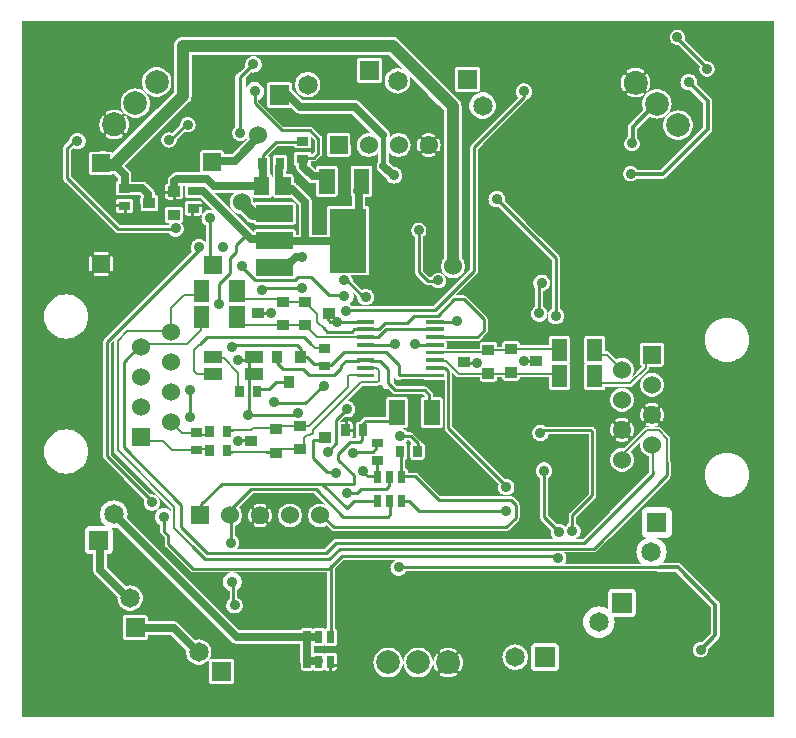
<source format=gbr>
G04 start of page 3 for group 1 idx 1 *
G04 Title: (unknown), solder *
G04 Creator: pcb 20100929 *
G04 CreationDate: Mon 18 Oct 2010 20:02:07 GMT UTC *
G04 For: alex *
G04 Format: Gerber/RS-274X *
G04 PCB-Dimensions: 253937 234252 *
G04 PCB-Coordinate-Origin: lower left *
%MOIN*%
%FSLAX25Y25*%
%LNBACK*%
%ADD11C,0.0200*%
%ADD12C,0.0098*%
%ADD15C,0.0250*%
%ADD16C,0.0148*%
%ADD17C,0.0400*%
%ADD18C,0.0150*%
%ADD19C,0.0079*%
%ADD20C,0.0650*%
%ADD21C,0.0787*%
%ADD22C,0.0600*%
%ADD23C,0.0354*%
%ADD24R,0.0283X0.0283*%
%ADD25R,0.0512X0.0512*%
%ADD26R,0.0240X0.0240*%
%ADD31R,0.0130X0.0130*%
%ADD32R,0.0530X0.0530*%
%ADD34C,0.0430*%
%ADD35C,0.0433*%
%ADD36C,0.0380*%
%ADD37C,0.0350*%
%ADD38C,0.1280*%
%ADD39C,0.0280*%
%ADD40C,0.0197*%
%ADD41R,0.0340X0.0340*%
%ADD42R,0.0394X0.0394*%
%ADD43R,0.1220X0.1220*%
%ADD44R,0.0560X0.0560*%
G54D11*G36*
X236182Y233465D02*X251969D01*
Y1182D01*
X236182D01*
Y74703D01*
X237337Y74794D01*
X238464Y75064D01*
X239534Y75508D01*
X240522Y76113D01*
X241403Y76866D01*
X242156Y77747D01*
X242761Y78735D01*
X243205Y79805D01*
X243475Y80932D01*
X243566Y82087D01*
X243475Y83242D01*
X243205Y84369D01*
X242761Y85439D01*
X242156Y86427D01*
X241403Y87308D01*
X240522Y88061D01*
X239534Y88666D01*
X238464Y89110D01*
X237337Y89380D01*
X236182Y89471D01*
Y119703D01*
X237337Y119794D01*
X238464Y120064D01*
X239534Y120508D01*
X240522Y121113D01*
X241403Y121866D01*
X242156Y122747D01*
X242761Y123735D01*
X243205Y124805D01*
X243475Y125932D01*
X243566Y127087D01*
X243475Y128242D01*
X243205Y129369D01*
X242761Y130439D01*
X242156Y131427D01*
X241403Y132308D01*
X240522Y133061D01*
X239534Y133666D01*
X238464Y134110D01*
X237337Y134380D01*
X236182Y134471D01*
Y233465D01*
G37*
G36*
X224607Y209648D02*X228196Y206059D01*
Y197880D01*
X224607Y194291D01*
Y197285D01*
X224743Y197852D01*
X224804Y198622D01*
X224743Y199392D01*
X224607Y199959D01*
Y209648D01*
G37*
G36*
Y233465D02*X236182D01*
Y134471D01*
X235027Y134380D01*
X233900Y134110D01*
X232830Y133666D01*
X231842Y133061D01*
X230961Y132308D01*
X230208Y131427D01*
X229603Y130439D01*
X229159Y129369D01*
X228889Y128242D01*
X228798Y127087D01*
X228889Y125932D01*
X229159Y124805D01*
X229603Y123735D01*
X230208Y122747D01*
X230961Y121866D01*
X231842Y121113D01*
X232830Y120508D01*
X233900Y120064D01*
X235027Y119794D01*
X236182Y119703D01*
Y89471D01*
X235027Y89380D01*
X233900Y89110D01*
X232830Y88666D01*
X231842Y88061D01*
X230961Y87308D01*
X230208Y86427D01*
X229603Y85439D01*
X229159Y84369D01*
X228889Y83242D01*
X228798Y82087D01*
X228889Y80932D01*
X229159Y79805D01*
X229603Y78735D01*
X230208Y77747D01*
X230961Y76866D01*
X231842Y76113D01*
X232830Y75508D01*
X233900Y75064D01*
X235027Y74794D01*
X236182Y74703D01*
Y1182D01*
X224607D01*
Y44294D01*
X230754Y38147D01*
Y29177D01*
X227892Y26315D01*
X227763Y26346D01*
X227363Y26378D01*
X226963Y26346D01*
X226572Y26253D01*
X226201Y26099D01*
X225859Y25889D01*
X225554Y25628D01*
X225293Y25323D01*
X225083Y24981D01*
X224929Y24610D01*
X224836Y24219D01*
X224804Y23819D01*
X224836Y23419D01*
X224929Y23028D01*
X225083Y22657D01*
X225293Y22315D01*
X225554Y22010D01*
X225859Y21749D01*
X226201Y21539D01*
X226572Y21385D01*
X226963Y21292D01*
X227363Y21260D01*
X227763Y21292D01*
X228154Y21385D01*
X228525Y21539D01*
X228867Y21749D01*
X229172Y22010D01*
X229433Y22315D01*
X229643Y22657D01*
X229797Y23028D01*
X229890Y23419D01*
X229922Y23819D01*
X229907Y24004D01*
X233365Y27462D01*
X233522Y27644D01*
X233647Y27848D01*
X233739Y28070D01*
X233795Y28304D01*
X233814Y28543D01*
X233813Y28556D01*
Y38781D01*
X233795Y39020D01*
X233784Y39065D01*
X233739Y39253D01*
X233647Y39475D01*
X233522Y39679D01*
X233366Y39862D01*
X233359Y39868D01*
X224607Y48620D01*
Y189965D01*
X230806Y196164D01*
X230963Y196346D01*
X231088Y196550D01*
X231180Y196772D01*
X231236Y197006D01*
X231255Y197245D01*
X231254Y197258D01*
Y206694D01*
X231236Y206933D01*
X231179Y207166D01*
X231087Y207388D01*
X230962Y207593D01*
X230806Y207775D01*
X226123Y212458D01*
X226148Y212561D01*
X226182Y212992D01*
X226148Y213423D01*
X226047Y213844D01*
X225882Y214243D01*
X225656Y214612D01*
X225375Y214941D01*
X225046Y215222D01*
X224677Y215448D01*
X224607Y215477D01*
Y220829D01*
X227161Y218275D01*
X227094Y218114D01*
X227001Y217723D01*
X226969Y217323D01*
X227001Y216923D01*
X227094Y216532D01*
X227248Y216161D01*
X227458Y215819D01*
X227719Y215514D01*
X228024Y215253D01*
X228366Y215043D01*
X228737Y214889D01*
X229128Y214796D01*
X229528Y214764D01*
X229928Y214796D01*
X230319Y214889D01*
X230690Y215043D01*
X231032Y215253D01*
X231337Y215514D01*
X231598Y215819D01*
X231808Y216161D01*
X231962Y216532D01*
X232055Y216923D01*
X232087Y217323D01*
X232055Y217723D01*
X231962Y218114D01*
X231808Y218485D01*
X231598Y218827D01*
X231337Y219132D01*
X231032Y219393D01*
X230690Y219603D01*
X230319Y219757D01*
X229928Y219850D01*
X229528Y219882D01*
X229198Y219856D01*
X224607Y224447D01*
Y233465D01*
G37*
G36*
Y48620D02*X220963Y52264D01*
X220782Y52419D01*
X220577Y52544D01*
X220355Y52636D01*
X220122Y52693D01*
X219883Y52711D01*
X214550D01*
X214584Y52740D01*
X215097Y53341D01*
X215509Y54015D01*
X215812Y54744D01*
X215996Y55513D01*
X216058Y56300D01*
X215996Y57087D01*
X215812Y57856D01*
X215509Y58585D01*
X215097Y59259D01*
X214584Y59860D01*
X214454Y59971D01*
Y61129D01*
X216289Y61135D01*
X216561Y61200D01*
X216820Y61307D01*
X217059Y61454D01*
X217271Y61636D01*
X217453Y61848D01*
X217600Y62087D01*
X217707Y62346D01*
X217772Y62618D01*
X217794Y62897D01*
X217772Y69676D01*
X217707Y69948D01*
X217600Y70207D01*
X217453Y70446D01*
X217271Y70658D01*
X217059Y70840D01*
X216820Y70987D01*
X216561Y71094D01*
X216289Y71159D01*
X216010Y71181D01*
X214454Y71176D01*
Y78394D01*
X217046Y80986D01*
X217177Y81138D01*
X217282Y81309D01*
X217359Y81495D01*
X217406Y81690D01*
X217422Y81890D01*
X217421Y81902D01*
Y86221D01*
X217406Y86421D01*
X217359Y86617D01*
X217323Y86703D01*
Y94084D01*
X217324Y94096D01*
X217309Y94281D01*
X217266Y94461D01*
X217194Y94632D01*
X217097Y94790D01*
X216977Y94931D01*
X214454Y97454D01*
Y99996D01*
X214480Y100006D01*
X214547Y100045D01*
X214606Y100094D01*
X214658Y100152D01*
X214699Y100217D01*
X214854Y100542D01*
X214978Y100880D01*
X215072Y101228D01*
X215133Y101583D01*
X215163Y101942D01*
X215160Y102302D01*
X215124Y102661D01*
X215056Y103014D01*
X214957Y103361D01*
X214826Y103696D01*
X214666Y104019D01*
X214624Y104082D01*
X214572Y104140D01*
X214512Y104188D01*
X214454Y104221D01*
Y109825D01*
X214732Y110278D01*
X214971Y110856D01*
X215117Y111464D01*
X215166Y112087D01*
X215117Y112710D01*
X214971Y113318D01*
X214732Y113896D01*
X214454Y114349D01*
Y118143D01*
X214486Y118151D01*
X214629Y118210D01*
X214760Y118291D01*
X214878Y118391D01*
X214978Y118509D01*
X215059Y118640D01*
X215118Y118783D01*
X215154Y118933D01*
X215166Y119087D01*
X215154Y125241D01*
X215118Y125391D01*
X215059Y125534D01*
X214978Y125665D01*
X214878Y125783D01*
X214760Y125883D01*
X214629Y125964D01*
X214486Y126023D01*
X214454Y126031D01*
Y180755D01*
X214764D01*
X215003Y180773D01*
X215237Y180829D01*
X215459Y180921D01*
X215663Y181046D01*
X215846Y181202D01*
X215858Y181216D01*
X224607Y189965D01*
Y48620D01*
G37*
G36*
X214454Y126031D02*X214336Y126059D01*
X214182Y126071D01*
X211182Y126065D01*
Y180755D01*
X214454D01*
Y126031D01*
G37*
G36*
Y114349D02*X214405Y114429D01*
X213999Y114904D01*
X213524Y115310D01*
X212991Y115637D01*
X212413Y115876D01*
X211805Y116022D01*
X211182Y116071D01*
Y118109D01*
X214336Y118115D01*
X214454Y118143D01*
Y114349D01*
G37*
G36*
Y97454D02*X214221Y97687D01*
X214081Y97806D01*
X213923Y97903D01*
X213752Y97975D01*
X213572Y98018D01*
X213387Y98033D01*
X213375Y98032D01*
X211182D01*
Y98107D01*
X211396Y98109D01*
X211755Y98145D01*
X212108Y98213D01*
X212455Y98312D01*
X212790Y98443D01*
X213113Y98603D01*
X213176Y98645D01*
X213234Y98697D01*
X213282Y98757D01*
X213320Y98824D01*
X213347Y98897D01*
X213363Y98972D01*
X213366Y99049D01*
X213357Y99126D01*
X213337Y99201D01*
X213305Y99271D01*
X213262Y99335D01*
X213210Y99393D01*
X213150Y99441D01*
X213083Y99479D01*
X213010Y99506D01*
X212935Y99522D01*
X212858Y99525D01*
X212781Y99516D01*
X212706Y99496D01*
X212636Y99464D01*
X212393Y99343D01*
X212140Y99245D01*
X211880Y99170D01*
X211613Y99119D01*
X211343Y99092D01*
X211182Y99090D01*
Y105085D01*
X211291Y105086D01*
X211561Y105063D01*
X211828Y105017D01*
X212090Y104946D01*
X212345Y104853D01*
X212590Y104736D01*
X212661Y104706D01*
X212735Y104687D01*
X212812Y104679D01*
X212889Y104684D01*
X212965Y104701D01*
X213036Y104729D01*
X213103Y104768D01*
X213162Y104817D01*
X213214Y104875D01*
X213255Y104940D01*
X213286Y105011D01*
X213305Y105085D01*
X213313Y105162D01*
X213308Y105239D01*
X213291Y105315D01*
X213263Y105386D01*
X213224Y105453D01*
X213175Y105512D01*
X213117Y105564D01*
X213052Y105605D01*
X212727Y105760D01*
X212389Y105884D01*
X212041Y105978D01*
X211686Y106039D01*
X211327Y106069D01*
X211182Y106068D01*
Y108103D01*
X211805Y108152D01*
X212413Y108298D01*
X212991Y108537D01*
X213524Y108864D01*
X213999Y109270D01*
X214405Y109745D01*
X214454Y109825D01*
Y104221D01*
X214445Y104226D01*
X214372Y104253D01*
X214297Y104269D01*
X214220Y104272D01*
X214143Y104263D01*
X214068Y104243D01*
X213998Y104211D01*
X213934Y104168D01*
X213876Y104116D01*
X213828Y104056D01*
X213790Y103989D01*
X213763Y103916D01*
X213747Y103841D01*
X213744Y103764D01*
X213753Y103687D01*
X213773Y103612D01*
X213805Y103542D01*
X213926Y103299D01*
X214024Y103046D01*
X214099Y102786D01*
X214150Y102519D01*
X214177Y102249D01*
X214180Y101978D01*
X214157Y101708D01*
X214111Y101441D01*
X214040Y101179D01*
X213947Y100924D01*
X213830Y100679D01*
X213800Y100608D01*
X213781Y100534D01*
X213773Y100457D01*
X213778Y100380D01*
X213795Y100304D01*
X213823Y100233D01*
X213862Y100166D01*
X213911Y100107D01*
X213969Y100055D01*
X214034Y100014D01*
X214105Y99983D01*
X214179Y99964D01*
X214256Y99956D01*
X214333Y99961D01*
X214409Y99978D01*
X214454Y99996D01*
Y97454D01*
G37*
G36*
Y71176D02*X211182Y71165D01*
Y75122D01*
X214454Y78394D01*
Y71176D01*
G37*
G36*
Y59971D02*X213983Y60373D01*
X213309Y60785D01*
X212580Y61088D01*
X212436Y61122D01*
X214454Y61129D01*
Y59971D01*
G37*
G36*
X224607Y1182D02*X211182D01*
Y49904D01*
X212948D01*
X213086Y49820D01*
X213308Y49728D01*
X213541Y49672D01*
X213780Y49653D01*
X219248D01*
X224607Y44294D01*
Y1182D01*
G37*
G36*
X211182Y233465D02*X224607D01*
Y224447D01*
X222052Y227002D01*
X222119Y227162D01*
X222212Y227553D01*
X222244Y227953D01*
X222212Y228353D01*
X222119Y228744D01*
X221965Y229115D01*
X221755Y229457D01*
X221494Y229762D01*
X221189Y230023D01*
X220847Y230233D01*
X220476Y230387D01*
X220085Y230480D01*
X219685Y230512D01*
X219285Y230480D01*
X218894Y230387D01*
X218523Y230233D01*
X218181Y230023D01*
X217876Y229762D01*
X217615Y229457D01*
X217405Y229115D01*
X217251Y228744D01*
X217158Y228353D01*
X217126Y227953D01*
X217158Y227553D01*
X217251Y227162D01*
X217405Y226791D01*
X217615Y226449D01*
X217876Y226144D01*
X218181Y225883D01*
X218523Y225673D01*
X218894Y225519D01*
X219285Y225426D01*
X219685Y225394D01*
X220016Y225420D01*
X224607Y220829D01*
Y215477D01*
X224278Y215613D01*
X223857Y215714D01*
X223426Y215748D01*
X222995Y215714D01*
X222574Y215613D01*
X222175Y215448D01*
X221806Y215222D01*
X221477Y214941D01*
X221196Y214612D01*
X220970Y214243D01*
X220805Y213844D01*
X220704Y213423D01*
X220670Y212992D01*
X220704Y212561D01*
X220805Y212140D01*
X220970Y211741D01*
X221196Y211372D01*
X221477Y211043D01*
X221806Y210762D01*
X222175Y210536D01*
X222574Y210371D01*
X222995Y210270D01*
X223426Y210236D01*
X223857Y210270D01*
X223960Y210295D01*
X224607Y209648D01*
Y199959D01*
X224563Y200143D01*
X224268Y200856D01*
X223864Y201514D01*
X223363Y202102D01*
X222775Y202603D01*
X222117Y203007D01*
X221404Y203302D01*
X220653Y203482D01*
X219883Y203543D01*
X219113Y203482D01*
X218362Y203302D01*
X217649Y203007D01*
X216991Y202603D01*
X216403Y202102D01*
X215902Y201514D01*
X215498Y200856D01*
X215203Y200143D01*
X215023Y199392D01*
X214962Y198622D01*
X215023Y197852D01*
X215203Y197101D01*
X215498Y196388D01*
X215902Y195730D01*
X216403Y195142D01*
X216991Y194641D01*
X217649Y194237D01*
X218362Y193942D01*
X219113Y193762D01*
X219883Y193701D01*
X220653Y193762D01*
X221404Y193942D01*
X222117Y194237D01*
X222775Y194641D01*
X223363Y195142D01*
X223864Y195730D01*
X224268Y196388D01*
X224563Y197101D01*
X224607Y197285D01*
Y194291D01*
X214130Y183814D01*
X211182D01*
Y201058D01*
X211291Y201013D01*
X212042Y200833D01*
X212812Y200772D01*
X213582Y200833D01*
X214333Y201013D01*
X215046Y201308D01*
X215704Y201712D01*
X216292Y202213D01*
X216793Y202801D01*
X217197Y203459D01*
X217492Y204172D01*
X217672Y204923D01*
X217733Y205693D01*
X217672Y206463D01*
X217492Y207214D01*
X217197Y207927D01*
X216793Y208585D01*
X216292Y209173D01*
X215704Y209674D01*
X215046Y210078D01*
X214333Y210373D01*
X213582Y210553D01*
X212812Y210614D01*
X212042Y210553D01*
X211291Y210373D01*
X211182Y210328D01*
Y233465D01*
G37*
G36*
X201182Y83103D02*X201805Y83152D01*
X202413Y83298D01*
X202991Y83537D01*
X203524Y83864D01*
X203999Y84270D01*
X204405Y84745D01*
X204732Y85278D01*
X204971Y85856D01*
X205117Y86464D01*
X205166Y87087D01*
X205117Y87710D01*
X204971Y88318D01*
X204732Y88896D01*
X204405Y89429D01*
X204079Y89811D01*
X207332Y93064D01*
X207247Y92710D01*
X207198Y92087D01*
X207247Y91464D01*
X207393Y90856D01*
X207632Y90278D01*
X207959Y89745D01*
X208365Y89270D01*
X208840Y88864D01*
X209373Y88537D01*
X209951Y88298D01*
X210237Y88229D01*
Y83946D01*
X210202Y83860D01*
X210155Y83665D01*
X210139Y83465D01*
Y82815D01*
X201182Y73858D01*
Y83103D01*
G37*
G36*
X207910Y114901D02*X209891Y116882D01*
X210012Y117022D01*
X210109Y117180D01*
X210180Y117352D01*
X210224Y117532D01*
X210238Y117717D01*
X210237Y117730D01*
Y118107D01*
X211182Y118109D01*
Y116071D01*
X210559Y116022D01*
X209951Y115876D01*
X209373Y115637D01*
X208840Y115310D01*
X208365Y114904D01*
X207959Y114429D01*
X207910Y114349D01*
Y114901D01*
G37*
G36*
X211182Y98032D02*X209462D01*
X209449Y98033D01*
X209264Y98019D01*
X209084Y97975D01*
X208912Y97904D01*
X208754Y97807D01*
X208613Y97687D01*
X207910Y96984D01*
Y99954D01*
X207918Y99949D01*
X207991Y99922D01*
X208066Y99906D01*
X208143Y99903D01*
X208220Y99912D01*
X208295Y99932D01*
X208365Y99964D01*
X208429Y100007D01*
X208487Y100059D01*
X208535Y100119D01*
X208573Y100186D01*
X208600Y100259D01*
X208616Y100334D01*
X208619Y100411D01*
X208610Y100488D01*
X208590Y100563D01*
X208558Y100633D01*
X208437Y100876D01*
X208339Y101129D01*
X208264Y101389D01*
X208213Y101656D01*
X208186Y101926D01*
X208183Y102197D01*
X208206Y102467D01*
X208252Y102734D01*
X208323Y102996D01*
X208416Y103251D01*
X208533Y103496D01*
X208563Y103567D01*
X208582Y103641D01*
X208590Y103718D01*
X208585Y103795D01*
X208568Y103871D01*
X208540Y103942D01*
X208501Y104009D01*
X208452Y104068D01*
X208394Y104120D01*
X208329Y104161D01*
X208258Y104192D01*
X208184Y104211D01*
X208107Y104219D01*
X208030Y104214D01*
X207954Y104197D01*
X207910Y104180D01*
Y109825D01*
X207959Y109745D01*
X208365Y109270D01*
X208840Y108864D01*
X209373Y108537D01*
X209951Y108298D01*
X210559Y108152D01*
X211182Y108103D01*
Y106068D01*
X210967Y106066D01*
X210608Y106030D01*
X210255Y105962D01*
X209908Y105863D01*
X209573Y105732D01*
X209250Y105572D01*
X209187Y105530D01*
X209129Y105478D01*
X209081Y105418D01*
X209043Y105351D01*
X209016Y105278D01*
X209000Y105203D01*
X208997Y105126D01*
X209006Y105049D01*
X209026Y104974D01*
X209058Y104904D01*
X209101Y104840D01*
X209153Y104782D01*
X209213Y104734D01*
X209280Y104696D01*
X209353Y104669D01*
X209428Y104653D01*
X209505Y104650D01*
X209582Y104659D01*
X209657Y104679D01*
X209727Y104711D01*
X209970Y104832D01*
X210223Y104930D01*
X210483Y105005D01*
X210750Y105056D01*
X211020Y105083D01*
X211182Y105085D01*
Y99090D01*
X211072Y99089D01*
X210802Y99112D01*
X210535Y99158D01*
X210273Y99229D01*
X210018Y99322D01*
X209773Y99439D01*
X209702Y99469D01*
X209628Y99488D01*
X209551Y99496D01*
X209474Y99491D01*
X209398Y99474D01*
X209327Y99446D01*
X209260Y99407D01*
X209201Y99358D01*
X209149Y99300D01*
X209108Y99235D01*
X209077Y99164D01*
X209058Y99090D01*
X209050Y99013D01*
X209055Y98936D01*
X209072Y98860D01*
X209100Y98789D01*
X209139Y98722D01*
X209188Y98663D01*
X209246Y98611D01*
X209311Y98570D01*
X209636Y98415D01*
X209974Y98291D01*
X210322Y98197D01*
X210677Y98136D01*
X211036Y98106D01*
X211182Y98107D01*
Y98032D01*
G37*
G36*
X207910Y96984D02*X204454Y93528D01*
Y94996D01*
X204480Y95006D01*
X204547Y95045D01*
X204606Y95094D01*
X204658Y95152D01*
X204699Y95217D01*
X204854Y95542D01*
X204978Y95880D01*
X205072Y96228D01*
X205133Y96583D01*
X205163Y96942D01*
X205160Y97302D01*
X205124Y97661D01*
X205056Y98014D01*
X204957Y98361D01*
X204826Y98696D01*
X204666Y99019D01*
X204624Y99082D01*
X204572Y99140D01*
X204512Y99188D01*
X204454Y99221D01*
Y104825D01*
X204732Y105278D01*
X204971Y105856D01*
X205117Y106464D01*
X205166Y107087D01*
X205117Y107710D01*
X204971Y108318D01*
X204732Y108896D01*
X204454Y109349D01*
Y111537D01*
X204475Y111546D01*
X204633Y111643D01*
X204774Y111763D01*
X204785Y111776D01*
X207910Y114901D01*
Y114349D01*
X207632Y113896D01*
X207393Y113318D01*
X207247Y112710D01*
X207198Y112087D01*
X207247Y111464D01*
X207393Y110856D01*
X207632Y110278D01*
X207910Y109825D01*
Y104180D01*
X207883Y104169D01*
X207816Y104130D01*
X207757Y104081D01*
X207705Y104023D01*
X207664Y103958D01*
X207509Y103633D01*
X207385Y103295D01*
X207291Y102947D01*
X207230Y102592D01*
X207200Y102233D01*
X207203Y101873D01*
X207239Y101514D01*
X207307Y101161D01*
X207406Y100814D01*
X207537Y100479D01*
X207697Y100156D01*
X207739Y100093D01*
X207791Y100035D01*
X207851Y99987D01*
X207910Y99954D01*
Y96984D01*
G37*
G36*
X204454Y109349D02*X204405Y109429D01*
X203999Y109904D01*
X203524Y110310D01*
X202991Y110637D01*
X202413Y110876D01*
X201805Y111022D01*
X201182Y111071D01*
Y111418D01*
X203938D01*
X204123Y111432D01*
X204303Y111475D01*
X204454Y111537D01*
Y109349D01*
G37*
G36*
Y93528D02*X201920Y90994D01*
X201805Y91022D01*
X201182Y91071D01*
Y93107D01*
X201396Y93109D01*
X201755Y93145D01*
X202108Y93213D01*
X202455Y93312D01*
X202790Y93443D01*
X203113Y93603D01*
X203176Y93645D01*
X203234Y93697D01*
X203282Y93757D01*
X203320Y93824D01*
X203347Y93897D01*
X203363Y93972D01*
X203366Y94049D01*
X203357Y94126D01*
X203337Y94201D01*
X203305Y94271D01*
X203262Y94335D01*
X203210Y94393D01*
X203150Y94441D01*
X203083Y94479D01*
X203010Y94506D01*
X202935Y94522D01*
X202858Y94525D01*
X202781Y94516D01*
X202706Y94496D01*
X202636Y94464D01*
X202393Y94343D01*
X202140Y94245D01*
X201880Y94170D01*
X201613Y94119D01*
X201343Y94092D01*
X201182Y94090D01*
Y100085D01*
X201291Y100086D01*
X201561Y100063D01*
X201828Y100017D01*
X202090Y99946D01*
X202345Y99853D01*
X202590Y99736D01*
X202661Y99706D01*
X202735Y99687D01*
X202812Y99679D01*
X202889Y99684D01*
X202965Y99701D01*
X203036Y99729D01*
X203103Y99768D01*
X203162Y99817D01*
X203214Y99875D01*
X203255Y99940D01*
X203286Y100011D01*
X203305Y100085D01*
X203313Y100162D01*
X203308Y100239D01*
X203291Y100315D01*
X203263Y100386D01*
X203224Y100453D01*
X203175Y100512D01*
X203117Y100564D01*
X203052Y100605D01*
X202727Y100760D01*
X202389Y100884D01*
X202041Y100978D01*
X201686Y101039D01*
X201327Y101069D01*
X201182Y101068D01*
Y103103D01*
X201805Y103152D01*
X202413Y103298D01*
X202991Y103537D01*
X203524Y103864D01*
X203999Y104270D01*
X204405Y104745D01*
X204454Y104825D01*
Y99221D01*
X204445Y99226D01*
X204372Y99253D01*
X204297Y99269D01*
X204220Y99272D01*
X204143Y99263D01*
X204068Y99243D01*
X203998Y99211D01*
X203934Y99168D01*
X203876Y99116D01*
X203828Y99056D01*
X203790Y98989D01*
X203763Y98916D01*
X203747Y98841D01*
X203744Y98764D01*
X203753Y98687D01*
X203773Y98612D01*
X203805Y98542D01*
X203926Y98299D01*
X204024Y98046D01*
X204099Y97786D01*
X204150Y97519D01*
X204177Y97249D01*
X204180Y96978D01*
X204157Y96708D01*
X204111Y96441D01*
X204040Y96179D01*
X203947Y95924D01*
X203830Y95679D01*
X203800Y95608D01*
X203781Y95534D01*
X203773Y95457D01*
X203778Y95380D01*
X203795Y95304D01*
X203823Y95233D01*
X203862Y95166D01*
X203911Y95107D01*
X203969Y95055D01*
X204034Y95014D01*
X204105Y94983D01*
X204179Y94964D01*
X204256Y94956D01*
X204333Y94961D01*
X204409Y94978D01*
X204454Y94996D01*
Y93528D01*
G37*
G36*
X197910Y111418D02*X201182D01*
Y111071D01*
X200559Y111022D01*
X199951Y110876D01*
X199373Y110637D01*
X198840Y110310D01*
X198365Y109904D01*
X197959Y109429D01*
X197910Y109349D01*
Y111418D01*
G37*
G36*
Y84825D02*X197959Y84745D01*
X198365Y84270D01*
X198840Y83864D01*
X199373Y83537D01*
X199951Y83298D01*
X200559Y83152D01*
X201182Y83103D01*
Y73858D01*
X197910Y70586D01*
Y84825D01*
G37*
G36*
X201182Y91071D02*X200559Y91022D01*
X199951Y90876D01*
X199373Y90637D01*
X198840Y90310D01*
X198365Y89904D01*
X197959Y89429D01*
X197910Y89349D01*
Y94954D01*
X197918Y94949D01*
X197991Y94922D01*
X198066Y94906D01*
X198143Y94903D01*
X198220Y94912D01*
X198295Y94932D01*
X198365Y94964D01*
X198429Y95007D01*
X198487Y95059D01*
X198535Y95119D01*
X198573Y95186D01*
X198600Y95259D01*
X198616Y95334D01*
X198619Y95411D01*
X198610Y95488D01*
X198590Y95563D01*
X198558Y95633D01*
X198437Y95876D01*
X198339Y96129D01*
X198264Y96389D01*
X198213Y96656D01*
X198186Y96926D01*
X198183Y97197D01*
X198206Y97467D01*
X198252Y97734D01*
X198323Y97996D01*
X198416Y98251D01*
X198533Y98496D01*
X198563Y98567D01*
X198582Y98641D01*
X198590Y98718D01*
X198585Y98795D01*
X198568Y98871D01*
X198540Y98942D01*
X198501Y99009D01*
X198452Y99068D01*
X198394Y99120D01*
X198329Y99161D01*
X198258Y99192D01*
X198184Y99211D01*
X198107Y99219D01*
X198030Y99214D01*
X197954Y99197D01*
X197910Y99180D01*
Y104825D01*
X197959Y104745D01*
X198365Y104270D01*
X198840Y103864D01*
X199373Y103537D01*
X199951Y103298D01*
X200559Y103152D01*
X201182Y103103D01*
Y101068D01*
X200967Y101066D01*
X200608Y101030D01*
X200255Y100962D01*
X199908Y100863D01*
X199573Y100732D01*
X199250Y100572D01*
X199187Y100530D01*
X199129Y100478D01*
X199081Y100418D01*
X199043Y100351D01*
X199016Y100278D01*
X199000Y100203D01*
X198997Y100126D01*
X199006Y100049D01*
X199026Y99974D01*
X199058Y99904D01*
X199101Y99840D01*
X199153Y99782D01*
X199213Y99734D01*
X199280Y99696D01*
X199353Y99669D01*
X199428Y99653D01*
X199505Y99650D01*
X199582Y99659D01*
X199657Y99679D01*
X199727Y99711D01*
X199970Y99832D01*
X200223Y99930D01*
X200483Y100005D01*
X200750Y100056D01*
X201020Y100083D01*
X201182Y100085D01*
Y94090D01*
X201072Y94089D01*
X200802Y94112D01*
X200535Y94158D01*
X200273Y94229D01*
X200018Y94322D01*
X199773Y94439D01*
X199702Y94469D01*
X199628Y94488D01*
X199551Y94496D01*
X199474Y94491D01*
X199398Y94474D01*
X199327Y94446D01*
X199260Y94407D01*
X199201Y94358D01*
X199149Y94300D01*
X199108Y94235D01*
X199077Y94164D01*
X199058Y94090D01*
X199050Y94013D01*
X199055Y93936D01*
X199072Y93860D01*
X199100Y93789D01*
X199139Y93722D01*
X199188Y93663D01*
X199246Y93611D01*
X199311Y93570D01*
X199636Y93415D01*
X199974Y93291D01*
X200322Y93197D01*
X200677Y93136D01*
X201036Y93106D01*
X201182Y93107D01*
Y91071D01*
G37*
G36*
X197910Y89349D02*X197632Y88896D01*
X197393Y88318D01*
X197247Y87710D01*
X197198Y87087D01*
X197247Y86464D01*
X197393Y85856D01*
X197632Y85278D01*
X197910Y84825D01*
Y70586D01*
X197052Y69728D01*
Y111418D01*
X197910D01*
Y109349D01*
X197632Y108896D01*
X197393Y108318D01*
X197247Y107710D01*
X197198Y107087D01*
X197247Y106464D01*
X197393Y105856D01*
X197632Y105278D01*
X197910Y104825D01*
Y99180D01*
X197883Y99169D01*
X197816Y99130D01*
X197757Y99081D01*
X197705Y99023D01*
X197664Y98958D01*
X197509Y98633D01*
X197385Y98295D01*
X197291Y97947D01*
X197230Y97592D01*
X197200Y97233D01*
X197203Y96873D01*
X197239Y96514D01*
X197307Y96161D01*
X197406Y95814D01*
X197537Y95479D01*
X197697Y95156D01*
X197739Y95093D01*
X197791Y95035D01*
X197851Y94987D01*
X197910Y94954D01*
Y89349D01*
G37*
G36*
X211182Y71165D02*X209231Y71159D01*
X208959Y71094D01*
X208700Y70987D01*
X208461Y70840D01*
X208249Y70658D01*
X208067Y70446D01*
X207920Y70207D01*
X207813Y69948D01*
X207748Y69676D01*
X207726Y69397D01*
X207748Y62618D01*
X207813Y62346D01*
X207920Y62087D01*
X208067Y61848D01*
X208249Y61636D01*
X208461Y61454D01*
X208700Y61307D01*
X208959Y61200D01*
X209231Y61135D01*
X209510Y61113D01*
X209573D01*
X209468Y61088D01*
X208739Y60785D01*
X208065Y60373D01*
X207464Y59860D01*
X206951Y59259D01*
X206539Y58585D01*
X206236Y57856D01*
X206052Y57087D01*
X205990Y56300D01*
X206052Y55513D01*
X206236Y54744D01*
X206539Y54015D01*
X206951Y53341D01*
X207464Y52740D01*
X207791Y52461D01*
X197052D01*
Y60992D01*
X211182Y75122D01*
Y71165D01*
G37*
G36*
Y1182D02*X197052D01*
Y29097D01*
X197222Y29242D01*
X197755Y29867D01*
X198185Y30567D01*
X198499Y31326D01*
X198691Y32124D01*
X198755Y32943D01*
X198691Y33762D01*
X198499Y34560D01*
X198425Y34738D01*
X204649Y34754D01*
X204860Y34805D01*
X205060Y34888D01*
X205245Y35001D01*
X205411Y35142D01*
X205552Y35308D01*
X205665Y35493D01*
X205748Y35693D01*
X205799Y35904D01*
X205816Y36121D01*
X205799Y42838D01*
X205748Y43049D01*
X205665Y43249D01*
X205552Y43434D01*
X205411Y43600D01*
X205245Y43741D01*
X205060Y43854D01*
X204860Y43937D01*
X204649Y43988D01*
X204432Y44005D01*
X197715Y43988D01*
X197504Y43937D01*
X197304Y43854D01*
X197119Y43741D01*
X197052Y43684D01*
Y49904D01*
X211182D01*
Y1182D01*
G37*
G36*
X205742Y180500D02*X205943Y180672D01*
X206014Y180755D01*
X211182D01*
Y126065D01*
X208028Y126059D01*
X207878Y126023D01*
X207735Y125964D01*
X207604Y125883D01*
X207486Y125783D01*
X207386Y125665D01*
X207305Y125534D01*
X207246Y125391D01*
X207210Y125241D01*
X207198Y125087D01*
X207210Y118933D01*
X207246Y118783D01*
X207305Y118640D01*
X207386Y118509D01*
X207486Y118391D01*
X207604Y118291D01*
X207735Y118210D01*
X207836Y118169D01*
X205742Y116075D01*
Y180500D01*
G37*
G36*
Y190272D02*X206032Y190450D01*
X206337Y190711D01*
X206598Y191016D01*
X206808Y191358D01*
X206962Y191729D01*
X207055Y192120D01*
X207087Y192520D01*
X207055Y192920D01*
X206962Y193311D01*
X206808Y193682D01*
X206598Y194024D01*
X206337Y194329D01*
X206254Y194400D01*
Y197399D01*
X210321Y201466D01*
X210578Y201308D01*
X211182Y201058D01*
Y183814D01*
X206309D01*
X206204Y183985D01*
X205943Y184290D01*
X205742Y184462D01*
Y190272D01*
G37*
G36*
X209834Y233465D02*X211182D01*
Y210328D01*
X210578Y210078D01*
X209920Y209674D01*
X209834Y209601D01*
Y210062D01*
X209868Y210095D01*
X209914Y210157D01*
X210138Y210556D01*
X210324Y210974D01*
X210471Y211408D01*
X210576Y211854D01*
X210640Y212307D01*
X210662Y212764D01*
X210640Y213222D01*
X210576Y213675D01*
X210471Y214121D01*
X210324Y214555D01*
X210138Y214973D01*
X209914Y215372D01*
X209869Y215435D01*
X209834Y215469D01*
Y233465D01*
G37*
G36*
X205742D02*X209834D01*
Y215469D01*
X209814Y215489D01*
X209751Y215534D01*
X209682Y215569D01*
X209608Y215592D01*
X209532Y215604D01*
X209454Y215603D01*
X209378Y215590D01*
X209305Y215566D01*
X209236Y215530D01*
X209174Y215484D01*
X209120Y215429D01*
X209075Y215366D01*
X209040Y215297D01*
X209017Y215223D01*
X209005Y215147D01*
X209006Y215069D01*
X209019Y214993D01*
X209043Y214920D01*
X209079Y214851D01*
X209259Y214531D01*
X209408Y214197D01*
X209525Y213850D01*
X209609Y213493D01*
X209660Y213130D01*
X209678Y212765D01*
X209660Y212399D01*
X209609Y212036D01*
X209525Y211679D01*
X209408Y211332D01*
X209259Y210998D01*
X209079Y210678D01*
X209044Y210609D01*
X209020Y210535D01*
X209007Y210459D01*
Y210382D01*
X209018Y210306D01*
X209042Y210232D01*
X209076Y210163D01*
X209121Y210101D01*
X209175Y210046D01*
X209237Y210000D01*
X209305Y209964D01*
X209379Y209940D01*
X209455Y209927D01*
X209532D01*
X209608Y209938D01*
X209682Y209962D01*
X209751Y209996D01*
X209813Y210041D01*
X209834Y210062D01*
Y209601D01*
X209332Y209173D01*
X208831Y208585D01*
X208427Y207927D01*
X208132Y207214D01*
X207952Y206463D01*
X207891Y205693D01*
X207952Y204923D01*
X208132Y204172D01*
X208299Y203770D01*
X205742Y201213D01*
Y207843D01*
X206198Y207865D01*
X206651Y207929D01*
X207097Y208034D01*
X207531Y208181D01*
X207949Y208367D01*
X208348Y208591D01*
X208411Y208636D01*
X208465Y208691D01*
X208510Y208754D01*
X208545Y208823D01*
X208568Y208897D01*
X208580Y208973D01*
X208579Y209051D01*
X208566Y209127D01*
X208542Y209200D01*
X208506Y209269D01*
X208460Y209331D01*
X208405Y209385D01*
X208342Y209430D01*
X208273Y209465D01*
X208199Y209488D01*
X208123Y209500D01*
X208045Y209499D01*
X207969Y209486D01*
X207896Y209462D01*
X207827Y209426D01*
X207507Y209246D01*
X207173Y209097D01*
X206826Y208980D01*
X206469Y208896D01*
X206106Y208845D01*
X205742Y208827D01*
Y216701D01*
X206106Y216684D01*
X206469Y216633D01*
X206826Y216549D01*
X207173Y216432D01*
X207507Y216283D01*
X207827Y216103D01*
X207896Y216068D01*
X207970Y216044D01*
X208046Y216031D01*
X208123D01*
X208199Y216042D01*
X208273Y216066D01*
X208342Y216100D01*
X208404Y216145D01*
X208459Y216199D01*
X208505Y216261D01*
X208541Y216329D01*
X208565Y216403D01*
X208578Y216479D01*
Y216556D01*
X208567Y216632D01*
X208543Y216706D01*
X208509Y216775D01*
X208464Y216837D01*
X208410Y216892D01*
X208348Y216938D01*
X207949Y217162D01*
X207531Y217348D01*
X207097Y217495D01*
X206651Y217600D01*
X206198Y217664D01*
X205742Y217685D01*
Y233465D01*
G37*
G36*
X201648Y181909D02*X201700Y181690D01*
X201854Y181319D01*
X202064Y180977D01*
X202325Y180672D01*
X202630Y180411D01*
X202972Y180201D01*
X203343Y180047D01*
X203734Y179954D01*
X204134Y179922D01*
X204534Y179954D01*
X204925Y180047D01*
X205296Y180201D01*
X205638Y180411D01*
X205742Y180500D01*
Y116075D01*
X204364Y114697D01*
X204405Y114745D01*
X204732Y115278D01*
X204971Y115856D01*
X205117Y116464D01*
X205166Y117087D01*
X205117Y117710D01*
X204971Y118318D01*
X204732Y118896D01*
X204405Y119429D01*
X203999Y119904D01*
X203524Y120310D01*
X202991Y120637D01*
X202413Y120876D01*
X201805Y121022D01*
X201648Y121034D01*
Y181909D01*
G37*
G36*
Y233465D02*X205742D01*
Y217685D01*
X205741D01*
X205283Y217664D01*
X204830Y217600D01*
X204384Y217495D01*
X203950Y217348D01*
X203532Y217162D01*
X203133Y216938D01*
X203070Y216893D01*
X203016Y216838D01*
X202971Y216775D01*
X202936Y216706D01*
X202913Y216632D01*
X202901Y216556D01*
X202902Y216478D01*
X202915Y216402D01*
X202939Y216329D01*
X202975Y216260D01*
X203021Y216198D01*
X203076Y216144D01*
X203139Y216099D01*
X203208Y216064D01*
X203282Y216041D01*
X203358Y216029D01*
X203436Y216030D01*
X203512Y216043D01*
X203585Y216067D01*
X203654Y216103D01*
X203974Y216283D01*
X204308Y216432D01*
X204655Y216549D01*
X205012Y216633D01*
X205375Y216684D01*
X205741Y216701D01*
X205742D01*
Y208827D01*
X205741D01*
X205375Y208845D01*
X205012Y208896D01*
X204655Y208980D01*
X204308Y209097D01*
X203974Y209246D01*
X203654Y209426D01*
X203585Y209461D01*
X203511Y209485D01*
X203435Y209498D01*
X203358D01*
X203282Y209487D01*
X203208Y209463D01*
X203139Y209429D01*
X203077Y209384D01*
X203022Y209330D01*
X202976Y209268D01*
X202940Y209200D01*
X202916Y209126D01*
X202903Y209050D01*
Y208973D01*
X202914Y208897D01*
X202938Y208823D01*
X202972Y208754D01*
X203017Y208692D01*
X203071Y208637D01*
X203133Y208591D01*
X203532Y208367D01*
X203950Y208181D01*
X204384Y208034D01*
X204830Y207929D01*
X205283Y207865D01*
X205741Y207843D01*
X205742D01*
Y201213D01*
X203643Y199114D01*
X203487Y198931D01*
X203362Y198727D01*
X203270Y198505D01*
X203214Y198271D01*
X203195Y198032D01*
Y194695D01*
X203024Y194590D01*
X202719Y194329D01*
X202458Y194024D01*
X202248Y193682D01*
X202094Y193311D01*
X202001Y192920D01*
X201969Y192520D01*
X202001Y192120D01*
X202094Y191729D01*
X202248Y191358D01*
X202458Y191016D01*
X202719Y190711D01*
X203024Y190450D01*
X203366Y190240D01*
X203737Y190086D01*
X204128Y189993D01*
X204528Y189961D01*
X204928Y189993D01*
X205319Y190086D01*
X205690Y190240D01*
X205742Y190272D01*
Y184462D01*
X205638Y184551D01*
X205296Y184761D01*
X204925Y184915D01*
X204534Y185008D01*
X204134Y185040D01*
X203734Y185008D01*
X203343Y184915D01*
X202972Y184761D01*
X202630Y184551D01*
X202325Y184290D01*
X202064Y183985D01*
X201854Y183643D01*
X201700Y183272D01*
X201648Y183053D01*
Y210061D01*
X201669Y210040D01*
X201732Y209995D01*
X201801Y209961D01*
X201875Y209938D01*
X201951Y209926D01*
X202028Y209927D01*
X202104Y209940D01*
X202178Y209964D01*
X202246Y210000D01*
X202308Y210046D01*
X202362Y210101D01*
X202407Y210164D01*
X202441Y210233D01*
X202464Y210307D01*
X202476Y210383D01*
X202475Y210460D01*
X202462Y210536D01*
X202438Y210610D01*
X202402Y210678D01*
X202222Y210998D01*
X202073Y211332D01*
X201956Y211679D01*
X201872Y212036D01*
X201821Y212399D01*
X201804Y212765D01*
X201821Y213130D01*
X201872Y213493D01*
X201956Y213850D01*
X202073Y214197D01*
X202222Y214531D01*
X202402Y214851D01*
X202439Y214921D01*
X202463Y214994D01*
X202475Y215070D01*
X202476Y215147D01*
X202464Y215224D01*
X202441Y215297D01*
X202406Y215366D01*
X202361Y215429D01*
X202307Y215484D01*
X202245Y215530D01*
X202176Y215566D01*
X202103Y215590D01*
X202027Y215602D01*
X201950Y215603D01*
X201873Y215591D01*
X201800Y215568D01*
X201731Y215533D01*
X201668Y215488D01*
X201648Y215468D01*
Y233465D01*
G37*
G36*
X197052D02*X201648D01*
Y215468D01*
X201613Y215434D01*
X201567Y215372D01*
X201343Y214973D01*
X201157Y214555D01*
X201010Y214121D01*
X200905Y213675D01*
X200841Y213222D01*
X200820Y212764D01*
X200841Y212307D01*
X200905Y211854D01*
X201010Y211408D01*
X201157Y210974D01*
X201343Y210556D01*
X201567Y210157D01*
X201614Y210094D01*
X201648Y210061D01*
Y183053D01*
X201607Y182881D01*
X201575Y182481D01*
X201607Y182081D01*
X201648Y181909D01*
Y121034D01*
X201182Y121071D01*
X200559Y121022D01*
X199951Y120876D01*
X199373Y120637D01*
X199232Y120550D01*
X197052Y122730D01*
Y233465D01*
G37*
G36*
Y52461D02*X181938D01*
X182152Y52711D01*
X182378Y53080D01*
X182543Y53479D01*
X182644Y53900D01*
X182678Y54331D01*
X182644Y54762D01*
X182543Y55183D01*
X182378Y55582D01*
X182152Y55951D01*
X181937Y56203D01*
X191733D01*
X191933Y56218D01*
X192128Y56265D01*
X192314Y56341D01*
X192485Y56446D01*
X192637Y56577D01*
X197052Y60992D01*
Y52461D01*
G37*
G36*
X35344Y200784D02*X35438Y200617D01*
X35587Y200283D01*
X35704Y199936D01*
X35788Y199579D01*
X35839Y199216D01*
X35857Y198850D01*
X35839Y198485D01*
X35788Y198122D01*
X35704Y197765D01*
X35587Y197418D01*
X35438Y197084D01*
X35344Y196917D01*
Y200784D01*
G37*
G36*
X175591Y49904D02*X197052D01*
Y43684D01*
X196953Y43600D01*
X196812Y43434D01*
X196699Y43249D01*
X196616Y43049D01*
X196565Y42838D01*
X196548Y42621D01*
X196562Y37199D01*
X195897Y37607D01*
X195138Y37921D01*
X194340Y38113D01*
X193521Y38177D01*
X192702Y38113D01*
X191904Y37921D01*
X191145Y37607D01*
X190445Y37177D01*
X189820Y36644D01*
X189287Y36019D01*
X188857Y35319D01*
X188543Y34560D01*
X188351Y33762D01*
X188287Y32943D01*
X188351Y32124D01*
X188543Y31326D01*
X188857Y30567D01*
X189287Y29867D01*
X189820Y29242D01*
X190445Y28709D01*
X191145Y28279D01*
X191904Y27965D01*
X192702Y27773D01*
X193521Y27709D01*
X194340Y27773D01*
X195138Y27965D01*
X195897Y28279D01*
X196597Y28709D01*
X197052Y29097D01*
Y1182D01*
X175591D01*
Y16634D01*
X179058Y16643D01*
X179269Y16694D01*
X179469Y16777D01*
X179654Y16890D01*
X179820Y17031D01*
X179961Y17197D01*
X180074Y17382D01*
X180157Y17582D01*
X180208Y17793D01*
X180225Y18010D01*
X180208Y24727D01*
X180157Y24938D01*
X180074Y25138D01*
X179961Y25323D01*
X179820Y25489D01*
X179654Y25630D01*
X179469Y25743D01*
X179269Y25826D01*
X179058Y25877D01*
X178841Y25894D01*
X175591Y25886D01*
Y49904D01*
G37*
G36*
X165591D02*X175591D01*
Y25886D01*
X172124Y25877D01*
X171913Y25826D01*
X171713Y25743D01*
X171528Y25630D01*
X171362Y25489D01*
X171221Y25323D01*
X171108Y25138D01*
X171025Y24938D01*
X170974Y24727D01*
X170957Y24510D01*
X170974Y17793D01*
X171025Y17582D01*
X171108Y17382D01*
X171221Y17197D01*
X171362Y17031D01*
X171528Y16890D01*
X171713Y16777D01*
X171913Y16694D01*
X172124Y16643D01*
X172341Y16626D01*
X175591Y16634D01*
Y1182D01*
X165591D01*
Y17026D01*
X166253Y17078D01*
X166899Y17233D01*
X167513Y17487D01*
X168080Y17835D01*
X168585Y18266D01*
X169016Y18771D01*
X169364Y19338D01*
X169618Y19952D01*
X169773Y20598D01*
X169825Y21260D01*
X169773Y21922D01*
X169618Y22568D01*
X169364Y23182D01*
X169016Y23749D01*
X168585Y24254D01*
X168080Y24685D01*
X167513Y25033D01*
X166899Y25287D01*
X166253Y25442D01*
X165591Y25494D01*
Y49904D01*
G37*
G36*
X147322D02*X165591D01*
Y25494D01*
X164929Y25442D01*
X164283Y25287D01*
X163669Y25033D01*
X163102Y24685D01*
X162597Y24254D01*
X162166Y23749D01*
X161818Y23182D01*
X161564Y22568D01*
X161409Y21922D01*
X161357Y21260D01*
X161409Y20598D01*
X161564Y19952D01*
X161818Y19338D01*
X162166Y18771D01*
X162597Y18266D01*
X163102Y17835D01*
X163669Y17487D01*
X164283Y17233D01*
X164929Y17078D01*
X165591Y17026D01*
Y1182D01*
X147322D01*
Y16788D01*
X147356Y16821D01*
X147402Y16883D01*
X147626Y17282D01*
X147812Y17700D01*
X147959Y18134D01*
X148064Y18580D01*
X148128Y19033D01*
X148150Y19490D01*
X148128Y19948D01*
X148064Y20401D01*
X147959Y20847D01*
X147812Y21281D01*
X147626Y21699D01*
X147402Y22098D01*
X147357Y22161D01*
X147322Y22195D01*
Y49904D01*
G37*
G36*
X143229D02*X147322D01*
Y22195D01*
X147302Y22215D01*
X147239Y22260D01*
X147170Y22295D01*
X147096Y22318D01*
X147020Y22330D01*
X146942Y22329D01*
X146866Y22316D01*
X146793Y22292D01*
X146724Y22256D01*
X146662Y22210D01*
X146608Y22155D01*
X146563Y22092D01*
X146528Y22023D01*
X146505Y21949D01*
X146493Y21873D01*
X146494Y21795D01*
X146507Y21719D01*
X146531Y21646D01*
X146567Y21577D01*
X146747Y21257D01*
X146896Y20923D01*
X147013Y20576D01*
X147097Y20219D01*
X147148Y19856D01*
X147166Y19490D01*
X147148Y19125D01*
X147097Y18762D01*
X147013Y18405D01*
X146896Y18058D01*
X146747Y17724D01*
X146567Y17404D01*
X146532Y17335D01*
X146508Y17261D01*
X146495Y17185D01*
Y17108D01*
X146506Y17032D01*
X146530Y16958D01*
X146564Y16889D01*
X146609Y16827D01*
X146663Y16772D01*
X146725Y16726D01*
X146793Y16690D01*
X146867Y16666D01*
X146943Y16653D01*
X147020D01*
X147096Y16664D01*
X147170Y16688D01*
X147239Y16722D01*
X147301Y16767D01*
X147322Y16788D01*
Y1182D01*
X143229D01*
Y14569D01*
X143686Y14591D01*
X144139Y14655D01*
X144585Y14760D01*
X145019Y14907D01*
X145437Y15093D01*
X145836Y15317D01*
X145899Y15362D01*
X145953Y15417D01*
X145998Y15480D01*
X146033Y15549D01*
X146056Y15623D01*
X146068Y15699D01*
X146067Y15777D01*
X146054Y15853D01*
X146030Y15926D01*
X145994Y15995D01*
X145948Y16057D01*
X145893Y16111D01*
X145830Y16156D01*
X145761Y16191D01*
X145687Y16214D01*
X145611Y16226D01*
X145533Y16225D01*
X145457Y16212D01*
X145384Y16188D01*
X145315Y16152D01*
X144995Y15972D01*
X144661Y15823D01*
X144314Y15706D01*
X143957Y15622D01*
X143594Y15571D01*
X143229Y15553D01*
Y23427D01*
X143594Y23410D01*
X143957Y23359D01*
X144314Y23275D01*
X144661Y23158D01*
X144995Y23009D01*
X145315Y22829D01*
X145385Y22792D01*
X145458Y22768D01*
X145534Y22756D01*
X145611Y22755D01*
X145688Y22767D01*
X145761Y22790D01*
X145830Y22825D01*
X145893Y22870D01*
X145948Y22924D01*
X145994Y22986D01*
X146030Y23055D01*
X146054Y23128D01*
X146066Y23204D01*
X146067Y23281D01*
X146055Y23358D01*
X146032Y23431D01*
X145997Y23500D01*
X145952Y23563D01*
X145898Y23618D01*
X145836Y23664D01*
X145437Y23888D01*
X145019Y24074D01*
X144585Y24221D01*
X144139Y24326D01*
X143686Y24390D01*
X143229Y24411D01*
Y49904D01*
G37*
G36*
X139136D02*X143229D01*
Y24411D01*
X142771Y24390D01*
X142318Y24326D01*
X141872Y24221D01*
X141438Y24074D01*
X141020Y23888D01*
X140621Y23664D01*
X140558Y23617D01*
X140504Y23562D01*
X140459Y23499D01*
X140425Y23430D01*
X140402Y23356D01*
X140390Y23280D01*
X140391Y23203D01*
X140404Y23127D01*
X140428Y23053D01*
X140464Y22985D01*
X140510Y22923D01*
X140565Y22869D01*
X140628Y22824D01*
X140697Y22790D01*
X140771Y22767D01*
X140847Y22755D01*
X140924Y22756D01*
X141000Y22769D01*
X141074Y22793D01*
X141142Y22829D01*
X141462Y23009D01*
X141796Y23158D01*
X142143Y23275D01*
X142500Y23359D01*
X142863Y23410D01*
X143229Y23427D01*
Y15553D01*
X142863Y15571D01*
X142500Y15622D01*
X142143Y15706D01*
X141796Y15823D01*
X141462Y15972D01*
X141142Y16152D01*
X141073Y16187D01*
X140999Y16211D01*
X140923Y16224D01*
X140846D01*
X140770Y16213D01*
X140696Y16189D01*
X140627Y16155D01*
X140565Y16110D01*
X140510Y16056D01*
X140464Y15994D01*
X140428Y15926D01*
X140404Y15852D01*
X140391Y15776D01*
Y15699D01*
X140402Y15623D01*
X140426Y15549D01*
X140460Y15480D01*
X140505Y15418D01*
X140559Y15363D01*
X140621Y15317D01*
X141020Y15093D01*
X141438Y14907D01*
X141872Y14760D01*
X142318Y14655D01*
X142771Y14591D01*
X143229Y14569D01*
Y1182D01*
X139136D01*
Y16787D01*
X139157Y16766D01*
X139220Y16721D01*
X139289Y16687D01*
X139363Y16664D01*
X139439Y16652D01*
X139516Y16653D01*
X139592Y16666D01*
X139666Y16690D01*
X139734Y16726D01*
X139796Y16772D01*
X139850Y16827D01*
X139895Y16890D01*
X139929Y16959D01*
X139952Y17033D01*
X139964Y17109D01*
X139963Y17186D01*
X139950Y17262D01*
X139926Y17336D01*
X139890Y17404D01*
X139710Y17724D01*
X139561Y18058D01*
X139444Y18405D01*
X139360Y18762D01*
X139309Y19125D01*
X139292Y19490D01*
X139309Y19856D01*
X139360Y20219D01*
X139444Y20576D01*
X139561Y20923D01*
X139710Y21257D01*
X139890Y21577D01*
X139927Y21647D01*
X139951Y21720D01*
X139963Y21796D01*
X139964Y21873D01*
X139952Y21950D01*
X139929Y22023D01*
X139894Y22092D01*
X139849Y22155D01*
X139795Y22210D01*
X139733Y22256D01*
X139664Y22292D01*
X139591Y22316D01*
X139515Y22328D01*
X139438Y22329D01*
X139361Y22317D01*
X139288Y22294D01*
X139219Y22259D01*
X139156Y22214D01*
X139136Y22194D01*
Y49904D01*
G37*
G36*
X133229D02*X139136D01*
Y22194D01*
X139101Y22160D01*
X139055Y22098D01*
X138831Y21699D01*
X138645Y21281D01*
X138498Y20847D01*
X138393Y20401D01*
X138329Y19948D01*
X138308Y19490D01*
X138329Y19033D01*
X138393Y18580D01*
X138498Y18134D01*
X138645Y17700D01*
X138831Y17282D01*
X139055Y16883D01*
X139102Y16820D01*
X139136Y16787D01*
Y1182D01*
X133229D01*
Y14569D01*
X133999Y14630D01*
X134750Y14810D01*
X135463Y15105D01*
X136121Y15509D01*
X136709Y16010D01*
X137210Y16598D01*
X137614Y17256D01*
X137909Y17969D01*
X138089Y18720D01*
X138150Y19490D01*
X138089Y20260D01*
X137909Y21011D01*
X137614Y21724D01*
X137210Y22382D01*
X136709Y22970D01*
X136121Y23471D01*
X135463Y23875D01*
X134750Y24170D01*
X133999Y24350D01*
X133229Y24411D01*
Y49904D01*
G37*
G36*
X123229Y53690D02*X125647D01*
X125521Y53638D01*
X125152Y53412D01*
X124823Y53131D01*
X124542Y52802D01*
X124316Y52433D01*
X124151Y52034D01*
X124050Y51613D01*
X124016Y51182D01*
X124050Y50751D01*
X124151Y50330D01*
X124316Y49931D01*
X124542Y49562D01*
X124823Y49233D01*
X125152Y48952D01*
X125521Y48726D01*
X125920Y48561D01*
X126341Y48460D01*
X126772Y48426D01*
X127203Y48460D01*
X127624Y48561D01*
X128023Y48726D01*
X128392Y48952D01*
X128721Y49233D01*
X129002Y49562D01*
X129211Y49904D01*
X133229D01*
Y24411D01*
X132459Y24350D01*
X131708Y24170D01*
X130995Y23875D01*
X130337Y23471D01*
X129749Y22970D01*
X129248Y22382D01*
X128844Y21724D01*
X128549Y21011D01*
X128369Y20260D01*
X128308Y19490D01*
X128369Y18720D01*
X128549Y17969D01*
X128844Y17256D01*
X129248Y16598D01*
X129749Y16010D01*
X130337Y15509D01*
X130995Y15105D01*
X131708Y14810D01*
X132459Y14630D01*
X133229Y14569D01*
Y1182D01*
X123229D01*
Y14569D01*
X123999Y14630D01*
X124750Y14810D01*
X125463Y15105D01*
X126121Y15509D01*
X126709Y16010D01*
X127210Y16598D01*
X127614Y17256D01*
X127909Y17969D01*
X128089Y18720D01*
X128150Y19490D01*
X128089Y20260D01*
X127909Y21011D01*
X127614Y21724D01*
X127210Y22382D01*
X126709Y22970D01*
X126121Y23471D01*
X125463Y23875D01*
X124750Y24170D01*
X123999Y24350D01*
X123229Y24411D01*
Y53690D01*
G37*
G36*
X67717Y29788D02*X71120Y26385D01*
X71126Y26378D01*
X71394Y26149D01*
X71696Y25964D01*
X72022Y25829D01*
X72365Y25747D01*
X72717Y25719D01*
X93967D01*
Y19969D01*
X93995Y19617D01*
X94040Y19430D01*
X94045Y17615D01*
X94081Y17465D01*
X94140Y17322D01*
X94221Y17191D01*
X94321Y17073D01*
X94439Y16973D01*
X94570Y16892D01*
X94713Y16833D01*
X94863Y16797D01*
X95017Y16785D01*
X97571Y16797D01*
X97721Y16833D01*
X97864Y16892D01*
X97995Y16973D01*
X98113Y17073D01*
X98167Y17137D01*
X98221Y17073D01*
X98339Y16973D01*
X98470Y16892D01*
X98613Y16833D01*
X98763Y16797D01*
X98917Y16785D01*
X101471Y16797D01*
X101621Y16833D01*
X101764Y16892D01*
X101895Y16973D01*
X102013Y17073D01*
X102067Y17137D01*
X102121Y17073D01*
X102239Y16973D01*
X102370Y16892D01*
X102513Y16833D01*
X102663Y16797D01*
X102817Y16785D01*
X105371Y16797D01*
X105521Y16833D01*
X105664Y16892D01*
X105795Y16973D01*
X105913Y17073D01*
X106013Y17191D01*
X106094Y17322D01*
X106153Y17465D01*
X106189Y17615D01*
X106201Y17769D01*
X106189Y21923D01*
X106153Y22073D01*
X106094Y22216D01*
X106013Y22347D01*
X105913Y22465D01*
X105795Y22565D01*
X105664Y22646D01*
X105521Y22705D01*
X105371Y22741D01*
X105217Y22753D01*
X102663Y22741D01*
X102513Y22705D01*
X102370Y22646D01*
X102239Y22565D01*
X102121Y22465D01*
X102067Y22401D01*
X102013Y22465D01*
X101895Y22565D01*
X101764Y22646D01*
X101621Y22705D01*
X101471Y22741D01*
X101317Y22753D01*
X98763Y22741D01*
X98613Y22705D01*
X98470Y22646D01*
X98467Y22644D01*
Y25094D01*
X98470Y25092D01*
X98613Y25033D01*
X98763Y24997D01*
X98917Y24985D01*
X101471Y24997D01*
X101621Y25033D01*
X101764Y25092D01*
X101895Y25173D01*
X102013Y25273D01*
X102067Y25337D01*
X102121Y25273D01*
X102239Y25173D01*
X102370Y25092D01*
X102513Y25033D01*
X102663Y24997D01*
X102817Y24985D01*
X105371Y24997D01*
X105521Y25033D01*
X105664Y25092D01*
X105795Y25173D01*
X105913Y25273D01*
X106013Y25391D01*
X106094Y25522D01*
X106153Y25665D01*
X106189Y25815D01*
X106201Y25969D01*
X106189Y30123D01*
X106153Y30273D01*
X106094Y30416D01*
X106013Y30547D01*
X105913Y30665D01*
X105795Y30765D01*
X105664Y30846D01*
X105521Y30905D01*
X105496Y30911D01*
Y50940D01*
X108246Y53690D01*
X123229D01*
Y24411D01*
X122459Y24350D01*
X121708Y24170D01*
X120995Y23875D01*
X120337Y23471D01*
X119749Y22970D01*
X119248Y22382D01*
X118844Y21724D01*
X118549Y21011D01*
X118369Y20260D01*
X118308Y19490D01*
X118369Y18720D01*
X118549Y17969D01*
X118844Y17256D01*
X119248Y16598D01*
X119749Y16010D01*
X120337Y15509D01*
X120995Y15105D01*
X121708Y14810D01*
X122459Y14630D01*
X123229Y14569D01*
Y1182D01*
X67717D01*
Y12308D01*
X71121Y12314D01*
X71271Y12350D01*
X71414Y12409D01*
X71545Y12490D01*
X71663Y12590D01*
X71763Y12708D01*
X71844Y12839D01*
X71903Y12982D01*
X71939Y13132D01*
X71951Y13286D01*
X71939Y19940D01*
X71903Y20090D01*
X71844Y20233D01*
X71763Y20364D01*
X71663Y20482D01*
X71545Y20582D01*
X71414Y20663D01*
X71271Y20722D01*
X71121Y20758D01*
X70967Y20770D01*
X67717Y20764D01*
Y29788D01*
G37*
G36*
X35344Y37167D02*X35932Y36924D01*
X36578Y36769D01*
X37240Y36717D01*
X37902Y36769D01*
X38548Y36924D01*
X39162Y37178D01*
X39729Y37526D01*
X40234Y37957D01*
X40665Y38462D01*
X41013Y39029D01*
X41267Y39643D01*
X41422Y40289D01*
X41474Y40951D01*
X41422Y41613D01*
X41267Y42259D01*
X41013Y42873D01*
X40665Y43440D01*
X40234Y43945D01*
X39729Y44376D01*
X39162Y44724D01*
X38548Y44978D01*
X37902Y45133D01*
X37240Y45185D01*
X36578Y45133D01*
X35932Y44978D01*
X35902Y44965D01*
X35344Y45523D01*
Y62161D01*
X67717Y29788D01*
Y20764D01*
X64313Y20758D01*
X64163Y20722D01*
X64020Y20663D01*
X63889Y20582D01*
X63771Y20482D01*
X63671Y20364D01*
X63590Y20233D01*
X63531Y20090D01*
X63495Y19940D01*
X63483Y19786D01*
X63495Y13132D01*
X63531Y12982D01*
X63590Y12839D01*
X63671Y12708D01*
X63771Y12590D01*
X63889Y12490D01*
X64020Y12409D01*
X64163Y12350D01*
X64313Y12314D01*
X64467Y12302D01*
X67717Y12308D01*
Y1182D01*
X35344D01*
Y26950D01*
X35423Y26917D01*
X35573Y26881D01*
X35727Y26869D01*
X42381Y26881D01*
X42531Y26917D01*
X42674Y26976D01*
X42805Y27057D01*
X42923Y27157D01*
X43023Y27275D01*
X43104Y27406D01*
X43163Y27549D01*
X43199Y27699D01*
X43211Y27853D01*
X43209Y28719D01*
X50786D01*
X55876Y23629D01*
X55875Y23626D01*
X55823Y22964D01*
X55875Y22302D01*
X56030Y21656D01*
X56284Y21042D01*
X56632Y20475D01*
X57063Y19970D01*
X57568Y19539D01*
X58135Y19191D01*
X58749Y18937D01*
X59395Y18782D01*
X60057Y18730D01*
X60719Y18782D01*
X61365Y18937D01*
X61979Y19191D01*
X62546Y19539D01*
X63051Y19970D01*
X63482Y20475D01*
X63830Y21042D01*
X64084Y21656D01*
X64239Y22302D01*
X64291Y22964D01*
X64239Y23626D01*
X64084Y24272D01*
X63830Y24886D01*
X63482Y25453D01*
X63051Y25958D01*
X62546Y26389D01*
X61979Y26737D01*
X61365Y26991D01*
X60719Y27146D01*
X60057Y27198D01*
X59395Y27146D01*
X58851Y27016D01*
X53314Y32553D01*
X53308Y32560D01*
X53040Y32789D01*
X52738Y32974D01*
X52412Y33109D01*
X52152Y33171D01*
X52070Y33191D01*
X52042Y33193D01*
X51717Y33219D01*
X43201D01*
X43199Y34507D01*
X43163Y34657D01*
X43104Y34800D01*
X43023Y34931D01*
X42923Y35049D01*
X42805Y35149D01*
X42674Y35230D01*
X42531Y35289D01*
X42381Y35325D01*
X42227Y35337D01*
X35573Y35325D01*
X35423Y35289D01*
X35344Y35256D01*
Y37167D01*
G37*
G36*
Y80564D02*X41971Y73937D01*
X41868Y73687D01*
X41767Y73266D01*
X41733Y72835D01*
X41767Y72404D01*
X41868Y71983D01*
X42033Y71584D01*
X42259Y71215D01*
X42540Y70886D01*
X42869Y70605D01*
X43238Y70379D01*
X43637Y70214D01*
X44058Y70113D01*
X44489Y70079D01*
X44920Y70113D01*
X45341Y70214D01*
X45740Y70379D01*
X46109Y70605D01*
X46438Y70886D01*
X46719Y71215D01*
X46945Y71584D01*
X47110Y71983D01*
X47211Y72404D01*
X47245Y72835D01*
X47211Y73266D01*
X47110Y73687D01*
X46945Y74086D01*
X46719Y74455D01*
X46438Y74784D01*
X46109Y75065D01*
X45740Y75291D01*
X45341Y75456D01*
X44920Y75557D01*
X44489Y75591D01*
X44058Y75557D01*
X43986Y75540D01*
X35344Y84182D01*
Y86214D01*
X50788Y70770D01*
Y69881D01*
X50515Y70201D01*
X50162Y70502D01*
X49767Y70745D01*
X49338Y70922D01*
X48887Y71031D01*
X48425Y71067D01*
X47963Y71031D01*
X47512Y70922D01*
X47083Y70745D01*
X46688Y70502D01*
X46335Y70201D01*
X46034Y69848D01*
X45791Y69453D01*
X45614Y69024D01*
X45505Y68573D01*
X45469Y68111D01*
X45505Y67649D01*
X45614Y67198D01*
X45791Y66769D01*
X46034Y66374D01*
X46335Y66021D01*
X46688Y65720D01*
X47083Y65477D01*
X47146Y65451D01*
Y63386D01*
X47155Y63279D01*
X47162Y63187D01*
X47209Y62991D01*
X47264Y62860D01*
X47286Y62805D01*
X47391Y62634D01*
X47451Y62564D01*
X47521Y62482D01*
X48721Y61282D01*
Y59449D01*
X48737Y59253D01*
X48721Y59057D01*
X48736Y58857D01*
X48783Y58661D01*
X48860Y58476D01*
X48965Y58305D01*
X49095Y58152D01*
X57363Y49884D01*
X57440Y49819D01*
X57516Y49753D01*
X57687Y49648D01*
X57742Y49626D01*
X57873Y49571D01*
X58069Y49524D01*
X58253Y49510D01*
X58268Y49509D01*
X70494D01*
X70285Y49459D01*
X69827Y49269D01*
X69405Y49010D01*
X69028Y48689D01*
X68707Y48312D01*
X68448Y47890D01*
X68258Y47432D01*
X68143Y46951D01*
X68104Y46457D01*
X68143Y45963D01*
X68258Y45482D01*
X68448Y45024D01*
X68707Y44602D01*
X69028Y44225D01*
X69405Y43904D01*
X69827Y43645D01*
X70285Y43455D01*
X70374Y43434D01*
Y40772D01*
X70096Y40535D01*
X69815Y40205D01*
X69589Y39836D01*
X69423Y39436D01*
X69322Y39015D01*
X69288Y38583D01*
X69322Y38151D01*
X69423Y37730D01*
X69589Y37330D01*
X69815Y36961D01*
X70096Y36631D01*
X70426Y36350D01*
X70795Y36124D01*
X71195Y35958D01*
X71616Y35857D01*
X72048Y35823D01*
X72480Y35857D01*
X72901Y35958D01*
X73301Y36124D01*
X73670Y36350D01*
X74000Y36631D01*
X74281Y36961D01*
X74507Y37330D01*
X74673Y37730D01*
X74774Y38151D01*
X74808Y38583D01*
X74774Y39015D01*
X74673Y39436D01*
X74507Y39836D01*
X74281Y40205D01*
X74000Y40535D01*
X73670Y40816D01*
X73301Y41042D01*
X72933Y41195D01*
Y43792D01*
X73115Y43904D01*
X73492Y44225D01*
X73813Y44602D01*
X74072Y45024D01*
X74262Y45482D01*
X74377Y45963D01*
X74416Y46457D01*
X74377Y46951D01*
X74262Y47432D01*
X74072Y47890D01*
X73813Y48312D01*
X73492Y48689D01*
X73115Y49010D01*
X72693Y49269D01*
X72235Y49459D01*
X72026Y49509D01*
X102937D01*
Y30942D01*
X102663Y30941D01*
X102513Y30905D01*
X102370Y30846D01*
X102239Y30765D01*
X102121Y30665D01*
X102067Y30601D01*
X102013Y30665D01*
X101895Y30765D01*
X101764Y30846D01*
X101621Y30905D01*
X101471Y30941D01*
X101317Y30953D01*
X98763Y30941D01*
X98613Y30905D01*
X98470Y30846D01*
X98339Y30765D01*
X98221Y30665D01*
X98167Y30601D01*
X98113Y30665D01*
X97995Y30765D01*
X97864Y30846D01*
X97721Y30905D01*
X97571Y30941D01*
X97417Y30953D01*
X94863Y30941D01*
X94713Y30905D01*
X94570Y30846D01*
X94439Y30765D01*
X94321Y30665D01*
X94221Y30547D01*
X94140Y30416D01*
X94081Y30273D01*
X94068Y30219D01*
X73648D01*
X36222Y67645D01*
X36349Y68172D01*
X36406Y68897D01*
X36349Y69622D01*
X36179Y70329D01*
X35901Y71001D01*
X35521Y71621D01*
X35344Y71828D01*
Y80564D01*
G37*
G36*
X174017Y67534D02*X174055Y67443D01*
X174077Y67388D01*
X174182Y67217D01*
X174242Y67147D01*
X174312Y67065D01*
X177588Y63789D01*
X177495Y63400D01*
X177461Y62969D01*
X177495Y62538D01*
X177596Y62117D01*
X177761Y61718D01*
X177987Y61349D01*
X178268Y61020D01*
X178597Y60739D01*
X178613Y60729D01*
X174017D01*
Y67534D01*
G37*
G36*
Y93307D02*X174447Y93341D01*
X174868Y93442D01*
X175267Y93607D01*
X175636Y93833D01*
X175965Y94114D01*
X176246Y94443D01*
X176472Y94812D01*
X176637Y95211D01*
X176724Y95573D01*
X190059D01*
Y75727D01*
X183741Y69409D01*
X183676Y69332D01*
X183611Y69256D01*
X183506Y69085D01*
X183430Y68899D01*
X183383Y68704D01*
X183367Y68504D01*
Y65825D01*
X183026Y65616D01*
X182697Y65335D01*
X182416Y65006D01*
X182280Y64784D01*
X182166Y64918D01*
X181837Y65199D01*
X181468Y65425D01*
X181069Y65590D01*
X180648Y65691D01*
X180217Y65725D01*
X179786Y65691D01*
X179397Y65598D01*
X176496Y68499D01*
Y71469D01*
X176480Y71669D01*
X176475Y71690D01*
Y81026D01*
X176817Y81235D01*
X177146Y81516D01*
X177427Y81845D01*
X177653Y82214D01*
X177818Y82613D01*
X177919Y83034D01*
X177953Y83465D01*
X177919Y83896D01*
X177818Y84317D01*
X177653Y84716D01*
X177427Y85085D01*
X177146Y85414D01*
X176817Y85695D01*
X176448Y85921D01*
X176049Y86086D01*
X175628Y86187D01*
X175197Y86221D01*
X174766Y86187D01*
X174345Y86086D01*
X174017Y85950D01*
Y93307D01*
G37*
G36*
Y233465D02*X197052D01*
Y122730D01*
X196898Y122884D01*
X196758Y123003D01*
X196600Y123100D01*
X196429Y123172D01*
X196249Y123215D01*
X196064Y123230D01*
X196052Y123229D01*
X195665D01*
X195658Y127516D01*
X195622Y127666D01*
X195563Y127809D01*
X195482Y127940D01*
X195382Y128058D01*
X195264Y128158D01*
X195133Y128239D01*
X194990Y128298D01*
X194840Y128334D01*
X194686Y128346D01*
X189414Y128334D01*
X189264Y128298D01*
X189121Y128239D01*
X188990Y128158D01*
X188872Y128058D01*
X188772Y127940D01*
X188691Y127809D01*
X188632Y127666D01*
X188596Y127516D01*
X188584Y127362D01*
X188596Y119728D01*
X188632Y119578D01*
X188691Y119435D01*
X188772Y119304D01*
X188782Y119293D01*
X188771Y119280D01*
X188690Y119149D01*
X188631Y119006D01*
X188595Y118856D01*
X188583Y118702D01*
X188595Y111068D01*
X188631Y110918D01*
X188690Y110775D01*
X188771Y110644D01*
X188871Y110526D01*
X188989Y110426D01*
X189120Y110345D01*
X189263Y110286D01*
X189413Y110250D01*
X189567Y110238D01*
X194839Y110250D01*
X194989Y110286D01*
X195132Y110345D01*
X195263Y110426D01*
X195381Y110526D01*
X195481Y110644D01*
X195562Y110775D01*
X195621Y110918D01*
X195657Y111068D01*
X195669Y111222D01*
Y111418D01*
X197052D01*
Y69728D01*
X188053Y60729D01*
X185348D01*
X185498Y60765D01*
X185897Y60930D01*
X186266Y61156D01*
X186595Y61437D01*
X186876Y61766D01*
X187102Y62135D01*
X187267Y62534D01*
X187368Y62955D01*
X187402Y63386D01*
X187368Y63817D01*
X187267Y64238D01*
X187102Y64637D01*
X186876Y65006D01*
X186595Y65335D01*
X186266Y65616D01*
X185925Y65825D01*
Y67975D01*
X192243Y74293D01*
X192374Y74445D01*
X192479Y74616D01*
X192556Y74802D01*
X192603Y74997D01*
X192619Y75197D01*
X192618Y75209D01*
Y96458D01*
X192617Y96473D01*
X192603Y96657D01*
X192556Y96853D01*
X192479Y97038D01*
X192375Y97209D01*
X192244Y97362D01*
X192237Y97368D01*
X191849Y97756D01*
X191773Y97820D01*
X191697Y97886D01*
X191526Y97991D01*
X191395Y98045D01*
X191341Y98067D01*
X191146Y98114D01*
X190946Y98130D01*
X175827D01*
X175636Y98293D01*
X175267Y98519D01*
X174868Y98684D01*
X174447Y98785D01*
X174017Y98819D01*
Y114568D01*
X176779D01*
X176785Y111068D01*
X176821Y110918D01*
X176880Y110775D01*
X176961Y110644D01*
X177061Y110526D01*
X177179Y110426D01*
X177310Y110345D01*
X177453Y110286D01*
X177603Y110250D01*
X177757Y110238D01*
X183029Y110250D01*
X183179Y110286D01*
X183322Y110345D01*
X183453Y110426D01*
X183571Y110526D01*
X183671Y110644D01*
X183752Y110775D01*
X183811Y110918D01*
X183847Y111068D01*
X183859Y111222D01*
X183847Y118856D01*
X183811Y119006D01*
X183752Y119149D01*
X183671Y119280D01*
X183661Y119291D01*
X183672Y119304D01*
X183753Y119435D01*
X183812Y119578D01*
X183848Y119728D01*
X183860Y119882D01*
X183848Y127516D01*
X183812Y127666D01*
X183753Y127809D01*
X183672Y127940D01*
X183572Y128058D01*
X183454Y128158D01*
X183323Y128239D01*
X183180Y128298D01*
X183030Y128334D01*
X182876Y128346D01*
X177604Y128334D01*
X177454Y128298D01*
X177311Y128239D01*
X177180Y128158D01*
X177062Y128058D01*
X176962Y127940D01*
X176881Y127809D01*
X176822Y127666D01*
X176786Y127516D01*
X176774Y127362D01*
X176777Y125197D01*
X174017D01*
Y133102D01*
X174054Y133105D01*
X174475Y133206D01*
X174874Y133371D01*
X175243Y133597D01*
X175572Y133878D01*
X175853Y134207D01*
X176079Y134576D01*
X176244Y134975D01*
X176345Y135396D01*
X176379Y135827D01*
X176345Y136258D01*
X176244Y136679D01*
X176079Y137078D01*
X175853Y137447D01*
X175572Y137776D01*
X175243Y138057D01*
X174902Y138266D01*
Y143356D01*
X175262Y143442D01*
X175661Y143607D01*
X176030Y143833D01*
X176359Y144114D01*
X176640Y144443D01*
X176866Y144812D01*
X177031Y145211D01*
X177132Y145632D01*
X177166Y146063D01*
X177132Y146494D01*
X177031Y146915D01*
X176866Y147314D01*
X176640Y147683D01*
X176359Y148012D01*
X176030Y148293D01*
X175661Y148519D01*
X175262Y148684D01*
X174841Y148785D01*
X174410Y148819D01*
X174017Y148788D01*
Y157640D01*
X177854Y153803D01*
Y137478D01*
X177514Y137270D01*
X177185Y136989D01*
X176904Y136660D01*
X176678Y136291D01*
X176513Y135892D01*
X176412Y135471D01*
X176378Y135040D01*
X176412Y134609D01*
X176513Y134188D01*
X176678Y133789D01*
X176904Y133420D01*
X177185Y133091D01*
X177514Y132810D01*
X177883Y132584D01*
X178282Y132419D01*
X178703Y132318D01*
X179134Y132284D01*
X179565Y132318D01*
X179986Y132419D01*
X180385Y132584D01*
X180754Y132810D01*
X181083Y133091D01*
X181364Y133420D01*
X181590Y133789D01*
X181755Y134188D01*
X181856Y134609D01*
X181890Y135040D01*
X181856Y135471D01*
X181755Y135892D01*
X181590Y136291D01*
X181364Y136660D01*
X181083Y136989D01*
X180754Y137270D01*
X180413Y137479D01*
Y154333D01*
X180398Y154532D01*
X180351Y154728D01*
X180274Y154913D01*
X180170Y155084D01*
X180039Y155237D01*
X180032Y155243D01*
X174017Y161258D01*
Y233465D01*
G37*
G36*
Y125197D02*X169292D01*
Y162365D01*
X174017Y157640D01*
Y148788D01*
X173979Y148785D01*
X173558Y148684D01*
X173159Y148519D01*
X172790Y148293D01*
X172461Y148012D01*
X172180Y147683D01*
X171954Y147314D01*
X171789Y146915D01*
X171688Y146494D01*
X171654Y146063D01*
X171688Y145632D01*
X171789Y145211D01*
X171954Y144812D01*
X172180Y144443D01*
X172343Y144252D01*
Y138265D01*
X172003Y138057D01*
X171674Y137776D01*
X171393Y137447D01*
X171167Y137078D01*
X171002Y136679D01*
X170901Y136258D01*
X170867Y135827D01*
X170901Y135396D01*
X171002Y134975D01*
X171167Y134576D01*
X171393Y134207D01*
X171674Y133878D01*
X172003Y133597D01*
X172372Y133371D01*
X172771Y133206D01*
X173192Y133105D01*
X173623Y133071D01*
X174017Y133102D01*
Y125197D01*
G37*
G36*
Y98819D02*X174016D01*
X173585Y98785D01*
X173164Y98684D01*
X172765Y98519D01*
X172396Y98293D01*
X172067Y98012D01*
X171786Y97683D01*
X171560Y97314D01*
X171395Y96915D01*
X171294Y96494D01*
X171260Y96063D01*
X171294Y95632D01*
X171395Y95211D01*
X171560Y94812D01*
X171786Y94443D01*
X172067Y94114D01*
X172396Y93833D01*
X172765Y93607D01*
X173164Y93442D01*
X173585Y93341D01*
X174016Y93307D01*
X174017D01*
Y85950D01*
X173946Y85921D01*
X173577Y85695D01*
X173248Y85414D01*
X172967Y85085D01*
X172741Y84716D01*
X172576Y84317D01*
X172475Y83896D01*
X172441Y83465D01*
X172475Y83034D01*
X172576Y82613D01*
X172741Y82214D01*
X172967Y81845D01*
X173248Y81516D01*
X173577Y81235D01*
X173918Y81026D01*
Y71260D01*
X173935Y71060D01*
X173938Y71048D01*
Y67969D01*
X173939Y67954D01*
X173953Y67770D01*
X174000Y67574D01*
X174017Y67534D01*
Y60729D01*
X169292D01*
Y114568D01*
X174017D01*
Y98819D01*
G37*
G36*
X169292Y233465D02*X174017D01*
Y161258D01*
X169292Y165983D01*
Y206854D01*
X169408Y206970D01*
X169539Y207122D01*
X169644Y207293D01*
X169668Y207351D01*
X169755Y207387D01*
X170124Y207613D01*
X170453Y207894D01*
X170734Y208223D01*
X170960Y208592D01*
X171125Y208991D01*
X171226Y209412D01*
X171260Y209843D01*
X171226Y210274D01*
X171125Y210695D01*
X170960Y211094D01*
X170734Y211463D01*
X170453Y211792D01*
X170124Y212073D01*
X169755Y212299D01*
X169356Y212464D01*
X169292Y212479D01*
Y233465D01*
G37*
G36*
Y125197D02*X167147D01*
X167145Y125797D01*
X167109Y125947D01*
X167050Y126090D01*
X166969Y126221D01*
X166869Y126339D01*
X166751Y126439D01*
X166620Y126520D01*
X166477Y126579D01*
X166327Y126615D01*
X166173Y126627D01*
X162019Y126615D01*
X161869Y126579D01*
X161726Y126520D01*
X161595Y126439D01*
X161477Y126339D01*
X161377Y126221D01*
X161296Y126090D01*
X161237Y125947D01*
X161201Y125797D01*
X161189Y125643D01*
X161192Y124804D01*
X159666D01*
X159664Y125478D01*
X159628Y125628D01*
X159569Y125771D01*
X159488Y125902D01*
X159388Y126020D01*
X159270Y126120D01*
X159139Y126201D01*
X158996Y126260D01*
X158846Y126296D01*
X158692Y126308D01*
X154725Y126297D01*
Y127917D01*
X156023Y129215D01*
X156154Y129367D01*
X156259Y129538D01*
X156336Y129724D01*
X156383Y129919D01*
X156399Y130119D01*
X156398Y130131D01*
Y133860D01*
X156382Y134060D01*
X156335Y134255D01*
X156313Y134309D01*
X156259Y134440D01*
X156154Y134611D01*
X156083Y134693D01*
X156023Y134764D01*
X154725Y136062D01*
Y192287D01*
X169292Y206854D01*
Y165983D01*
X162078Y173197D01*
X162171Y173585D01*
X162205Y174016D01*
X162171Y174447D01*
X162070Y174868D01*
X161905Y175267D01*
X161679Y175636D01*
X161398Y175965D01*
X161069Y176246D01*
X160700Y176472D01*
X160301Y176637D01*
X159880Y176738D01*
X159449Y176772D01*
X159018Y176738D01*
X158597Y176637D01*
X158198Y176472D01*
X157829Y176246D01*
X157500Y175965D01*
X157219Y175636D01*
X156993Y175267D01*
X156828Y174868D01*
X156727Y174447D01*
X156693Y174016D01*
X156727Y173585D01*
X156828Y173164D01*
X156993Y172765D01*
X157219Y172396D01*
X157500Y172067D01*
X157829Y171786D01*
X158198Y171560D01*
X158597Y171395D01*
X159018Y171294D01*
X159449Y171260D01*
X159880Y171294D01*
X160270Y171387D01*
X169292Y162365D01*
Y125197D01*
G37*
G36*
Y60729D02*X154725D01*
Y63288D01*
X162598D01*
X162798Y63303D01*
X162994Y63350D01*
X163179Y63427D01*
X163350Y63531D01*
X163503Y63662D01*
X163515Y63676D01*
X166652Y66813D01*
X166783Y66965D01*
X166888Y67136D01*
X166965Y67322D01*
X167012Y67517D01*
X167028Y67717D01*
X167027Y67730D01*
Y72050D01*
X167011Y72250D01*
X166964Y72445D01*
X166942Y72499D01*
X166888Y72630D01*
X166783Y72801D01*
X166712Y72883D01*
X166652Y72954D01*
X165078Y74528D01*
X164926Y74658D01*
X164755Y74763D01*
X164624Y74817D01*
X164570Y74839D01*
X164375Y74886D01*
X164175Y74902D01*
X154725D01*
Y84412D01*
X160082Y79055D01*
X159978Y78805D01*
X159877Y78384D01*
X159843Y77953D01*
X159877Y77522D01*
X159978Y77101D01*
X160143Y76702D01*
X160369Y76333D01*
X160650Y76004D01*
X160979Y75723D01*
X161348Y75497D01*
X161747Y75332D01*
X162168Y75231D01*
X162599Y75197D01*
X163030Y75231D01*
X163451Y75332D01*
X163850Y75497D01*
X164219Y75723D01*
X164548Y76004D01*
X164829Y76333D01*
X165055Y76702D01*
X165220Y77101D01*
X165321Y77522D01*
X165355Y77953D01*
X165321Y78384D01*
X165220Y78805D01*
X165055Y79204D01*
X164829Y79573D01*
X164548Y79902D01*
X164219Y80183D01*
X163850Y80409D01*
X163451Y80574D01*
X163030Y80675D01*
X162599Y80709D01*
X162168Y80675D01*
X162097Y80658D01*
X154725Y88030D01*
Y113140D01*
X158846Y113152D01*
X158996Y113188D01*
X159139Y113247D01*
X159270Y113328D01*
X159388Y113428D01*
X159488Y113546D01*
X159569Y113677D01*
X159628Y113820D01*
X159664Y113970D01*
X159676Y114124D01*
X159675Y114568D01*
X161200D01*
X161201Y114289D01*
X161237Y114139D01*
X161296Y113996D01*
X161377Y113865D01*
X161477Y113747D01*
X161595Y113647D01*
X161726Y113566D01*
X161869Y113507D01*
X162019Y113471D01*
X162173Y113459D01*
X166327Y113471D01*
X166477Y113507D01*
X166620Y113566D01*
X166751Y113647D01*
X166869Y113747D01*
X166969Y113865D01*
X167050Y113996D01*
X167109Y114139D01*
X167145Y114289D01*
X167157Y114443D01*
Y114568D01*
X169292D01*
Y60729D01*
G37*
G36*
X154725Y233465D02*X169292D01*
Y212479D01*
X168935Y212565D01*
X168504Y212599D01*
X168073Y212565D01*
X167652Y212464D01*
X167253Y212299D01*
X166884Y212073D01*
X166555Y211792D01*
X166274Y211463D01*
X166048Y211094D01*
X165883Y210695D01*
X165782Y210274D01*
X165748Y209843D01*
X165782Y209412D01*
X165883Y208991D01*
X166048Y208592D01*
X166274Y208223D01*
X166555Y207894D01*
X166641Y207821D01*
X154725Y195905D01*
Y200685D01*
X155419Y200740D01*
X156095Y200902D01*
X156738Y201168D01*
X157331Y201532D01*
X157860Y201984D01*
X158312Y202513D01*
X158676Y203106D01*
X158942Y203749D01*
X159104Y204425D01*
X159159Y205119D01*
X159104Y205813D01*
X158942Y206489D01*
X158676Y207132D01*
X158312Y207725D01*
X157860Y208254D01*
X157331Y208706D01*
X156738Y209070D01*
X156095Y209336D01*
X155419Y209498D01*
X154725Y209553D01*
Y233465D01*
G37*
G36*
Y136062D02*X149330Y141457D01*
X149254Y141521D01*
X149178Y141587D01*
X149007Y141692D01*
X148876Y141746D01*
X148822Y141768D01*
X148627Y141815D01*
X148427Y141831D01*
X145608D01*
X152873Y149096D01*
X153004Y149248D01*
X153109Y149419D01*
X153186Y149605D01*
X153233Y149800D01*
X153249Y150000D01*
X153248Y150012D01*
Y190810D01*
X154725Y192287D01*
Y136062D01*
G37*
G36*
Y126297D02*X154538Y126296D01*
X154388Y126260D01*
X154245Y126201D01*
X154114Y126120D01*
X153996Y126020D01*
X153896Y125902D01*
X153815Y125771D01*
X153756Y125628D01*
X153720Y125478D01*
X153708Y125324D01*
X153712Y124016D01*
X142696D01*
X142668Y124062D01*
X142625Y124113D01*
X142668Y124164D01*
X142749Y124295D01*
X142808Y124438D01*
X142844Y124588D01*
X142856Y124742D01*
X142844Y126196D01*
X142808Y126346D01*
X142749Y126489D01*
X142668Y126620D01*
X142624Y126672D01*
X142626Y126674D01*
X152953D01*
X153153Y126689D01*
X153349Y126736D01*
X153534Y126813D01*
X153705Y126917D01*
X153858Y127048D01*
X153870Y127062D01*
X154725Y127917D01*
Y126297D01*
G37*
G36*
Y88030D02*X144587Y98168D01*
Y116342D01*
X146015Y114914D01*
X146157Y114793D01*
X146315Y114696D01*
X146487Y114625D01*
X146667Y114582D01*
X146852Y114567D01*
X146864Y114568D01*
X153718D01*
X153720Y113970D01*
X153756Y113820D01*
X153815Y113677D01*
X153896Y113546D01*
X153996Y113428D01*
X154114Y113328D01*
X154245Y113247D01*
X154388Y113188D01*
X154538Y113152D01*
X154692Y113140D01*
X154725D01*
Y88030D01*
G37*
G36*
Y74902D02*X140688D01*
X133195Y82395D01*
X133189Y82402D01*
X133036Y82533D01*
X132865Y82637D01*
X132680Y82714D01*
X132484Y82761D01*
X132284Y82777D01*
X129734D01*
X129732Y83570D01*
X129696Y83720D01*
X129637Y83863D01*
X129556Y83994D01*
X129456Y84112D01*
X129338Y84212D01*
X129207Y84293D01*
X129064Y84352D01*
X128914Y84388D01*
X128839Y84394D01*
Y87008D01*
X128886Y87019D01*
X129029Y87078D01*
X129160Y87159D01*
X129278Y87259D01*
X129378Y87377D01*
X129459Y87508D01*
X129518Y87651D01*
X129554Y87801D01*
X129566Y87955D01*
X129554Y91909D01*
X129518Y92059D01*
X129459Y92202D01*
X129378Y92333D01*
X129278Y92451D01*
X129160Y92551D01*
X129029Y92632D01*
X128886Y92691D01*
X128844Y92701D01*
X129115Y92933D01*
X129396Y93262D01*
X129605Y93603D01*
X130179D01*
X131146Y92636D01*
X131137Y92632D01*
X131006Y92551D01*
X130888Y92451D01*
X130788Y92333D01*
X130707Y92202D01*
X130648Y92059D01*
X130612Y91909D01*
X130600Y91755D01*
X130612Y87801D01*
X130648Y87651D01*
X130707Y87508D01*
X130788Y87377D01*
X130888Y87259D01*
X131006Y87159D01*
X131137Y87078D01*
X131280Y87019D01*
X131430Y86983D01*
X131584Y86971D01*
X134570Y86983D01*
X134720Y87019D01*
X134863Y87078D01*
X134994Y87159D01*
X135112Y87259D01*
X135212Y87377D01*
X135293Y87508D01*
X135352Y87651D01*
X135388Y87801D01*
X135400Y87955D01*
X135388Y91909D01*
X135352Y92059D01*
X135293Y92202D01*
X135212Y92333D01*
X135112Y92451D01*
X134994Y92551D01*
X134863Y92632D01*
X134720Y92691D01*
X134570Y92727D01*
X134416Y92739D01*
X134330D01*
X134287Y92916D01*
X134265Y92970D01*
X134211Y93101D01*
X134106Y93272D01*
X134035Y93354D01*
X133975Y93425D01*
X131613Y95787D01*
X131461Y95917D01*
X131290Y96022D01*
X131159Y96076D01*
X131105Y96098D01*
X130910Y96145D01*
X130710Y96161D01*
X129605D01*
X129396Y96502D01*
X129115Y96831D01*
X128786Y97112D01*
X128417Y97338D01*
X128018Y97503D01*
X127791Y97558D01*
X129000Y97560D01*
X129150Y97596D01*
X129293Y97655D01*
X129424Y97736D01*
X129542Y97836D01*
X129642Y97954D01*
X129723Y98085D01*
X129782Y98228D01*
X129818Y98378D01*
X129830Y98532D01*
X129818Y107186D01*
X129782Y107336D01*
X129723Y107479D01*
X129642Y107610D01*
X129542Y107728D01*
X129424Y107828D01*
X129293Y107909D01*
X129150Y107968D01*
X129000Y108004D01*
X128846Y108016D01*
X123392Y108004D01*
X123242Y107968D01*
X123099Y107909D01*
X122968Y107828D01*
X122850Y107728D01*
X122750Y107610D01*
X122669Y107479D01*
X122610Y107336D01*
X122574Y107186D01*
X122562Y107032D01*
X122570Y101281D01*
X115748D01*
X115548Y101265D01*
X115353Y101218D01*
X115167Y101141D01*
X114996Y101036D01*
X114843Y100906D01*
X114056Y100119D01*
X113992Y100042D01*
X113926Y99966D01*
X113833Y99815D01*
X113320Y99813D01*
X113170Y99777D01*
X113027Y99718D01*
X112896Y99637D01*
X112778Y99537D01*
X112678Y99419D01*
X112597Y99288D01*
X112538Y99145D01*
X112502Y98995D01*
X112490Y98841D01*
X112502Y94887D01*
X112538Y94737D01*
X112597Y94594D01*
X112678Y94463D01*
X112778Y94345D01*
X112896Y94245D01*
X112980Y94193D01*
X110966D01*
X111050Y94245D01*
X111168Y94345D01*
X111268Y94463D01*
X111349Y94594D01*
X111408Y94737D01*
X111444Y94887D01*
X111456Y95041D01*
X111444Y98995D01*
X111408Y99145D01*
X111349Y99288D01*
X111268Y99419D01*
X111168Y99537D01*
X111050Y99637D01*
X110919Y99718D01*
X110776Y99777D01*
X110626Y99813D01*
X110472Y99825D01*
X107486Y99813D01*
X107336Y99777D01*
X107193Y99718D01*
X107185Y99713D01*
Y99866D01*
X108628Y101309D01*
X109018Y101216D01*
X109449Y101182D01*
X109880Y101216D01*
X110301Y101317D01*
X110700Y101482D01*
X111069Y101708D01*
X111398Y101989D01*
X111679Y102318D01*
X111905Y102687D01*
X112070Y103086D01*
X112171Y103507D01*
X112205Y103938D01*
X112171Y104369D01*
X112070Y104790D01*
X111905Y105189D01*
X111679Y105558D01*
X111398Y105887D01*
X111069Y106168D01*
X110700Y106394D01*
X110301Y106559D01*
X109880Y106660D01*
X109538Y106687D01*
X114663Y111812D01*
X119685D01*
X119844Y111824D01*
X120079Y111806D01*
X120326Y111825D01*
X120568Y111883D01*
X120797Y111978D01*
X121008Y112108D01*
X121181Y112255D01*
X121252Y111957D01*
X121377Y111655D01*
X121547Y111377D01*
X121759Y111129D01*
X122007Y110917D01*
X122285Y110747D01*
X122587Y110622D01*
X122904Y110546D01*
X123229Y110520D01*
X123479Y110540D01*
X124686Y109333D01*
X124840Y109202D01*
X125011Y109097D01*
X125196Y109020D01*
X125392Y108973D01*
X125592Y108958D01*
X125788Y108974D01*
X125984Y108958D01*
X134904D01*
X135729Y108133D01*
Y108006D01*
X134992Y108004D01*
X134842Y107968D01*
X134699Y107909D01*
X134568Y107828D01*
X134450Y107728D01*
X134350Y107610D01*
X134269Y107479D01*
X134210Y107336D01*
X134174Y107186D01*
X134162Y107032D01*
X134174Y98378D01*
X134210Y98228D01*
X134269Y98085D01*
X134350Y97954D01*
X134450Y97836D01*
X134568Y97736D01*
X134699Y97655D01*
X134842Y97596D01*
X134992Y97560D01*
X135146Y97548D01*
X140600Y97560D01*
X140750Y97596D01*
X140893Y97655D01*
X141024Y97736D01*
X141142Y97836D01*
X141242Y97954D01*
X141323Y98085D01*
X141382Y98228D01*
X141418Y98378D01*
X141430Y98532D01*
X141418Y107186D01*
X141382Y107336D01*
X141323Y107479D01*
X141242Y107610D01*
X141142Y107728D01*
X141024Y107828D01*
X140893Y107909D01*
X140750Y107968D01*
X140600Y108004D01*
X140446Y108016D01*
X138287Y108011D01*
Y108664D01*
X138271Y108864D01*
X138224Y109059D01*
X138202Y109113D01*
X138148Y109244D01*
X138043Y109415D01*
X137972Y109497D01*
X137912Y109568D01*
X136345Y111135D01*
X136339Y111142D01*
X136186Y111273D01*
X136015Y111377D01*
X135830Y111454D01*
X135634Y111501D01*
X135434Y111517D01*
X126120D01*
X125288Y112349D01*
X125308Y112599D01*
Y114541D01*
X125414Y114368D01*
X125585Y114168D01*
X125785Y113997D01*
X126010Y113859D01*
X126253Y113758D01*
X126509Y113697D01*
X126772Y113676D01*
X127035Y113697D01*
X127291Y113758D01*
X127534Y113859D01*
X127759Y113997D01*
X127851Y114076D01*
X135082D01*
X135089Y114060D01*
X135170Y113929D01*
X135270Y113811D01*
X135388Y113711D01*
X135519Y113630D01*
X135662Y113571D01*
X135812Y113535D01*
X135966Y113523D01*
X142026Y113535D01*
X142028D01*
Y97638D01*
X142037Y97531D01*
X142044Y97439D01*
X142091Y97243D01*
X142146Y97112D01*
X142168Y97057D01*
X142273Y96886D01*
X142333Y96816D01*
X142403Y96734D01*
X154725Y84412D01*
Y74902D01*
G37*
G36*
Y60729D02*X105906D01*
X105706Y60713D01*
X105511Y60666D01*
X105325Y60589D01*
X105154Y60484D01*
X105001Y60354D01*
X101832Y57185D01*
X90550D01*
Y64519D01*
X91173Y64568D01*
X91781Y64714D01*
X92359Y64953D01*
X92892Y65280D01*
X93367Y65686D01*
X93773Y66161D01*
X94100Y66694D01*
X94339Y67272D01*
X94485Y67880D01*
X94534Y68503D01*
X94485Y69126D01*
X94339Y69734D01*
X94100Y70312D01*
X93773Y70845D01*
X93367Y71320D01*
X92892Y71726D01*
X92359Y72053D01*
X91781Y72292D01*
X91173Y72438D01*
X90550Y72487D01*
Y75888D01*
X98682D01*
X102768Y71802D01*
X102359Y72053D01*
X101781Y72292D01*
X101173Y72438D01*
X100550Y72487D01*
X99927Y72438D01*
X99319Y72292D01*
X98741Y72053D01*
X98208Y71726D01*
X97733Y71320D01*
X97327Y70845D01*
X97000Y70312D01*
X96761Y69734D01*
X96615Y69126D01*
X96566Y68503D01*
X96615Y67880D01*
X96761Y67272D01*
X97000Y66694D01*
X97327Y66161D01*
X97733Y65686D01*
X98208Y65280D01*
X98741Y64953D01*
X99319Y64714D01*
X99927Y64568D01*
X100550Y64519D01*
X101173Y64568D01*
X101781Y64714D01*
X102359Y64953D01*
X102709Y65168D01*
X104214Y63663D01*
X104291Y63598D01*
X104367Y63532D01*
X104538Y63427D01*
X104593Y63405D01*
X104724Y63350D01*
X104920Y63303D01*
X105104Y63289D01*
X105119Y63288D01*
X154725D01*
Y60729D01*
G37*
G36*
X90550Y57185D02*X83822D01*
Y66412D01*
X83848Y66422D01*
X83915Y66461D01*
X83974Y66510D01*
X84026Y66568D01*
X84067Y66633D01*
X84222Y66958D01*
X84346Y67296D01*
X84440Y67644D01*
X84501Y67999D01*
X84531Y68358D01*
X84528Y68718D01*
X84492Y69077D01*
X84424Y69430D01*
X84325Y69777D01*
X84194Y70112D01*
X84034Y70435D01*
X83992Y70498D01*
X83940Y70556D01*
X83880Y70604D01*
X83822Y70637D01*
Y75888D01*
X90550D01*
Y72487D01*
X89927Y72438D01*
X89319Y72292D01*
X88741Y72053D01*
X88208Y71726D01*
X87733Y71320D01*
X87327Y70845D01*
X87000Y70312D01*
X86761Y69734D01*
X86615Y69126D01*
X86566Y68503D01*
X86615Y67880D01*
X86761Y67272D01*
X87000Y66694D01*
X87327Y66161D01*
X87733Y65686D01*
X88208Y65280D01*
X88741Y64953D01*
X89319Y64714D01*
X89927Y64568D01*
X90550Y64519D01*
Y57185D01*
G37*
G36*
X83822D02*X80576D01*
Y64523D01*
X80764Y64525D01*
X81123Y64561D01*
X81476Y64629D01*
X81823Y64728D01*
X82158Y64859D01*
X82481Y65019D01*
X82544Y65061D01*
X82602Y65113D01*
X82650Y65173D01*
X82688Y65240D01*
X82715Y65313D01*
X82731Y65388D01*
X82734Y65465D01*
X82725Y65542D01*
X82705Y65617D01*
X82673Y65687D01*
X82630Y65751D01*
X82578Y65809D01*
X82518Y65857D01*
X82451Y65895D01*
X82378Y65922D01*
X82303Y65938D01*
X82226Y65941D01*
X82149Y65932D01*
X82074Y65912D01*
X82004Y65880D01*
X81761Y65759D01*
X81508Y65661D01*
X81248Y65586D01*
X80981Y65535D01*
X80711Y65508D01*
X80576Y65507D01*
Y71501D01*
X80659Y71502D01*
X80929Y71479D01*
X81196Y71433D01*
X81458Y71362D01*
X81713Y71269D01*
X81958Y71152D01*
X82029Y71122D01*
X82103Y71103D01*
X82180Y71095D01*
X82257Y71100D01*
X82333Y71117D01*
X82404Y71145D01*
X82471Y71184D01*
X82530Y71233D01*
X82582Y71291D01*
X82623Y71356D01*
X82654Y71427D01*
X82673Y71501D01*
X82681Y71578D01*
X82676Y71655D01*
X82659Y71731D01*
X82631Y71802D01*
X82592Y71869D01*
X82543Y71928D01*
X82485Y71980D01*
X82420Y72021D01*
X82095Y72176D01*
X81757Y72300D01*
X81409Y72394D01*
X81054Y72455D01*
X80695Y72485D01*
X80576Y72484D01*
Y75888D01*
X83822D01*
Y70637D01*
X83813Y70642D01*
X83740Y70669D01*
X83665Y70685D01*
X83588Y70688D01*
X83511Y70679D01*
X83436Y70659D01*
X83366Y70627D01*
X83302Y70584D01*
X83244Y70532D01*
X83196Y70472D01*
X83158Y70405D01*
X83131Y70332D01*
X83115Y70257D01*
X83112Y70180D01*
X83121Y70103D01*
X83141Y70028D01*
X83173Y69958D01*
X83294Y69715D01*
X83392Y69462D01*
X83467Y69202D01*
X83518Y68935D01*
X83545Y68665D01*
X83548Y68394D01*
X83525Y68124D01*
X83479Y67857D01*
X83408Y67595D01*
X83315Y67340D01*
X83198Y67095D01*
X83168Y67024D01*
X83149Y66950D01*
X83141Y66873D01*
X83146Y66796D01*
X83163Y66720D01*
X83191Y66649D01*
X83230Y66582D01*
X83279Y66523D01*
X83337Y66471D01*
X83402Y66430D01*
X83473Y66399D01*
X83547Y66380D01*
X83624Y66372D01*
X83701Y66377D01*
X83777Y66394D01*
X83822Y66412D01*
Y57185D01*
G37*
G36*
X80576D02*X77278D01*
Y66370D01*
X77286Y66365D01*
X77359Y66338D01*
X77434Y66322D01*
X77511Y66319D01*
X77588Y66328D01*
X77663Y66348D01*
X77733Y66380D01*
X77797Y66423D01*
X77855Y66475D01*
X77903Y66535D01*
X77941Y66602D01*
X77968Y66675D01*
X77984Y66750D01*
X77987Y66827D01*
X77978Y66904D01*
X77958Y66979D01*
X77926Y67049D01*
X77805Y67292D01*
X77707Y67545D01*
X77632Y67805D01*
X77581Y68072D01*
X77554Y68342D01*
X77551Y68613D01*
X77574Y68883D01*
X77620Y69150D01*
X77691Y69412D01*
X77784Y69667D01*
X77901Y69912D01*
X77931Y69983D01*
X77950Y70057D01*
X77958Y70134D01*
X77953Y70211D01*
X77936Y70287D01*
X77908Y70358D01*
X77869Y70425D01*
X77820Y70484D01*
X77762Y70536D01*
X77697Y70577D01*
X77626Y70608D01*
X77552Y70627D01*
X77475Y70635D01*
X77398Y70630D01*
X77322Y70613D01*
X77278Y70596D01*
Y75076D01*
X78090Y75888D01*
X80576D01*
Y72484D01*
X80335Y72482D01*
X79976Y72446D01*
X79623Y72378D01*
X79276Y72279D01*
X78941Y72148D01*
X78618Y71988D01*
X78555Y71946D01*
X78497Y71894D01*
X78449Y71834D01*
X78411Y71767D01*
X78384Y71694D01*
X78368Y71619D01*
X78365Y71542D01*
X78374Y71465D01*
X78394Y71390D01*
X78426Y71320D01*
X78469Y71256D01*
X78521Y71198D01*
X78581Y71150D01*
X78648Y71112D01*
X78721Y71085D01*
X78796Y71069D01*
X78873Y71066D01*
X78950Y71075D01*
X79025Y71095D01*
X79095Y71127D01*
X79338Y71248D01*
X79591Y71346D01*
X79851Y71421D01*
X80118Y71472D01*
X80388Y71499D01*
X80576Y71501D01*
Y65507D01*
X80440Y65505D01*
X80170Y65528D01*
X79903Y65574D01*
X79641Y65645D01*
X79386Y65738D01*
X79141Y65855D01*
X79070Y65885D01*
X78996Y65904D01*
X78919Y65912D01*
X78842Y65907D01*
X78766Y65890D01*
X78695Y65862D01*
X78628Y65823D01*
X78569Y65774D01*
X78517Y65716D01*
X78476Y65651D01*
X78445Y65580D01*
X78426Y65506D01*
X78418Y65429D01*
X78423Y65352D01*
X78440Y65276D01*
X78468Y65205D01*
X78507Y65138D01*
X78556Y65079D01*
X78614Y65027D01*
X78679Y64986D01*
X79004Y64831D01*
X79342Y64707D01*
X79690Y64613D01*
X80045Y64552D01*
X80404Y64522D01*
X80576Y64523D01*
Y57185D01*
G37*
G36*
X77278D02*X72431D01*
X72487Y57219D01*
X72816Y57500D01*
X73097Y57829D01*
X73323Y58198D01*
X73488Y58597D01*
X73589Y59018D01*
X73623Y59449D01*
X73589Y59880D01*
X73488Y60301D01*
X73323Y60700D01*
X73097Y61069D01*
X72816Y61398D01*
X72487Y61679D01*
X72146Y61888D01*
Y64865D01*
X72359Y64953D01*
X72892Y65280D01*
X73367Y65686D01*
X73773Y66161D01*
X74100Y66694D01*
X74339Y67272D01*
X74485Y67880D01*
X74534Y68503D01*
X74485Y69126D01*
X74339Y69734D01*
X74100Y70312D01*
X73773Y70845D01*
X73438Y71236D01*
X77278Y75076D01*
Y70596D01*
X77251Y70585D01*
X77184Y70546D01*
X77125Y70497D01*
X77073Y70439D01*
X77032Y70374D01*
X76877Y70049D01*
X76753Y69711D01*
X76659Y69363D01*
X76598Y69008D01*
X76568Y68649D01*
X76571Y68289D01*
X76607Y67930D01*
X76675Y67577D01*
X76774Y67230D01*
X76905Y66895D01*
X77065Y66572D01*
X77107Y66509D01*
X77159Y66451D01*
X77219Y66403D01*
X77278Y66370D01*
Y57185D01*
G37*
G36*
X96405Y190847D02*X96846Y190848D01*
X96996Y190884D01*
X97139Y190943D01*
X97270Y191024D01*
X97388Y191124D01*
X97488Y191242D01*
X97569Y191373D01*
X97628Y191516D01*
X97664Y191666D01*
X97676Y191820D01*
X97665Y194621D01*
X98720Y193566D01*
Y189900D01*
X97895Y189075D01*
X97639D01*
X97628Y189122D01*
X97569Y189265D01*
X97488Y189396D01*
X97388Y189514D01*
X97270Y189614D01*
X97139Y189695D01*
X96996Y189754D01*
X96846Y189790D01*
X96692Y189802D01*
X96405Y189801D01*
Y190847D01*
G37*
G36*
X149725Y233465D02*X154725D01*
Y209553D01*
X154031Y209498D01*
X153355Y209336D01*
X152712Y209070D01*
X152119Y208706D01*
X151590Y208254D01*
X151138Y207725D01*
X150774Y207132D01*
X150508Y206489D01*
X150346Y205813D01*
X150291Y205119D01*
X150346Y204425D01*
X150508Y203749D01*
X150774Y203106D01*
X151138Y202513D01*
X151590Y201984D01*
X152119Y201532D01*
X152712Y201168D01*
X153355Y200902D01*
X154031Y200740D01*
X154725Y200685D01*
Y195905D01*
X151064Y192244D01*
X150933Y192091D01*
X150829Y191920D01*
X150752Y191735D01*
X150705Y191539D01*
X150689Y191339D01*
Y150530D01*
X149725Y149566D01*
Y209551D01*
X153129Y209557D01*
X153279Y209593D01*
X153422Y209652D01*
X153553Y209733D01*
X153671Y209833D01*
X153771Y209951D01*
X153852Y210082D01*
X153911Y210225D01*
X153947Y210375D01*
X153959Y210529D01*
X153947Y217183D01*
X153911Y217333D01*
X153852Y217476D01*
X153771Y217607D01*
X153671Y217725D01*
X153553Y217825D01*
X153422Y217906D01*
X153279Y217965D01*
X153129Y218001D01*
X152975Y218013D01*
X149725Y218007D01*
Y233465D01*
G37*
G36*
X139989D02*X149725D01*
Y218007D01*
X146321Y218001D01*
X146171Y217965D01*
X146028Y217906D01*
X145897Y217825D01*
X145779Y217725D01*
X145679Y217607D01*
X145598Y217476D01*
X145539Y217333D01*
X145503Y217183D01*
X145491Y217029D01*
X145503Y210375D01*
X145539Y210225D01*
X145598Y210082D01*
X145679Y209951D01*
X145779Y209833D01*
X145897Y209733D01*
X146028Y209652D01*
X146171Y209593D01*
X146321Y209557D01*
X146475Y209545D01*
X149725Y209551D01*
Y149566D01*
X139989Y139830D01*
Y144294D01*
X140361Y144324D01*
X140752Y144417D01*
X141123Y144571D01*
X141465Y144781D01*
X141770Y145042D01*
X142031Y145347D01*
X142241Y145689D01*
X142395Y146060D01*
X142488Y146451D01*
X142520Y146851D01*
X142488Y147251D01*
X142395Y147642D01*
X142241Y148013D01*
X142031Y148355D01*
X141770Y148660D01*
X141465Y148921D01*
X141123Y149131D01*
X140752Y149285D01*
X140361Y149378D01*
X139989Y149408D01*
Y189878D01*
X140015Y189888D01*
X140082Y189927D01*
X140141Y189976D01*
X140193Y190034D01*
X140234Y190099D01*
X140389Y190424D01*
X140513Y190762D01*
X140607Y191110D01*
X140668Y191465D01*
X140698Y191824D01*
X140695Y192184D01*
X140659Y192543D01*
X140591Y192896D01*
X140492Y193243D01*
X140361Y193578D01*
X140201Y193901D01*
X140159Y193964D01*
X140107Y194022D01*
X140047Y194070D01*
X139989Y194103D01*
Y205454D01*
X141717Y203726D01*
Y153985D01*
X141659Y153917D01*
X141332Y153384D01*
X141093Y152806D01*
X140947Y152198D01*
X140898Y151575D01*
X140947Y150952D01*
X141093Y150344D01*
X141332Y149766D01*
X141659Y149233D01*
X142065Y148758D01*
X142540Y148352D01*
X143073Y148025D01*
X143651Y147786D01*
X144259Y147640D01*
X144882Y147591D01*
X145505Y147640D01*
X146113Y147786D01*
X146691Y148025D01*
X147224Y148352D01*
X147699Y148758D01*
X148105Y149233D01*
X148432Y149766D01*
X148671Y150344D01*
X148817Y150952D01*
X148866Y151575D01*
X148817Y152198D01*
X148671Y152806D01*
X148432Y153384D01*
X148105Y153917D01*
X147716Y154372D01*
Y204957D01*
X147717Y204970D01*
X147680Y205439D01*
X147570Y205897D01*
X147390Y206332D01*
X147144Y206733D01*
X146838Y207091D01*
X139989Y213940D01*
Y233465D01*
G37*
G36*
Y149408D02*X139961Y149410D01*
X139561Y149378D01*
X139170Y149285D01*
X138799Y149131D01*
X138457Y148921D01*
X138152Y148660D01*
X137891Y148355D01*
X137681Y148013D01*
X137648Y147933D01*
X136948D01*
X136690Y148191D01*
Y187989D01*
X136931Y187991D01*
X137290Y188027D01*
X137643Y188095D01*
X137990Y188194D01*
X138325Y188325D01*
X138648Y188485D01*
X138711Y188527D01*
X138769Y188579D01*
X138817Y188639D01*
X138855Y188706D01*
X138882Y188779D01*
X138898Y188854D01*
X138901Y188931D01*
X138892Y189008D01*
X138872Y189083D01*
X138840Y189153D01*
X138797Y189217D01*
X138745Y189275D01*
X138685Y189323D01*
X138618Y189361D01*
X138545Y189388D01*
X138470Y189404D01*
X138393Y189407D01*
X138316Y189398D01*
X138241Y189378D01*
X138171Y189346D01*
X137928Y189225D01*
X137675Y189127D01*
X137415Y189052D01*
X137148Y189001D01*
X136878Y188974D01*
X136690Y188972D01*
Y194966D01*
X136826Y194968D01*
X137096Y194945D01*
X137363Y194899D01*
X137625Y194828D01*
X137880Y194735D01*
X138125Y194618D01*
X138196Y194588D01*
X138270Y194569D01*
X138347Y194561D01*
X138424Y194566D01*
X138500Y194583D01*
X138571Y194611D01*
X138638Y194650D01*
X138697Y194699D01*
X138749Y194757D01*
X138790Y194822D01*
X138821Y194893D01*
X138840Y194967D01*
X138848Y195044D01*
X138843Y195121D01*
X138826Y195197D01*
X138798Y195268D01*
X138759Y195335D01*
X138710Y195394D01*
X138652Y195446D01*
X138587Y195487D01*
X138262Y195642D01*
X137924Y195766D01*
X137576Y195860D01*
X137221Y195921D01*
X136862Y195951D01*
X136690Y195950D01*
Y208753D01*
X139989Y205454D01*
Y194103D01*
X139980Y194108D01*
X139907Y194135D01*
X139832Y194151D01*
X139755Y194154D01*
X139678Y194145D01*
X139603Y194125D01*
X139533Y194093D01*
X139469Y194050D01*
X139411Y193998D01*
X139363Y193938D01*
X139325Y193871D01*
X139298Y193798D01*
X139282Y193723D01*
X139279Y193646D01*
X139288Y193569D01*
X139308Y193494D01*
X139340Y193424D01*
X139461Y193181D01*
X139559Y192928D01*
X139634Y192668D01*
X139685Y192401D01*
X139712Y192131D01*
X139715Y191860D01*
X139692Y191590D01*
X139646Y191323D01*
X139575Y191061D01*
X139482Y190806D01*
X139365Y190561D01*
X139335Y190490D01*
X139316Y190416D01*
X139308Y190339D01*
X139313Y190262D01*
X139330Y190186D01*
X139358Y190115D01*
X139397Y190048D01*
X139446Y189989D01*
X139504Y189937D01*
X139569Y189896D01*
X139640Y189865D01*
X139714Y189846D01*
X139791Y189838D01*
X139868Y189843D01*
X139944Y189860D01*
X139989Y189878D01*
Y149408D01*
G37*
G36*
Y139830D02*X138446Y138287D01*
X136690D01*
Y145375D01*
X137874D01*
X137891Y145347D01*
X138152Y145042D01*
X138457Y144781D01*
X138799Y144571D01*
X139170Y144417D01*
X139561Y144324D01*
X139961Y144292D01*
X139989Y144294D01*
Y139830D01*
G37*
G36*
X136690Y233465D02*X139989D01*
Y213940D01*
X136690Y217239D01*
Y233465D01*
G37*
G36*
Y148191D02*X134744Y150137D01*
Y161375D01*
X134969Y161513D01*
X135274Y161774D01*
X135535Y162079D01*
X135745Y162421D01*
X135899Y162792D01*
X135992Y163183D01*
X136024Y163583D01*
X135992Y163983D01*
X135899Y164374D01*
X135745Y164745D01*
X135535Y165087D01*
X135274Y165392D01*
X134969Y165653D01*
X134627Y165863D01*
X134256Y166017D01*
X133865Y166110D01*
X133465Y166142D01*
X133445Y166140D01*
Y189836D01*
X133453Y189831D01*
X133526Y189804D01*
X133601Y189788D01*
X133678Y189785D01*
X133755Y189794D01*
X133830Y189814D01*
X133900Y189846D01*
X133964Y189889D01*
X134022Y189941D01*
X134070Y190001D01*
X134108Y190068D01*
X134135Y190141D01*
X134151Y190216D01*
X134154Y190293D01*
X134145Y190370D01*
X134125Y190445D01*
X134093Y190515D01*
X133972Y190758D01*
X133874Y191011D01*
X133799Y191271D01*
X133748Y191538D01*
X133721Y191808D01*
X133718Y192079D01*
X133741Y192349D01*
X133787Y192616D01*
X133858Y192878D01*
X133951Y193133D01*
X134068Y193378D01*
X134098Y193449D01*
X134117Y193523D01*
X134125Y193600D01*
X134120Y193677D01*
X134103Y193753D01*
X134075Y193824D01*
X134036Y193891D01*
X133987Y193950D01*
X133929Y194002D01*
X133864Y194043D01*
X133793Y194074D01*
X133719Y194093D01*
X133642Y194101D01*
X133565Y194096D01*
X133489Y194079D01*
X133445Y194062D01*
Y211998D01*
X136690Y208753D01*
Y195950D01*
X136502Y195948D01*
X136143Y195912D01*
X135790Y195844D01*
X135443Y195745D01*
X135108Y195614D01*
X134785Y195454D01*
X134722Y195412D01*
X134664Y195360D01*
X134616Y195300D01*
X134578Y195233D01*
X134551Y195160D01*
X134535Y195085D01*
X134532Y195008D01*
X134541Y194931D01*
X134561Y194856D01*
X134593Y194786D01*
X134636Y194722D01*
X134688Y194664D01*
X134748Y194616D01*
X134815Y194578D01*
X134888Y194551D01*
X134963Y194535D01*
X135040Y194532D01*
X135117Y194541D01*
X135192Y194561D01*
X135262Y194593D01*
X135505Y194714D01*
X135758Y194812D01*
X136018Y194887D01*
X136285Y194938D01*
X136555Y194965D01*
X136690Y194966D01*
Y188972D01*
X136607Y188971D01*
X136337Y188994D01*
X136070Y189040D01*
X135808Y189111D01*
X135553Y189204D01*
X135308Y189321D01*
X135237Y189351D01*
X135163Y189370D01*
X135086Y189378D01*
X135009Y189373D01*
X134933Y189356D01*
X134862Y189328D01*
X134795Y189289D01*
X134736Y189240D01*
X134684Y189182D01*
X134643Y189117D01*
X134612Y189046D01*
X134593Y188972D01*
X134585Y188895D01*
X134590Y188818D01*
X134607Y188742D01*
X134635Y188671D01*
X134674Y188604D01*
X134723Y188545D01*
X134781Y188493D01*
X134846Y188452D01*
X135171Y188297D01*
X135509Y188173D01*
X135857Y188079D01*
X136212Y188018D01*
X136571Y187988D01*
X136690Y187989D01*
Y148191D01*
G37*
G36*
Y138287D02*X133445D01*
Y147818D01*
X135513Y145750D01*
X135590Y145685D01*
X135666Y145619D01*
X135837Y145514D01*
X135892Y145492D01*
X136023Y145437D01*
X136219Y145390D01*
X136403Y145376D01*
X136418Y145375D01*
X136690D01*
Y138287D01*
G37*
G36*
X133445Y233465D02*X136690D01*
Y217239D01*
X133445Y220484D01*
Y233465D01*
G37*
G36*
X116981Y196768D02*X118021Y195728D01*
X117948Y195758D01*
X117340Y195904D01*
X116981Y195932D01*
Y196768D01*
G37*
G36*
X133445Y138287D02*X116981D01*
Y138876D01*
X116999Y138883D01*
X117368Y139109D01*
X117697Y139390D01*
X117978Y139719D01*
X118204Y140088D01*
X118369Y140487D01*
X118470Y140908D01*
X118504Y141339D01*
X118470Y141770D01*
X118369Y142191D01*
X118204Y142590D01*
X117978Y142959D01*
X117697Y143288D01*
X117368Y143569D01*
X116999Y143795D01*
X116981Y143802D01*
Y174675D01*
X117160D01*
X117310Y174711D01*
X117453Y174770D01*
X117584Y174851D01*
X117702Y174951D01*
X117802Y175069D01*
X117883Y175200D01*
X117942Y175343D01*
X117978Y175493D01*
X117990Y175647D01*
X117978Y184301D01*
X117942Y184451D01*
X117883Y184594D01*
X117802Y184725D01*
X117702Y184843D01*
X117584Y184943D01*
X117453Y185024D01*
X117310Y185083D01*
X117160Y185119D01*
X117006Y185131D01*
X116981D01*
Y188006D01*
X117340Y188034D01*
X117948Y188180D01*
X118526Y188419D01*
X119059Y188746D01*
X119534Y189152D01*
X119904Y189585D01*
Y186444D01*
X119835Y186363D01*
X119650Y186062D01*
X119515Y185736D01*
X119432Y185393D01*
X119405Y185041D01*
X119432Y184689D01*
X119515Y184346D01*
X119650Y184019D01*
X119834Y183718D01*
X120063Y183450D01*
X122647Y180866D01*
X122741Y180639D01*
X122967Y180270D01*
X123248Y179941D01*
X123577Y179660D01*
X123946Y179434D01*
X124345Y179269D01*
X124766Y179168D01*
X125197Y179134D01*
X125628Y179168D01*
X126049Y179269D01*
X126448Y179434D01*
X126817Y179660D01*
X127146Y179941D01*
X127427Y180270D01*
X127653Y180639D01*
X127818Y181038D01*
X127919Y181459D01*
X127953Y181890D01*
X127919Y182321D01*
X127818Y182742D01*
X127653Y183141D01*
X127427Y183510D01*
X127146Y183839D01*
X126817Y184120D01*
X126448Y184346D01*
X126049Y184511D01*
X125628Y184612D01*
X125232Y184643D01*
X123404Y186471D01*
Y189774D01*
X123494Y189627D01*
X123900Y189152D01*
X124375Y188746D01*
X124908Y188419D01*
X125486Y188180D01*
X126094Y188034D01*
X126717Y187985D01*
X127340Y188034D01*
X127948Y188180D01*
X128526Y188419D01*
X129059Y188746D01*
X129534Y189152D01*
X129940Y189627D01*
X130267Y190160D01*
X130506Y190738D01*
X130652Y191346D01*
X130701Y191969D01*
X130652Y192592D01*
X130506Y193200D01*
X130267Y193778D01*
X129940Y194311D01*
X129534Y194786D01*
X129059Y195192D01*
X128526Y195519D01*
X127948Y195758D01*
X127340Y195904D01*
X126717Y195953D01*
X126094Y195904D01*
X125486Y195758D01*
X124908Y195519D01*
X124375Y195192D01*
X123900Y194786D01*
X123820Y194692D01*
X123876Y194925D01*
X123903Y195277D01*
X123876Y195629D01*
X123793Y195972D01*
X123658Y196298D01*
X123473Y196599D01*
X123244Y196867D01*
X116981Y203130D01*
Y212579D01*
X120385Y212585D01*
X120535Y212621D01*
X120678Y212680D01*
X120809Y212761D01*
X120927Y212861D01*
X121027Y212979D01*
X121108Y213110D01*
X121167Y213253D01*
X121203Y213403D01*
X121215Y213557D01*
X121203Y220211D01*
X121167Y220361D01*
X121108Y220504D01*
X121027Y220635D01*
X120927Y220753D01*
X120809Y220853D01*
X120678Y220934D01*
X120535Y220993D01*
X120385Y221029D01*
X120231Y221041D01*
X116981Y221035D01*
Y221969D01*
X123474D01*
X128273Y217170D01*
X127686Y217413D01*
X127040Y217568D01*
X126378Y217620D01*
X125716Y217568D01*
X125070Y217413D01*
X124456Y217159D01*
X123889Y216811D01*
X123384Y216380D01*
X122953Y215875D01*
X122605Y215308D01*
X122351Y214694D01*
X122196Y214048D01*
X122144Y213386D01*
X122196Y212724D01*
X122351Y212078D01*
X122605Y211464D01*
X122953Y210897D01*
X123384Y210392D01*
X123889Y209961D01*
X124456Y209613D01*
X125070Y209359D01*
X125716Y209204D01*
X126378Y209152D01*
X127040Y209204D01*
X127686Y209359D01*
X128300Y209613D01*
X128867Y209961D01*
X129372Y210392D01*
X129803Y210897D01*
X130151Y211464D01*
X130405Y212078D01*
X130560Y212724D01*
X130612Y213386D01*
X130560Y214048D01*
X130405Y214694D01*
X130162Y215281D01*
X133445Y211998D01*
Y194062D01*
X133418Y194051D01*
X133351Y194012D01*
X133292Y193963D01*
X133240Y193905D01*
X133199Y193840D01*
X133044Y193515D01*
X132920Y193177D01*
X132826Y192829D01*
X132765Y192474D01*
X132735Y192115D01*
X132738Y191755D01*
X132774Y191396D01*
X132842Y191043D01*
X132941Y190696D01*
X133072Y190361D01*
X133232Y190038D01*
X133274Y189975D01*
X133326Y189917D01*
X133386Y189869D01*
X133445Y189836D01*
Y166140D01*
X133065Y166110D01*
X132674Y166017D01*
X132303Y165863D01*
X131961Y165653D01*
X131656Y165392D01*
X131395Y165087D01*
X131185Y164745D01*
X131031Y164374D01*
X130938Y163983D01*
X130906Y163583D01*
X130938Y163183D01*
X131031Y162792D01*
X131185Y162421D01*
X131395Y162079D01*
X131656Y161774D01*
X131961Y161513D01*
X132185Y161375D01*
Y149607D01*
X132194Y149500D01*
X132201Y149408D01*
X132248Y149212D01*
X132303Y149081D01*
X132325Y149026D01*
X132430Y148855D01*
X132490Y148785D01*
X132560Y148703D01*
X133445Y147818D01*
Y138287D01*
G37*
G36*
X116981Y203130D02*X113802Y206309D01*
X113796Y206316D01*
X113528Y206545D01*
X113226Y206730D01*
X112900Y206865D01*
X112640Y206927D01*
X112558Y206947D01*
X112530Y206949D01*
X112205Y206975D01*
X106717D01*
Y221969D01*
X116981D01*
Y221035D01*
X113577Y221029D01*
X113427Y220993D01*
X113284Y220934D01*
X113153Y220853D01*
X113035Y220753D01*
X112935Y220635D01*
X112854Y220504D01*
X112795Y220361D01*
X112759Y220211D01*
X112747Y220057D01*
X112759Y213403D01*
X112795Y213253D01*
X112854Y213110D01*
X112935Y212979D01*
X113035Y212861D01*
X113153Y212761D01*
X113284Y212680D01*
X113427Y212621D01*
X113577Y212585D01*
X113731Y212573D01*
X116981Y212579D01*
Y203130D01*
G37*
G36*
Y185131D02*X111552Y185119D01*
X111402Y185083D01*
X111259Y185024D01*
X111128Y184943D01*
X111010Y184843D01*
X110910Y184725D01*
X110829Y184594D01*
X110770Y184451D01*
X110734Y184301D01*
X110722Y184147D01*
X110734Y175493D01*
X110770Y175343D01*
X110829Y175200D01*
X110910Y175069D01*
X111010Y174951D01*
X111128Y174851D01*
X111135Y174847D01*
Y171646D01*
X106717Y171642D01*
Y187991D01*
X109871Y187997D01*
X110021Y188033D01*
X110164Y188092D01*
X110295Y188173D01*
X110413Y188273D01*
X110513Y188391D01*
X110594Y188522D01*
X110653Y188665D01*
X110689Y188815D01*
X110701Y188969D01*
X110689Y195123D01*
X110653Y195273D01*
X110594Y195416D01*
X110513Y195547D01*
X110413Y195665D01*
X110295Y195765D01*
X110164Y195846D01*
X110021Y195905D01*
X109871Y195941D01*
X109717Y195953D01*
X106717Y195947D01*
Y202475D01*
X111274D01*
X116981Y196768D01*
Y195932D01*
X116717Y195953D01*
X116094Y195904D01*
X115486Y195758D01*
X114908Y195519D01*
X114375Y195192D01*
X113900Y194786D01*
X113494Y194311D01*
X113167Y193778D01*
X112928Y193200D01*
X112782Y192592D01*
X112733Y191969D01*
X112782Y191346D01*
X112928Y190738D01*
X113167Y190160D01*
X113494Y189627D01*
X113900Y189152D01*
X114375Y188746D01*
X114908Y188419D01*
X115486Y188180D01*
X116094Y188034D01*
X116717Y187985D01*
X116981Y188006D01*
Y185131D01*
G37*
G36*
Y143802D02*X116600Y143960D01*
X116179Y144061D01*
X115748Y144095D01*
X115317Y144061D01*
X114896Y143960D01*
X114497Y143795D01*
X114384Y143725D01*
X111406Y146703D01*
X111418Y146851D01*
X111384Y147282D01*
X111283Y147703D01*
X111118Y148102D01*
X110892Y148471D01*
X110876Y148490D01*
X116097Y148495D01*
X116247Y148531D01*
X116390Y148590D01*
X116521Y148671D01*
X116639Y148771D01*
X116739Y148889D01*
X116820Y149020D01*
X116879Y149163D01*
X116915Y149313D01*
X116927Y149467D01*
X116915Y170821D01*
X116879Y170971D01*
X116820Y171114D01*
X116739Y171245D01*
X116639Y171363D01*
X116521Y171463D01*
X116390Y171544D01*
X116247Y171603D01*
X116097Y171639D01*
X115943Y171651D01*
X115636D01*
Y174672D01*
X116981Y174675D01*
Y143802D01*
G37*
G36*
Y138287D02*X111242D01*
X111005Y138564D01*
X110676Y138845D01*
X110323Y139061D01*
X110517Y139180D01*
X110894Y139501D01*
X111215Y139878D01*
X111474Y140300D01*
X111664Y140758D01*
X111779Y141239D01*
X111818Y141733D01*
X111779Y142227D01*
X111664Y142708D01*
X111580Y142911D01*
X113004Y141487D01*
X112992Y141339D01*
X113026Y140908D01*
X113127Y140487D01*
X113292Y140088D01*
X113518Y139719D01*
X113799Y139390D01*
X114128Y139109D01*
X114497Y138883D01*
X114896Y138718D01*
X115317Y138617D01*
X115748Y138583D01*
X116179Y138617D01*
X116600Y138718D01*
X116981Y138876D01*
Y138287D01*
G37*
G36*
X106717Y206975D02*X96405D01*
Y207848D01*
X97067Y207900D01*
X97713Y208055D01*
X98327Y208309D01*
X98894Y208657D01*
X99399Y209088D01*
X99830Y209593D01*
X100178Y210160D01*
X100432Y210774D01*
X100587Y211420D01*
X100639Y212082D01*
X100587Y212744D01*
X100432Y213390D01*
X100178Y214004D01*
X99830Y214571D01*
X99399Y215076D01*
X98894Y215507D01*
X98327Y215855D01*
X97713Y216109D01*
X97067Y216264D01*
X96405Y216316D01*
Y221969D01*
X106717D01*
Y206975D01*
G37*
G36*
Y171642D02*X103589Y171639D01*
X103439Y171603D01*
X103296Y171544D01*
X103165Y171463D01*
X103047Y171363D01*
X102947Y171245D01*
X102866Y171114D01*
X102807Y170971D01*
X102771Y170821D01*
X102759Y170667D01*
X102764Y162094D01*
X97919D01*
Y172836D01*
X97892Y173188D01*
X97872Y173270D01*
X97810Y173530D01*
X97675Y173856D01*
X97490Y174158D01*
X97261Y174426D01*
X97254Y174432D01*
X96405Y175281D01*
Y179942D01*
X96434Y179913D01*
X96440Y179906D01*
X96708Y179677D01*
X97010Y179492D01*
X97336Y179357D01*
X97679Y179275D01*
X98031Y179247D01*
X99129D01*
X99134Y175493D01*
X99170Y175343D01*
X99229Y175200D01*
X99310Y175069D01*
X99410Y174951D01*
X99528Y174851D01*
X99659Y174770D01*
X99802Y174711D01*
X99952Y174675D01*
X100106Y174663D01*
X105560Y174675D01*
X105710Y174711D01*
X105853Y174770D01*
X105984Y174851D01*
X106102Y174951D01*
X106202Y175069D01*
X106283Y175200D01*
X106342Y175343D01*
X106378Y175493D01*
X106390Y175647D01*
X106378Y184301D01*
X106342Y184451D01*
X106283Y184594D01*
X106202Y184725D01*
X106102Y184843D01*
X105984Y184943D01*
X105853Y185024D01*
X105710Y185083D01*
X105560Y185119D01*
X105406Y185131D01*
X99952Y185119D01*
X99802Y185083D01*
X99659Y185024D01*
X99528Y184943D01*
X99410Y184843D01*
X99310Y184725D01*
X99229Y184594D01*
X99170Y184451D01*
X99134Y184301D01*
X99122Y184147D01*
X99123Y183747D01*
X98962D01*
X97402Y185307D01*
X97488Y185408D01*
X97569Y185539D01*
X97628Y185682D01*
X97664Y185832D01*
X97676Y185986D01*
X97674Y186517D01*
X98426D01*
X98626Y186533D01*
X98821Y186580D01*
X99007Y186656D01*
X99178Y186761D01*
X99330Y186892D01*
X100904Y188466D01*
X101035Y188618D01*
X101140Y188789D01*
X101217Y188975D01*
X101264Y189170D01*
X101280Y189370D01*
X101279Y189382D01*
Y194096D01*
X101278Y194111D01*
X101264Y194295D01*
X101217Y194491D01*
X101140Y194676D01*
X101036Y194847D01*
X100905Y195000D01*
X100898Y195006D01*
X98148Y197756D01*
X98072Y197820D01*
X97996Y197886D01*
X97825Y197991D01*
X97694Y198045D01*
X97640Y198067D01*
X97445Y198114D01*
X97245Y198130D01*
X96405D01*
Y202475D01*
X106717D01*
Y195947D01*
X103563Y195941D01*
X103413Y195905D01*
X103270Y195846D01*
X103139Y195765D01*
X103021Y195665D01*
X102921Y195547D01*
X102840Y195416D01*
X102781Y195273D01*
X102745Y195123D01*
X102733Y194969D01*
X102745Y188815D01*
X102781Y188665D01*
X102840Y188522D01*
X102921Y188391D01*
X103021Y188273D01*
X103139Y188173D01*
X103270Y188092D01*
X103413Y188033D01*
X103563Y187997D01*
X103717Y187985D01*
X106717Y187991D01*
Y171642D01*
G37*
G36*
X96405Y233465D02*X133445D01*
Y220484D01*
X126845Y227084D01*
X126839Y227091D01*
X126481Y227397D01*
X126079Y227643D01*
X125644Y227823D01*
X125186Y227933D01*
X124717Y227970D01*
X96405D01*
Y233465D01*
G37*
G36*
X58359Y174306D02*X60413Y174312D01*
X60563Y174348D01*
X60632Y174377D01*
X64699Y170310D01*
X64632Y170338D01*
X64211Y170439D01*
X63780Y170473D01*
X63349Y170439D01*
X62928Y170338D01*
X62529Y170173D01*
X62160Y169947D01*
X61831Y169666D01*
X61550Y169337D01*
X61324Y168968D01*
X61159Y168569D01*
X61058Y168148D01*
X61024Y167717D01*
X61058Y167286D01*
X61159Y166865D01*
X61324Y166466D01*
X61550Y166097D01*
X61831Y165768D01*
X62160Y165487D01*
X62500Y165279D01*
Y159441D01*
X62467Y159495D01*
X62186Y159824D01*
X61857Y160105D01*
X61488Y160331D01*
X61089Y160496D01*
X60668Y160597D01*
X60237Y160631D01*
X59806Y160597D01*
X59385Y160496D01*
X58986Y160331D01*
X58617Y160105D01*
X58359Y159885D01*
Y168472D01*
X60413Y168478D01*
X60563Y168514D01*
X60706Y168573D01*
X60837Y168654D01*
X60955Y168754D01*
X61055Y168872D01*
X61136Y169003D01*
X61195Y169146D01*
X61231Y169296D01*
X61243Y169450D01*
X61231Y172436D01*
X61195Y172586D01*
X61136Y172729D01*
X61055Y172860D01*
X60955Y172978D01*
X60837Y173078D01*
X60706Y173159D01*
X60563Y173218D01*
X60413Y173254D01*
X60259Y173266D01*
X58359Y173260D01*
Y174306D01*
G37*
G36*
X53347Y173829D02*X54028Y173831D01*
X54178Y173867D01*
X54321Y173926D01*
X54452Y174007D01*
X54570Y174107D01*
X54670Y174225D01*
X54751Y174356D01*
X54810Y174499D01*
X54846Y174649D01*
X54858Y174803D01*
X54846Y178357D01*
X54822Y178459D01*
X55539D01*
X55523Y178420D01*
X55487Y178270D01*
X55475Y178116D01*
X55487Y175130D01*
X55523Y174980D01*
X55582Y174837D01*
X55663Y174706D01*
X55763Y174588D01*
X55881Y174488D01*
X56012Y174407D01*
X56155Y174348D01*
X56305Y174312D01*
X56459Y174300D01*
X58359Y174306D01*
Y173260D01*
X56305Y173254D01*
X56155Y173218D01*
X56012Y173159D01*
X55881Y173078D01*
X55763Y172978D01*
X55663Y172860D01*
X55582Y172729D01*
X55523Y172586D01*
X55487Y172436D01*
X55475Y172282D01*
X55487Y169296D01*
X55523Y169146D01*
X55582Y169003D01*
X55663Y168872D01*
X55763Y168754D01*
X55881Y168654D01*
X56012Y168573D01*
X56155Y168514D01*
X56305Y168478D01*
X56459Y168466D01*
X58359Y168472D01*
Y159885D01*
X58288Y159824D01*
X58007Y159495D01*
X57781Y159126D01*
X57616Y158727D01*
X57515Y158306D01*
X57481Y157875D01*
X57515Y157444D01*
X57616Y157023D01*
X57781Y156624D01*
X57850Y156511D01*
X53347Y152008D01*
Y161608D01*
X53614Y161718D01*
X53983Y161944D01*
X54312Y162225D01*
X54593Y162554D01*
X54819Y162923D01*
X54984Y163322D01*
X55085Y163743D01*
X55119Y164174D01*
X55085Y164605D01*
X54984Y165026D01*
X54819Y165425D01*
X54593Y165794D01*
X54312Y166122D01*
X54321Y166126D01*
X54452Y166207D01*
X54570Y166307D01*
X54670Y166425D01*
X54751Y166556D01*
X54810Y166699D01*
X54846Y166849D01*
X54858Y167003D01*
X54846Y170557D01*
X54810Y170707D01*
X54751Y170850D01*
X54670Y170981D01*
X54570Y171099D01*
X54452Y171199D01*
X54321Y171280D01*
X54178Y171339D01*
X54028Y171375D01*
X53874Y171387D01*
X53347Y171385D01*
Y173829D01*
G37*
G36*
X96405Y198130D02*X88326D01*
X80020Y206436D01*
Y206967D01*
X80174Y207031D01*
X80596Y207290D01*
X80973Y207611D01*
X81294Y207988D01*
X81553Y208410D01*
X81743Y208868D01*
X81858Y209349D01*
X81897Y209843D01*
X81858Y210337D01*
X81743Y210818D01*
X81553Y211276D01*
X81294Y211698D01*
X80973Y212075D01*
X80596Y212396D01*
X80174Y212655D01*
X79716Y212845D01*
X79235Y212960D01*
X78741Y212999D01*
X78247Y212960D01*
X77766Y212845D01*
X77308Y212655D01*
X76886Y212396D01*
X76509Y212075D01*
X76188Y211698D01*
X75929Y211276D01*
X75739Y210818D01*
X75695Y210634D01*
Y214438D01*
X77526Y216269D01*
X77916Y216176D01*
X78347Y216142D01*
X78778Y216176D01*
X79199Y216277D01*
X79598Y216442D01*
X79967Y216668D01*
X80296Y216949D01*
X80577Y217278D01*
X80803Y217647D01*
X80968Y218046D01*
X81069Y218467D01*
X81103Y218898D01*
X81069Y219329D01*
X80968Y219750D01*
X80803Y220149D01*
X80577Y220518D01*
X80296Y220847D01*
X79967Y221128D01*
X79598Y221354D01*
X79199Y221519D01*
X78778Y221620D01*
X78347Y221654D01*
X77916Y221620D01*
X77495Y221519D01*
X77096Y221354D01*
X76727Y221128D01*
X76398Y220847D01*
X76117Y220518D01*
X75891Y220149D01*
X75726Y219750D01*
X75625Y219329D01*
X75591Y218898D01*
X75625Y218467D01*
X75718Y218079D01*
X73874Y216235D01*
X73753Y216225D01*
X73497Y216164D01*
X73254Y216063D01*
X73029Y215925D01*
X72829Y215754D01*
X72658Y215554D01*
X72520Y215329D01*
X72419Y215086D01*
X72358Y214830D01*
X72337Y214567D01*
Y198243D01*
X72067Y198012D01*
X71786Y197683D01*
X71560Y197314D01*
X71395Y196915D01*
X71294Y196494D01*
X71260Y196063D01*
X71294Y195632D01*
X71395Y195211D01*
X71560Y194812D01*
X71786Y194443D01*
X72067Y194114D01*
X72396Y193833D01*
X72765Y193607D01*
X73164Y193442D01*
X73585Y193341D01*
X74016Y193307D01*
X74447Y193341D01*
X74868Y193442D01*
X75267Y193607D01*
X75636Y193833D01*
X75965Y194114D01*
X76083Y194252D01*
X76133Y194045D01*
X76181Y193930D01*
X71117Y188866D01*
X68540D01*
X68539Y189374D01*
X68503Y189524D01*
X68444Y189667D01*
X68363Y189798D01*
X68263Y189916D01*
X68145Y190016D01*
X68014Y190097D01*
X67871Y190156D01*
X67721Y190192D01*
X67567Y190204D01*
X61413Y190192D01*
X61263Y190156D01*
X61120Y190097D01*
X60989Y190016D01*
X60871Y189916D01*
X60771Y189798D01*
X60690Y189667D01*
X60631Y189524D01*
X60595Y189374D01*
X60583Y189220D01*
X60595Y183066D01*
X60620Y182960D01*
X53347D01*
Y194453D01*
X55404Y196510D01*
X55706Y196385D01*
X56097Y196292D01*
X56497Y196260D01*
X56897Y196292D01*
X57288Y196385D01*
X57659Y196539D01*
X58001Y196749D01*
X58306Y197010D01*
X58567Y197315D01*
X58777Y197657D01*
X58931Y198028D01*
X59024Y198419D01*
X59056Y198819D01*
X59024Y199219D01*
X58931Y199610D01*
X58777Y199981D01*
X58567Y200323D01*
X58306Y200628D01*
X58001Y200889D01*
X57659Y201099D01*
X57288Y201253D01*
X56897Y201346D01*
X56497Y201378D01*
X56097Y201346D01*
X55706Y201253D01*
X55335Y201099D01*
X54993Y200889D01*
X54688Y200628D01*
X54427Y200323D01*
X54217Y199981D01*
X54063Y199610D01*
X53970Y199219D01*
X53938Y198819D01*
X53950Y198674D01*
X53347Y198071D01*
Y202845D01*
X56846Y206344D01*
X57153Y206701D01*
X57399Y207103D01*
X57579Y207538D01*
X57689Y207996D01*
X57726Y208465D01*
X57725Y208478D01*
Y221969D01*
X96405D01*
Y216316D01*
X95743Y216264D01*
X95097Y216109D01*
X94483Y215855D01*
X93916Y215507D01*
X93411Y215076D01*
X92980Y214571D01*
X92632Y214004D01*
X92378Y213390D01*
X92223Y212744D01*
X92171Y212082D01*
X92223Y211420D01*
X92378Y210774D01*
X92632Y210160D01*
X92980Y209593D01*
X93411Y209088D01*
X93916Y208657D01*
X94483Y208309D01*
X95097Y208055D01*
X95743Y207900D01*
X96405Y207848D01*
Y206975D01*
X94632D01*
X91361Y210246D01*
X91355Y210253D01*
X91233Y210357D01*
X91230Y212066D01*
X91194Y212216D01*
X91135Y212359D01*
X91054Y212490D01*
X90954Y212608D01*
X90836Y212708D01*
X90705Y212789D01*
X90562Y212848D01*
X90412Y212884D01*
X90258Y212896D01*
X83604Y212884D01*
X83454Y212848D01*
X83311Y212789D01*
X83180Y212708D01*
X83062Y212608D01*
X82962Y212490D01*
X82881Y212359D01*
X82822Y212216D01*
X82786Y212066D01*
X82774Y211912D01*
X82786Y205258D01*
X82822Y205108D01*
X82881Y204965D01*
X82962Y204834D01*
X83062Y204716D01*
X83180Y204616D01*
X83311Y204535D01*
X83454Y204476D01*
X83604Y204440D01*
X83758Y204428D01*
X90412Y204440D01*
X90562Y204476D01*
X90705Y204535D01*
X90708Y204537D01*
X92104Y203141D01*
X92110Y203134D01*
X92378Y202905D01*
X92680Y202720D01*
X93006Y202585D01*
X93349Y202503D01*
X93701Y202475D01*
X96405D01*
Y198130D01*
G37*
G36*
X53347Y152008D02*X35710Y134371D01*
X35705Y134365D01*
X35344Y134004D01*
Y162690D01*
X50050D01*
X50133Y162554D01*
X50414Y162225D01*
X50743Y161944D01*
X51112Y161718D01*
X51511Y161553D01*
X51932Y161452D01*
X52363Y161418D01*
X52794Y161452D01*
X53215Y161553D01*
X53347Y161608D01*
Y152008D01*
G37*
G36*
Y182960D02*X52756D01*
X52404Y182931D01*
X52061Y182849D01*
X51735Y182714D01*
X51433Y182529D01*
X51165Y182300D01*
X50378Y181513D01*
X50149Y181245D01*
X49964Y180943D01*
X49829Y180617D01*
X49747Y180274D01*
X49719Y179922D01*
Y179175D01*
X49570Y179139D01*
X49427Y179080D01*
X49296Y178999D01*
X49178Y178899D01*
X49078Y178781D01*
X48997Y178650D01*
X48938Y178507D01*
X48902Y178357D01*
X48890Y178203D01*
X48902Y174649D01*
X48938Y174499D01*
X48997Y174356D01*
X49078Y174225D01*
X49178Y174107D01*
X49296Y174007D01*
X49427Y173926D01*
X49570Y173867D01*
X49720Y173831D01*
X49874Y173819D01*
X53347Y173829D01*
Y171385D01*
X49720Y171375D01*
X49570Y171339D01*
X49427Y171280D01*
X49296Y171199D01*
X49178Y171099D01*
X49078Y170981D01*
X48997Y170850D01*
X48938Y170707D01*
X48902Y170557D01*
X48890Y170403D01*
X48902Y166849D01*
X48938Y166699D01*
X48997Y166556D01*
X49078Y166425D01*
X49178Y166307D01*
X49296Y166207D01*
X49427Y166126D01*
X49570Y166067D01*
X49720Y166031D01*
X49874Y166019D01*
X50326Y166020D01*
X50133Y165794D01*
X49907Y165425D01*
X49834Y165248D01*
X35344D01*
Y169331D01*
X37398Y169337D01*
X37548Y169373D01*
X37691Y169432D01*
X37822Y169513D01*
X37940Y169613D01*
X38040Y169731D01*
X38121Y169862D01*
X38180Y170005D01*
X38216Y170155D01*
X38228Y170309D01*
X38216Y173295D01*
X38180Y173445D01*
X38121Y173588D01*
X38040Y173719D01*
X37940Y173837D01*
X37822Y173937D01*
X37691Y174018D01*
X37548Y174077D01*
X37398Y174113D01*
X37244Y174125D01*
X35344Y174119D01*
Y175165D01*
X37398Y175171D01*
X37548Y175207D01*
X37691Y175266D01*
X37762Y175310D01*
X40408D01*
X40862Y174856D01*
X40797Y174750D01*
X40738Y174607D01*
X40702Y174457D01*
X40690Y174303D01*
X40702Y170749D01*
X40738Y170599D01*
X40797Y170456D01*
X40878Y170325D01*
X40978Y170207D01*
X41096Y170107D01*
X41227Y170026D01*
X41370Y169967D01*
X41520Y169931D01*
X41674Y169919D01*
X45828Y169931D01*
X45978Y169967D01*
X46121Y170026D01*
X46252Y170107D01*
X46370Y170207D01*
X46470Y170325D01*
X46551Y170456D01*
X46610Y170599D01*
X46646Y170749D01*
X46658Y170903D01*
X46646Y174457D01*
X46610Y174607D01*
X46551Y174750D01*
X46470Y174881D01*
X46370Y174999D01*
X46252Y175099D01*
X46121Y175180D01*
X45978Y175239D01*
X45828Y175275D01*
X45674Y175287D01*
X45558D01*
Y175591D01*
X45532Y175916D01*
X45530Y175944D01*
X45510Y176026D01*
X45448Y176286D01*
X45313Y176612D01*
X45128Y176914D01*
X44899Y177182D01*
X44892Y177188D01*
X42936Y179144D01*
X42930Y179151D01*
X42662Y179380D01*
X42360Y179565D01*
X42034Y179700D01*
X41774Y179762D01*
X41692Y179782D01*
X41664Y179784D01*
X41339Y179810D01*
X37759D01*
X37691Y179852D01*
X37684Y179855D01*
Y181890D01*
X37658Y182215D01*
X37656Y182243D01*
X37636Y182325D01*
X37574Y182585D01*
X37439Y182911D01*
X37254Y183213D01*
X37025Y183481D01*
X37018Y183487D01*
X35504Y185001D01*
X53347Y202845D01*
Y198071D01*
X51287Y196011D01*
X50988Y196135D01*
X50597Y196228D01*
X50197Y196260D01*
X49797Y196228D01*
X49406Y196135D01*
X49035Y195981D01*
X48693Y195771D01*
X48388Y195510D01*
X48127Y195205D01*
X47917Y194863D01*
X47763Y194492D01*
X47670Y194101D01*
X47638Y193701D01*
X47670Y193301D01*
X47763Y192910D01*
X47917Y192539D01*
X48127Y192197D01*
X48388Y191892D01*
X48693Y191631D01*
X49035Y191421D01*
X49406Y191267D01*
X49797Y191174D01*
X50197Y191142D01*
X50597Y191174D01*
X50988Y191267D01*
X51359Y191421D01*
X51701Y191631D01*
X52006Y191892D01*
X52267Y192197D01*
X52477Y192539D01*
X52631Y192910D01*
X52724Y193301D01*
X52756Y193701D01*
X52744Y193850D01*
X53347Y194453D01*
Y182960D01*
G37*
G36*
X96405Y175281D02*X92936Y178750D01*
X92930Y178757D01*
X92662Y178986D01*
X92360Y179171D01*
X92034Y179306D01*
X91774Y179368D01*
X91725Y179380D01*
X91721Y181453D01*
X91685Y181603D01*
X91626Y181746D01*
X91545Y181877D01*
X91445Y181995D01*
X91327Y182095D01*
X91196Y182176D01*
X91053Y182235D01*
X90903Y182271D01*
X90749Y182283D01*
X89258Y182280D01*
Y183212D01*
X89281Y183231D01*
X89381Y183349D01*
X89462Y183480D01*
X89521Y183623D01*
X89557Y183773D01*
X89569Y183927D01*
X89557Y187881D01*
X89521Y188031D01*
X89462Y188174D01*
X89381Y188305D01*
X89281Y188423D01*
X89163Y188523D01*
X89032Y188604D01*
X88889Y188663D01*
X88739Y188699D01*
X88585Y188711D01*
X85599Y188699D01*
X85449Y188663D01*
X85306Y188604D01*
X85175Y188523D01*
X85057Y188423D01*
X84957Y188305D01*
X84876Y188174D01*
X84817Y188031D01*
X84781Y187881D01*
X84769Y187727D01*
X84778Y184906D01*
X84757Y184647D01*
Y181751D01*
X84754Y181746D01*
X84695Y181603D01*
X84659Y181453D01*
X84647Y181299D01*
X84659Y175241D01*
X84695Y175091D01*
X84754Y174948D01*
X84835Y174817D01*
X84935Y174699D01*
X85053Y174599D01*
X85184Y174518D01*
X85327Y174459D01*
X85477Y174423D01*
X85631Y174411D01*
X90901Y174423D01*
X93420Y171904D01*
Y162094D01*
X92517D01*
X92515Y163021D01*
X92479Y163171D01*
X92420Y163314D01*
X92339Y163445D01*
X92239Y163563D01*
X92121Y163663D01*
X91990Y163744D01*
X91847Y163803D01*
X91697Y163839D01*
X91543Y163851D01*
X79189Y163839D01*
X79039Y163803D01*
X78896Y163744D01*
X78765Y163663D01*
X78647Y163563D01*
X78547Y163445D01*
X78466Y163314D01*
X78407Y163171D01*
X78371Y163021D01*
X78369Y163002D01*
X65267Y176104D01*
X65355Y176097D01*
X72132D01*
X72068Y176058D01*
X71593Y175652D01*
X71187Y175177D01*
X70860Y174644D01*
X70621Y174066D01*
X70475Y173458D01*
X70426Y172835D01*
X70475Y172212D01*
X70621Y171604D01*
X70860Y171026D01*
X71187Y170493D01*
X71593Y170018D01*
X72068Y169612D01*
X72601Y169285D01*
X73179Y169046D01*
X73787Y168900D01*
X74129Y168873D01*
X76225Y166777D01*
X76584Y166470D01*
X76986Y166224D01*
X77421Y166044D01*
X77878Y165935D01*
X78347Y165898D01*
X78480D01*
X78547Y165789D01*
X78647Y165671D01*
X78765Y165571D01*
X78896Y165490D01*
X79039Y165431D01*
X79189Y165395D01*
X79343Y165383D01*
X91697Y165395D01*
X91847Y165431D01*
X91990Y165490D01*
X92121Y165571D01*
X92239Y165671D01*
X92339Y165789D01*
X92420Y165920D01*
X92479Y166063D01*
X92515Y166213D01*
X92527Y166367D01*
X92515Y172121D01*
X92479Y172271D01*
X92420Y172414D01*
X92339Y172545D01*
X92239Y172663D01*
X92121Y172763D01*
X91990Y172844D01*
X91847Y172903D01*
X91697Y172939D01*
X91543Y172951D01*
X79189Y172939D01*
X79039Y172903D01*
X78896Y172844D01*
X78765Y172763D01*
X78743Y172745D01*
X78372Y173116D01*
X78345Y173458D01*
X78199Y174066D01*
X77983Y174589D01*
X78098Y174518D01*
X78241Y174459D01*
X78391Y174423D01*
X78545Y174411D01*
X83817Y174423D01*
X83967Y174459D01*
X84110Y174518D01*
X84241Y174599D01*
X84359Y174699D01*
X84459Y174817D01*
X84540Y174948D01*
X84599Y175091D01*
X84635Y175241D01*
X84647Y175395D01*
X84635Y181453D01*
X84599Y181603D01*
X84540Y181746D01*
X84459Y181877D01*
X84359Y181995D01*
X84241Y182095D01*
X84110Y182176D01*
X83967Y182235D01*
X83817Y182271D01*
X83747Y182276D01*
Y185040D01*
X83731Y185249D01*
X83723Y187881D01*
X83687Y188031D01*
X83628Y188174D01*
X83547Y188305D01*
X83447Y188423D01*
X83329Y188523D01*
X83276Y188555D01*
X86356Y191635D01*
X91927D01*
X91956Y191516D01*
X92015Y191373D01*
X92096Y191242D01*
X92196Y191124D01*
X92314Y191024D01*
X92445Y190943D01*
X92588Y190884D01*
X92738Y190848D01*
X92892Y190836D01*
X96405Y190847D01*
Y189801D01*
X92738Y189790D01*
X92588Y189754D01*
X92445Y189695D01*
X92314Y189614D01*
X92196Y189514D01*
X92096Y189396D01*
X92015Y189265D01*
X91956Y189122D01*
X91920Y188972D01*
X91908Y188818D01*
X91920Y185832D01*
X91956Y185682D01*
X92015Y185539D01*
X92096Y185408D01*
X92196Y185290D01*
X92314Y185190D01*
X92445Y185109D01*
X92588Y185050D01*
X92632Y185039D01*
Y184646D01*
X92660Y184294D01*
X92742Y183951D01*
X92877Y183625D01*
X93062Y183323D01*
X93291Y183055D01*
X93298Y183049D01*
X96405Y179942D01*
Y175281D01*
G37*
G36*
X46063Y233465D02*X96405D01*
Y227970D01*
X55118D01*
X54725Y228001D01*
X54256Y227964D01*
X53798Y227854D01*
X53363Y227674D01*
X52962Y227428D01*
X52604Y227122D01*
X52298Y226764D01*
X52052Y226363D01*
X51872Y225928D01*
X51865Y225898D01*
X51864Y225896D01*
X51754Y225438D01*
X51717Y224969D01*
X51725Y224868D01*
Y209709D01*
X46063Y204047D01*
Y208072D01*
X46833Y208133D01*
X47584Y208313D01*
X48297Y208608D01*
X48955Y209012D01*
X49543Y209513D01*
X50044Y210101D01*
X50448Y210759D01*
X50743Y211472D01*
X50923Y212223D01*
X50984Y212993D01*
X50923Y213763D01*
X50743Y214514D01*
X50448Y215227D01*
X50044Y215885D01*
X49543Y216473D01*
X48955Y216974D01*
X48297Y217378D01*
X47584Y217673D01*
X46833Y217853D01*
X46063Y217914D01*
Y233465D01*
G37*
G36*
X35344D02*X46063D01*
Y217914D01*
X45293Y217853D01*
X44542Y217673D01*
X43829Y217378D01*
X43171Y216974D01*
X42583Y216473D01*
X42082Y215885D01*
X41678Y215227D01*
X41383Y214514D01*
X41203Y213763D01*
X41142Y212993D01*
X41203Y212223D01*
X41383Y211472D01*
X41678Y210759D01*
X42082Y210101D01*
X42583Y209513D01*
X43171Y209012D01*
X43829Y208608D01*
X44542Y208313D01*
X45293Y208133D01*
X46063Y208072D01*
Y204047D01*
X35344Y193328D01*
Y196142D01*
X35354Y196132D01*
X35416Y196086D01*
X35484Y196050D01*
X35558Y196026D01*
X35634Y196013D01*
X35711D01*
X35787Y196024D01*
X35861Y196048D01*
X35930Y196082D01*
X35992Y196127D01*
X36047Y196181D01*
X36093Y196243D01*
X36317Y196642D01*
X36503Y197060D01*
X36650Y197494D01*
X36755Y197940D01*
X36819Y198393D01*
X36841Y198850D01*
X36819Y199308D01*
X36755Y199761D01*
X36650Y200207D01*
X36503Y200641D01*
X36317Y201059D01*
X36093Y201458D01*
X36048Y201521D01*
X35993Y201575D01*
X35930Y201620D01*
X35861Y201655D01*
X35787Y201678D01*
X35711Y201690D01*
X35633Y201689D01*
X35557Y201676D01*
X35484Y201652D01*
X35415Y201616D01*
X35353Y201570D01*
X35344Y201561D01*
Y202637D01*
X35511Y202441D01*
X36099Y201940D01*
X36757Y201536D01*
X37470Y201241D01*
X38221Y201061D01*
X38991Y201000D01*
X39761Y201061D01*
X40512Y201241D01*
X41225Y201536D01*
X41883Y201940D01*
X42471Y202441D01*
X42972Y203029D01*
X43376Y203687D01*
X43671Y204400D01*
X43851Y205151D01*
X43912Y205921D01*
X43851Y206691D01*
X43671Y207442D01*
X43376Y208155D01*
X42972Y208813D01*
X42471Y209401D01*
X41883Y209902D01*
X41225Y210306D01*
X40512Y210601D01*
X39761Y210781D01*
X38991Y210842D01*
X38221Y210781D01*
X37470Y210601D01*
X36757Y210306D01*
X36099Y209902D01*
X35511Y209401D01*
X35344Y209205D01*
Y233465D01*
G37*
G36*
Y45523D02*X29467Y51400D01*
Y55618D01*
X30239Y55620D01*
X30450Y55671D01*
X30650Y55754D01*
X30835Y55867D01*
X31001Y56008D01*
X31142Y56174D01*
X31255Y56359D01*
X31338Y56559D01*
X31389Y56770D01*
X31406Y56987D01*
X31389Y63704D01*
X31338Y63915D01*
X31255Y64115D01*
X31142Y64300D01*
X31131Y64313D01*
X31772Y64263D01*
X32497Y64320D01*
X33052Y64453D01*
X35344Y62161D01*
Y45523D01*
G37*
G36*
Y84182D02*X30806Y88720D01*
Y125848D01*
X31903Y126945D01*
X31889Y126772D01*
Y90158D01*
X31890Y90143D01*
X31904Y89974D01*
X31947Y89794D01*
X32018Y89622D01*
X32115Y89464D01*
X32235Y89323D01*
X35344Y86214D01*
Y84182D01*
G37*
G36*
X24067Y55605D02*X24967Y55607D01*
Y50469D01*
X24995Y50117D01*
X25077Y49774D01*
X25212Y49448D01*
X25397Y49146D01*
X25626Y48878D01*
X25633Y48872D01*
X33046Y41459D01*
X33006Y40951D01*
X33058Y40289D01*
X33213Y39643D01*
X33467Y39029D01*
X33815Y38462D01*
X34246Y37957D01*
X34751Y37526D01*
X35318Y37178D01*
X35344Y37167D01*
Y35256D01*
X35280Y35230D01*
X35149Y35149D01*
X35031Y35049D01*
X34931Y34931D01*
X34850Y34800D01*
X34791Y34657D01*
X34755Y34507D01*
X34743Y34353D01*
X34755Y27699D01*
X34791Y27549D01*
X34850Y27406D01*
X34931Y27275D01*
X35031Y27157D01*
X35149Y27057D01*
X35280Y26976D01*
X35344Y26950D01*
Y1182D01*
X24067D01*
Y55605D01*
G37*
G36*
X27559Y66996D02*X27643Y66793D01*
X28023Y66173D01*
X28495Y65620D01*
X29048Y65148D01*
X29502Y64870D01*
X27559Y64865D01*
Y66996D01*
G37*
G36*
X31051Y84857D02*X35344Y80564D01*
Y71828D01*
X35049Y72174D01*
X34496Y72646D01*
X33876Y73026D01*
X33204Y73304D01*
X32497Y73474D01*
X31772Y73531D01*
X31051Y73474D01*
Y84857D01*
G37*
G36*
Y164326D02*X32312Y163065D01*
X32389Y163000D01*
X32465Y162934D01*
X32636Y162829D01*
X32691Y162807D01*
X32822Y162752D01*
X33018Y162705D01*
X33202Y162691D01*
X33217Y162690D01*
X35344D01*
Y134004D01*
X31051Y129711D01*
Y149855D01*
X31128Y149861D01*
X31203Y149879D01*
X31274Y149909D01*
X31340Y149949D01*
X31399Y149999D01*
X31449Y150058D01*
X31489Y150124D01*
X31519Y150195D01*
X31537Y150270D01*
X31543Y150347D01*
Y154379D01*
X31537Y154456D01*
X31519Y154531D01*
X31489Y154602D01*
X31449Y154668D01*
X31399Y154727D01*
X31340Y154777D01*
X31274Y154817D01*
X31203Y154847D01*
X31128Y154865D01*
X31051Y154871D01*
Y164326D01*
G37*
G36*
X27559Y167818D02*X31051Y164326D01*
Y154871D01*
X30974Y154865D01*
X30899Y154847D01*
X30828Y154817D01*
X30762Y154777D01*
X30703Y154727D01*
X30653Y154668D01*
X30613Y154602D01*
X30583Y154531D01*
X30565Y154456D01*
X30559Y154379D01*
Y150347D01*
X30565Y150270D01*
X30583Y150195D01*
X30613Y150124D01*
X30653Y150058D01*
X30703Y149999D01*
X30762Y149949D01*
X30828Y149909D01*
X30899Y149879D01*
X30974Y149861D01*
X31051Y149855D01*
Y129711D01*
X28623Y127283D01*
X28558Y127206D01*
X28493Y127130D01*
X28388Y126959D01*
X28312Y126773D01*
X28265Y126578D01*
X28249Y126378D01*
Y88189D01*
X28250Y88182D01*
X28264Y87990D01*
X28311Y87794D01*
X28388Y87609D01*
X28493Y87438D01*
X28623Y87285D01*
X31051Y84857D01*
Y73474D01*
X31047D01*
X30340Y73304D01*
X29668Y73026D01*
X29048Y72646D01*
X28495Y72174D01*
X28023Y71621D01*
X27643Y71001D01*
X27559Y70798D01*
Y148379D01*
X29575D01*
X29652Y148385D01*
X29727Y148403D01*
X29798Y148433D01*
X29864Y148473D01*
X29923Y148523D01*
X29973Y148582D01*
X30013Y148648D01*
X30043Y148719D01*
X30061Y148794D01*
X30067Y148871D01*
X30061Y148948D01*
X30043Y149023D01*
X30013Y149094D01*
X29973Y149160D01*
X29923Y149219D01*
X29864Y149269D01*
X29798Y149309D01*
X29727Y149339D01*
X29652Y149357D01*
X29575Y149363D01*
X27559D01*
Y155363D01*
X29575D01*
X29652Y155369D01*
X29727Y155387D01*
X29798Y155417D01*
X29864Y155457D01*
X29923Y155507D01*
X29973Y155566D01*
X30013Y155632D01*
X30043Y155703D01*
X30061Y155778D01*
X30067Y155855D01*
X30061Y155932D01*
X30043Y156007D01*
X30013Y156078D01*
X29973Y156144D01*
X29923Y156203D01*
X29864Y156253D01*
X29798Y156293D01*
X29727Y156323D01*
X29652Y156341D01*
X29575Y156347D01*
X27559D01*
Y167818D01*
G37*
G36*
X24067Y171310D02*X27559Y167818D01*
Y156347D01*
X25543D01*
X25466Y156341D01*
X25391Y156323D01*
X25320Y156293D01*
X25254Y156253D01*
X25195Y156203D01*
X25145Y156144D01*
X25105Y156078D01*
X25075Y156007D01*
X25057Y155932D01*
X25051Y155855D01*
X25057Y155778D01*
X25075Y155703D01*
X25105Y155632D01*
X25145Y155566D01*
X25195Y155507D01*
X25254Y155457D01*
X25320Y155417D01*
X25391Y155387D01*
X25466Y155369D01*
X25543Y155363D01*
X27559D01*
Y149363D01*
X25543D01*
X25466Y149357D01*
X25391Y149339D01*
X25320Y149309D01*
X25254Y149269D01*
X25195Y149219D01*
X25145Y149160D01*
X25105Y149094D01*
X25075Y149023D01*
X25057Y148948D01*
X25051Y148871D01*
X25057Y148794D01*
X25075Y148719D01*
X25105Y148648D01*
X25145Y148582D01*
X25195Y148523D01*
X25254Y148473D01*
X25320Y148433D01*
X25391Y148403D01*
X25466Y148385D01*
X25543Y148379D01*
X27559D01*
Y70798D01*
X27365Y70329D01*
X27195Y69622D01*
X27138Y68897D01*
X27195Y68172D01*
X27365Y67465D01*
X27559Y66996D01*
Y64865D01*
X24067Y64856D01*
Y149855D01*
X24144Y149861D01*
X24219Y149879D01*
X24290Y149909D01*
X24356Y149949D01*
X24415Y149999D01*
X24465Y150058D01*
X24505Y150124D01*
X24535Y150195D01*
X24553Y150270D01*
X24559Y150347D01*
Y154379D01*
X24553Y154456D01*
X24535Y154531D01*
X24505Y154602D01*
X24465Y154668D01*
X24415Y154727D01*
X24356Y154777D01*
X24290Y154817D01*
X24219Y154847D01*
X24144Y154865D01*
X24067Y154871D01*
Y171310D01*
G37*
G36*
X15945Y179432D02*X24067Y171310D01*
Y154871D01*
X23990Y154865D01*
X23915Y154847D01*
X23844Y154817D01*
X23778Y154777D01*
X23719Y154727D01*
X23669Y154668D01*
X23629Y154602D01*
X23599Y154531D01*
X23581Y154456D01*
X23575Y154379D01*
Y150347D01*
X23581Y150270D01*
X23599Y150195D01*
X23629Y150124D01*
X23669Y150058D01*
X23719Y149999D01*
X23778Y149949D01*
X23844Y149909D01*
X23915Y149879D01*
X23990Y149861D01*
X24067Y149855D01*
Y64856D01*
X23305Y64854D01*
X23094Y64803D01*
X22894Y64720D01*
X22709Y64607D01*
X22543Y64466D01*
X22402Y64300D01*
X22289Y64115D01*
X22206Y63915D01*
X22155Y63704D01*
X22138Y63487D01*
X22155Y56770D01*
X22206Y56559D01*
X22289Y56359D01*
X22402Y56174D01*
X22543Y56008D01*
X22709Y55867D01*
X22894Y55754D01*
X23094Y55671D01*
X23305Y55620D01*
X23522Y55603D01*
X24067Y55605D01*
Y1182D01*
X15945D01*
Y82420D01*
X17100Y82511D01*
X18227Y82781D01*
X19297Y83225D01*
X20285Y83830D01*
X21166Y84583D01*
X21919Y85464D01*
X22524Y86452D01*
X22968Y87522D01*
X23238Y88649D01*
X23329Y89804D01*
X23238Y90959D01*
X22968Y92086D01*
X22524Y93156D01*
X21919Y94144D01*
X21166Y95025D01*
X20285Y95778D01*
X19297Y96383D01*
X18227Y96827D01*
X17100Y97097D01*
X15945Y97188D01*
Y127420D01*
X17100Y127511D01*
X18227Y127781D01*
X19297Y128225D01*
X20285Y128830D01*
X21166Y129583D01*
X21919Y130464D01*
X22524Y131452D01*
X22968Y132522D01*
X23238Y133649D01*
X23329Y134804D01*
X23238Y135959D01*
X22968Y137086D01*
X22524Y138156D01*
X21919Y139144D01*
X21166Y140025D01*
X20285Y140778D01*
X19297Y141383D01*
X18227Y141827D01*
X17100Y142097D01*
X15945Y142188D01*
Y179432D01*
G37*
G36*
X27827Y181849D02*X30714Y181855D01*
X30864Y181891D01*
X31007Y181950D01*
X31138Y182031D01*
X31256Y182131D01*
X31356Y182249D01*
X31437Y182380D01*
X31459Y182434D01*
X31694D01*
X31708Y182435D01*
X33184Y180959D01*
Y179922D01*
X33140Y179911D01*
X32997Y179852D01*
X32866Y179771D01*
X32748Y179671D01*
X32648Y179553D01*
X32567Y179422D01*
X32508Y179279D01*
X32472Y179129D01*
X32460Y178975D01*
X32472Y175989D01*
X32508Y175839D01*
X32567Y175696D01*
X32648Y175565D01*
X32748Y175447D01*
X32866Y175347D01*
X32997Y175266D01*
X33140Y175207D01*
X33290Y175171D01*
X33444Y175159D01*
X35344Y175165D01*
Y174119D01*
X33290Y174113D01*
X33140Y174077D01*
X32997Y174018D01*
X32866Y173937D01*
X32748Y173837D01*
X32648Y173719D01*
X32567Y173588D01*
X32508Y173445D01*
X32472Y173295D01*
X32460Y173141D01*
X32472Y170155D01*
X32508Y170005D01*
X32567Y169862D01*
X32648Y169731D01*
X32748Y169613D01*
X32866Y169513D01*
X32997Y169432D01*
X33140Y169373D01*
X33290Y169337D01*
X33444Y169325D01*
X35344Y169331D01*
Y165248D01*
X33747D01*
X27827Y171168D01*
Y181849D01*
G37*
G36*
X31919Y233465D02*X35344D01*
Y209205D01*
X35010Y208813D01*
X34606Y208155D01*
X34311Y207442D01*
X34131Y206691D01*
X34070Y205921D01*
X34131Y205151D01*
X34311Y204400D01*
X34606Y203687D01*
X35010Y203029D01*
X35344Y202637D01*
Y201561D01*
X35299Y201515D01*
X35254Y201452D01*
X35219Y201383D01*
X35196Y201309D01*
X35184Y201233D01*
X35185Y201155D01*
X35198Y201079D01*
X35222Y201006D01*
X35258Y200937D01*
X35344Y200784D01*
Y196917D01*
X35258Y196764D01*
X35223Y196695D01*
X35199Y196621D01*
X35186Y196545D01*
Y196468D01*
X35197Y196392D01*
X35221Y196318D01*
X35255Y196249D01*
X35300Y196187D01*
X35344Y196142D01*
Y193328D01*
X31919Y189903D01*
Y193929D01*
X31920D01*
X32377Y193951D01*
X32830Y194015D01*
X33276Y194120D01*
X33710Y194267D01*
X34128Y194453D01*
X34527Y194677D01*
X34590Y194722D01*
X34644Y194777D01*
X34689Y194840D01*
X34724Y194909D01*
X34747Y194983D01*
X34759Y195059D01*
X34758Y195137D01*
X34745Y195213D01*
X34721Y195286D01*
X34685Y195355D01*
X34639Y195417D01*
X34584Y195471D01*
X34521Y195516D01*
X34452Y195551D01*
X34378Y195574D01*
X34302Y195586D01*
X34224Y195585D01*
X34148Y195572D01*
X34075Y195548D01*
X34006Y195512D01*
X33686Y195332D01*
X33352Y195183D01*
X33005Y195066D01*
X32648Y194982D01*
X32285Y194931D01*
X31920Y194913D01*
X31919D01*
Y202787D01*
X31920D01*
X32285Y202770D01*
X32648Y202719D01*
X33005Y202635D01*
X33352Y202518D01*
X33686Y202369D01*
X34006Y202189D01*
X34075Y202154D01*
X34149Y202130D01*
X34225Y202117D01*
X34302D01*
X34378Y202128D01*
X34452Y202152D01*
X34521Y202186D01*
X34583Y202231D01*
X34638Y202285D01*
X34684Y202347D01*
X34720Y202415D01*
X34744Y202489D01*
X34757Y202565D01*
Y202642D01*
X34746Y202718D01*
X34722Y202792D01*
X34688Y202861D01*
X34643Y202923D01*
X34589Y202978D01*
X34527Y203024D01*
X34128Y203248D01*
X33710Y203434D01*
X33276Y203581D01*
X32830Y203686D01*
X32377Y203750D01*
X31919Y203771D01*
Y233465D01*
G37*
G36*
X27827D02*X31919D01*
Y203771D01*
X31462Y203750D01*
X31009Y203686D01*
X30563Y203581D01*
X30129Y203434D01*
X29711Y203248D01*
X29312Y203024D01*
X29249Y202979D01*
X29195Y202924D01*
X29150Y202861D01*
X29115Y202792D01*
X29092Y202718D01*
X29080Y202642D01*
X29081Y202564D01*
X29094Y202488D01*
X29118Y202415D01*
X29154Y202346D01*
X29200Y202284D01*
X29255Y202230D01*
X29318Y202185D01*
X29387Y202150D01*
X29461Y202127D01*
X29537Y202115D01*
X29615Y202116D01*
X29691Y202129D01*
X29764Y202153D01*
X29833Y202189D01*
X30153Y202369D01*
X30487Y202518D01*
X30834Y202635D01*
X31191Y202719D01*
X31554Y202770D01*
X31919Y202787D01*
Y194913D01*
X31554Y194931D01*
X31191Y194982D01*
X30834Y195066D01*
X30487Y195183D01*
X30153Y195332D01*
X29833Y195512D01*
X29764Y195547D01*
X29690Y195571D01*
X29614Y195584D01*
X29537D01*
X29461Y195573D01*
X29387Y195549D01*
X29318Y195515D01*
X29256Y195470D01*
X29201Y195416D01*
X29155Y195354D01*
X29119Y195286D01*
X29095Y195212D01*
X29082Y195136D01*
Y195059D01*
X29093Y194983D01*
X29117Y194909D01*
X29151Y194840D01*
X29196Y194778D01*
X29250Y194723D01*
X29312Y194677D01*
X29711Y194453D01*
X30129Y194267D01*
X30563Y194120D01*
X31009Y194015D01*
X31462Y193951D01*
X31919Y193929D01*
Y189903D01*
X31381Y189365D01*
X31356Y189405D01*
X31256Y189523D01*
X31138Y189623D01*
X31007Y189704D01*
X30864Y189763D01*
X30714Y189799D01*
X30560Y189811D01*
X29180Y189808D01*
X29144Y189823D01*
X28686Y189933D01*
X28217Y189970D01*
X27827Y189939D01*
Y196145D01*
X27846Y196126D01*
X27909Y196081D01*
X27978Y196046D01*
X28052Y196023D01*
X28128Y196011D01*
X28206Y196012D01*
X28282Y196025D01*
X28355Y196049D01*
X28424Y196085D01*
X28486Y196131D01*
X28540Y196186D01*
X28585Y196249D01*
X28620Y196318D01*
X28643Y196392D01*
X28655Y196468D01*
X28654Y196546D01*
X28641Y196622D01*
X28617Y196695D01*
X28581Y196764D01*
X28401Y197084D01*
X28252Y197418D01*
X28135Y197765D01*
X28051Y198122D01*
X28000Y198485D01*
X27983Y198851D01*
X28000Y199216D01*
X28051Y199579D01*
X28135Y199936D01*
X28252Y200283D01*
X28401Y200617D01*
X28581Y200937D01*
X28616Y201006D01*
X28640Y201080D01*
X28653Y201156D01*
Y201233D01*
X28642Y201309D01*
X28618Y201383D01*
X28584Y201452D01*
X28539Y201514D01*
X28485Y201569D01*
X28423Y201615D01*
X28355Y201651D01*
X28281Y201675D01*
X28205Y201688D01*
X28128D01*
X28052Y201677D01*
X27978Y201653D01*
X27909Y201619D01*
X27847Y201574D01*
X27827Y201554D01*
Y233465D01*
G37*
G36*
X15945D02*X27827D01*
Y201554D01*
X27792Y201520D01*
X27746Y201458D01*
X27522Y201059D01*
X27336Y200641D01*
X27189Y200207D01*
X27084Y199761D01*
X27020Y199308D01*
X26999Y198850D01*
X27020Y198393D01*
X27084Y197940D01*
X27189Y197494D01*
X27336Y197060D01*
X27522Y196642D01*
X27746Y196243D01*
X27791Y196180D01*
X27827Y196145D01*
Y189939D01*
X27748Y189933D01*
X27290Y189823D01*
X27245Y189804D01*
X24406Y189799D01*
X24256Y189763D01*
X24113Y189704D01*
X23982Y189623D01*
X23864Y189523D01*
X23764Y189405D01*
X23683Y189274D01*
X23624Y189131D01*
X23588Y188981D01*
X23576Y188827D01*
X23588Y182673D01*
X23624Y182523D01*
X23683Y182380D01*
X23764Y182249D01*
X23864Y182131D01*
X23982Y182031D01*
X24113Y181950D01*
X24256Y181891D01*
X24406Y181855D01*
X24560Y181843D01*
X27827Y181849D01*
Y171168D01*
X17496Y181499D01*
Y190440D01*
X18108Y191052D01*
X18435Y190852D01*
X18834Y190687D01*
X19255Y190586D01*
X19686Y190552D01*
X20117Y190586D01*
X20538Y190687D01*
X20937Y190852D01*
X21306Y191078D01*
X21635Y191359D01*
X21916Y191688D01*
X22142Y192057D01*
X22307Y192456D01*
X22408Y192877D01*
X22442Y193308D01*
X22408Y193739D01*
X22307Y194160D01*
X22142Y194559D01*
X21916Y194928D01*
X21635Y195257D01*
X21306Y195538D01*
X20937Y195764D01*
X20538Y195929D01*
X20117Y196030D01*
X19686Y196064D01*
X19255Y196030D01*
X18834Y195929D01*
X18435Y195764D01*
X18066Y195538D01*
X17737Y195257D01*
X17456Y194928D01*
X17230Y194559D01*
X17065Y194160D01*
X16964Y193739D01*
X16946Y193508D01*
X15945Y192507D01*
Y233465D01*
G37*
G36*
X1182Y1182D02*Y233465D01*
X15945D01*
Y192507D01*
X15312Y191874D01*
X15247Y191797D01*
X15182Y191721D01*
X15077Y191550D01*
X15001Y191364D01*
X14954Y191169D01*
X14938Y190969D01*
Y180969D01*
X14939Y180954D01*
X14953Y180770D01*
X15000Y180574D01*
X15055Y180443D01*
X15077Y180388D01*
X15182Y180217D01*
X15242Y180147D01*
X15312Y180065D01*
X15945Y179432D01*
Y142188D01*
X14790Y142097D01*
X13663Y141827D01*
X12593Y141383D01*
X11605Y140778D01*
X10724Y140025D01*
X9971Y139144D01*
X9366Y138156D01*
X8922Y137086D01*
X8652Y135959D01*
X8561Y134804D01*
X8652Y133649D01*
X8922Y132522D01*
X9366Y131452D01*
X9971Y130464D01*
X10724Y129583D01*
X11605Y128830D01*
X12593Y128225D01*
X13663Y127781D01*
X14790Y127511D01*
X15945Y127420D01*
Y97188D01*
X14790Y97097D01*
X13663Y96827D01*
X12593Y96383D01*
X11605Y95778D01*
X10724Y95025D01*
X9971Y94144D01*
X9366Y93156D01*
X8922Y92086D01*
X8652Y90959D01*
X8561Y89804D01*
X8652Y88649D01*
X8922Y87522D01*
X9366Y86452D01*
X9971Y85464D01*
X10724Y84583D01*
X11605Y83830D01*
X12593Y83225D01*
X13663Y82781D01*
X14790Y82511D01*
X15945Y82420D01*
Y1182D01*
X1182D01*
G37*
G36*
X35344Y200784D02*X35438Y200617D01*
X35587Y200283D01*
X35704Y199936D01*
X35788Y199579D01*
X35839Y199216D01*
X35857Y198850D01*
X35839Y198485D01*
X35788Y198122D01*
X35704Y197765D01*
X35587Y197418D01*
X35438Y197084D01*
X35344Y196917D01*
Y200784D01*
G37*
G36*
Y26950D02*X35423Y26917D01*
X35573Y26881D01*
X35727Y26869D01*
X42381Y26881D01*
X42531Y26917D01*
X42674Y26976D01*
X42805Y27057D01*
X42923Y27157D01*
X43023Y27275D01*
X43104Y27406D01*
X43163Y27549D01*
X43199Y27699D01*
X43211Y27853D01*
X43209Y28719D01*
X50786D01*
X55512Y23993D01*
Y1182D01*
X35344D01*
Y26950D01*
G37*
G36*
Y37167D02*X35932Y36924D01*
X36578Y36769D01*
X37240Y36717D01*
X37902Y36769D01*
X38548Y36924D01*
X39162Y37178D01*
X39729Y37526D01*
X40234Y37957D01*
X40665Y38462D01*
X41013Y39029D01*
X41267Y39643D01*
X41422Y40289D01*
X41474Y40951D01*
X41422Y41613D01*
X41267Y42259D01*
X41013Y42873D01*
X40665Y43440D01*
X40234Y43945D01*
X39729Y44376D01*
X39162Y44724D01*
X38548Y44978D01*
X37902Y45133D01*
X37240Y45185D01*
X36578Y45133D01*
X35932Y44978D01*
X35902Y44965D01*
X35344Y45523D01*
Y62161D01*
X55512Y41993D01*
Y30355D01*
X53314Y32553D01*
X53308Y32560D01*
X53040Y32789D01*
X52738Y32974D01*
X52412Y33109D01*
X52152Y33171D01*
X52070Y33191D01*
X52042Y33193D01*
X51717Y33219D01*
X43201D01*
X43199Y34507D01*
X43163Y34657D01*
X43104Y34800D01*
X43023Y34931D01*
X42923Y35049D01*
X42805Y35149D01*
X42674Y35230D01*
X42531Y35289D01*
X42381Y35325D01*
X42227Y35337D01*
X35573Y35325D01*
X35423Y35289D01*
X35344Y35256D01*
Y37167D01*
G37*
G36*
Y80564D02*X41971Y73937D01*
X41868Y73687D01*
X41767Y73266D01*
X41733Y72835D01*
X41767Y72404D01*
X41868Y71983D01*
X42033Y71584D01*
X42259Y71215D01*
X42540Y70886D01*
X42869Y70605D01*
X43238Y70379D01*
X43637Y70214D01*
X44058Y70113D01*
X44489Y70079D01*
X44920Y70113D01*
X45341Y70214D01*
X45740Y70379D01*
X46109Y70605D01*
X46438Y70886D01*
X46719Y71215D01*
X46945Y71584D01*
X47110Y71983D01*
X47211Y72404D01*
X47245Y72835D01*
X47211Y73266D01*
X47110Y73687D01*
X46945Y74086D01*
X46719Y74455D01*
X46438Y74784D01*
X46109Y75065D01*
X45740Y75291D01*
X45341Y75456D01*
X44920Y75557D01*
X44489Y75591D01*
X44058Y75557D01*
X43986Y75540D01*
X35344Y84182D01*
Y86214D01*
X50788Y70770D01*
Y69881D01*
X50515Y70201D01*
X50162Y70502D01*
X49767Y70745D01*
X49338Y70922D01*
X48887Y71031D01*
X48425Y71067D01*
X47963Y71031D01*
X47512Y70922D01*
X47083Y70745D01*
X46688Y70502D01*
X46335Y70201D01*
X46034Y69848D01*
X45791Y69453D01*
X45614Y69024D01*
X45505Y68573D01*
X45469Y68111D01*
X45505Y67649D01*
X45614Y67198D01*
X45791Y66769D01*
X46034Y66374D01*
X46335Y66021D01*
X46688Y65720D01*
X47083Y65477D01*
X47146Y65451D01*
Y63386D01*
X47155Y63279D01*
X47162Y63187D01*
X47209Y62991D01*
X47264Y62860D01*
X47286Y62805D01*
X47391Y62634D01*
X47451Y62564D01*
X47521Y62482D01*
X48721Y61282D01*
Y59449D01*
X48737Y59253D01*
X48721Y59057D01*
X48736Y58857D01*
X48783Y58661D01*
X48860Y58476D01*
X48965Y58305D01*
X49095Y58152D01*
X55512Y51735D01*
Y48355D01*
X36222Y67645D01*
X36349Y68172D01*
X36406Y68897D01*
X36349Y69622D01*
X36179Y70329D01*
X35901Y71001D01*
X35521Y71621D01*
X35344Y71828D01*
Y80564D01*
G37*
G36*
Y175165D02*X37398Y175171D01*
X37548Y175207D01*
X37691Y175266D01*
X37762Y175310D01*
X40408D01*
X40862Y174856D01*
X40797Y174750D01*
X40738Y174607D01*
X40702Y174457D01*
X40690Y174303D01*
X40702Y170749D01*
X40738Y170599D01*
X40797Y170456D01*
X40878Y170325D01*
X40978Y170207D01*
X41096Y170107D01*
X41227Y170026D01*
X41370Y169967D01*
X41520Y169931D01*
X41674Y169919D01*
X45828Y169931D01*
X45978Y169967D01*
X46121Y170026D01*
X46252Y170107D01*
X46370Y170207D01*
X46470Y170325D01*
X46551Y170456D01*
X46610Y170599D01*
X46646Y170749D01*
X46658Y170903D01*
X46646Y174457D01*
X46610Y174607D01*
X46551Y174750D01*
X46470Y174881D01*
X46370Y174999D01*
X46252Y175099D01*
X46121Y175180D01*
X45978Y175239D01*
X45828Y175275D01*
X45674Y175287D01*
X45558D01*
Y175591D01*
X45532Y175916D01*
X45530Y175944D01*
X45510Y176026D01*
X45448Y176286D01*
X45313Y176612D01*
X45128Y176914D01*
X44899Y177182D01*
X44892Y177188D01*
X42936Y179144D01*
X42930Y179151D01*
X42662Y179380D01*
X42360Y179565D01*
X42034Y179700D01*
X41774Y179762D01*
X41692Y179782D01*
X41664Y179784D01*
X41339Y179810D01*
X37759D01*
X37691Y179852D01*
X37684Y179855D01*
Y181890D01*
X37658Y182215D01*
X37656Y182243D01*
X37636Y182325D01*
X37574Y182585D01*
X37439Y182911D01*
X37254Y183213D01*
X37025Y183481D01*
X37018Y183487D01*
X35504Y185001D01*
X55512Y205010D01*
Y201172D01*
X55335Y201099D01*
X54993Y200889D01*
X54688Y200628D01*
X54427Y200323D01*
X54217Y199981D01*
X54063Y199610D01*
X53970Y199219D01*
X53938Y198819D01*
X53950Y198674D01*
X51287Y196011D01*
X50988Y196135D01*
X50597Y196228D01*
X50197Y196260D01*
X49797Y196228D01*
X49406Y196135D01*
X49035Y195981D01*
X48693Y195771D01*
X48388Y195510D01*
X48127Y195205D01*
X47917Y194863D01*
X47763Y194492D01*
X47670Y194101D01*
X47638Y193701D01*
X47670Y193301D01*
X47763Y192910D01*
X47917Y192539D01*
X48127Y192197D01*
X48388Y191892D01*
X48693Y191631D01*
X49035Y191421D01*
X49406Y191267D01*
X49797Y191174D01*
X50197Y191142D01*
X50597Y191174D01*
X50988Y191267D01*
X51359Y191421D01*
X51701Y191631D01*
X52006Y191892D01*
X52267Y192197D01*
X52477Y192539D01*
X52631Y192910D01*
X52724Y193301D01*
X52756Y193701D01*
X52744Y193850D01*
X55404Y196510D01*
X55512Y196465D01*
Y182960D01*
X52756D01*
X52404Y182931D01*
X52061Y182849D01*
X51735Y182714D01*
X51433Y182529D01*
X51165Y182300D01*
X50378Y181513D01*
X50149Y181245D01*
X49964Y180943D01*
X49829Y180617D01*
X49747Y180274D01*
X49719Y179922D01*
Y179175D01*
X49570Y179139D01*
X49427Y179080D01*
X49296Y178999D01*
X49178Y178899D01*
X49078Y178781D01*
X48997Y178650D01*
X48938Y178507D01*
X48902Y178357D01*
X48890Y178203D01*
X48902Y174649D01*
X48938Y174499D01*
X48997Y174356D01*
X49078Y174225D01*
X49178Y174107D01*
X49296Y174007D01*
X49427Y173926D01*
X49570Y173867D01*
X49720Y173831D01*
X49874Y173819D01*
X54028Y173831D01*
X54178Y173867D01*
X54321Y173926D01*
X54452Y174007D01*
X54570Y174107D01*
X54670Y174225D01*
X54751Y174356D01*
X54810Y174499D01*
X54846Y174649D01*
X54858Y174803D01*
X54846Y178357D01*
X54822Y178459D01*
X55512D01*
Y178374D01*
X55487Y178270D01*
X55475Y178116D01*
X55487Y175130D01*
X55512Y175026D01*
Y172540D01*
X55487Y172436D01*
X55475Y172282D01*
X55487Y169296D01*
X55512Y169192D01*
Y154173D01*
X35710Y134371D01*
X35705Y134365D01*
X35344Y134004D01*
Y162690D01*
X50050D01*
X50133Y162554D01*
X50414Y162225D01*
X50743Y161944D01*
X51112Y161718D01*
X51511Y161553D01*
X51932Y161452D01*
X52363Y161418D01*
X52794Y161452D01*
X53215Y161553D01*
X53614Y161718D01*
X53983Y161944D01*
X54312Y162225D01*
X54593Y162554D01*
X54819Y162923D01*
X54984Y163322D01*
X55085Y163743D01*
X55119Y164174D01*
X55085Y164605D01*
X54984Y165026D01*
X54819Y165425D01*
X54593Y165794D01*
X54312Y166122D01*
X54321Y166126D01*
X54452Y166207D01*
X54570Y166307D01*
X54670Y166425D01*
X54751Y166556D01*
X54810Y166699D01*
X54846Y166849D01*
X54858Y167003D01*
X54846Y170557D01*
X54810Y170707D01*
X54751Y170850D01*
X54670Y170981D01*
X54570Y171099D01*
X54452Y171199D01*
X54321Y171280D01*
X54178Y171339D01*
X54028Y171375D01*
X53874Y171387D01*
X49720Y171375D01*
X49570Y171339D01*
X49427Y171280D01*
X49296Y171199D01*
X49178Y171099D01*
X49078Y170981D01*
X48997Y170850D01*
X48938Y170707D01*
X48902Y170557D01*
X48890Y170403D01*
X48902Y166849D01*
X48938Y166699D01*
X48997Y166556D01*
X49078Y166425D01*
X49178Y166307D01*
X49296Y166207D01*
X49427Y166126D01*
X49570Y166067D01*
X49720Y166031D01*
X49874Y166019D01*
X50326Y166020D01*
X50133Y165794D01*
X49907Y165425D01*
X49834Y165248D01*
X35344D01*
Y169331D01*
X37398Y169337D01*
X37548Y169373D01*
X37691Y169432D01*
X37822Y169513D01*
X37940Y169613D01*
X38040Y169731D01*
X38121Y169862D01*
X38180Y170005D01*
X38216Y170155D01*
X38228Y170309D01*
X38216Y173295D01*
X38180Y173445D01*
X38121Y173588D01*
X38040Y173719D01*
X37940Y173837D01*
X37822Y173937D01*
X37691Y174018D01*
X37548Y174077D01*
X37398Y174113D01*
X37244Y174125D01*
X35344Y174119D01*
Y175165D01*
G37*
G36*
X46063Y233465D02*X55512D01*
Y227970D01*
X55118D01*
X54725Y228001D01*
X54256Y227964D01*
X53798Y227854D01*
X53363Y227674D01*
X52962Y227428D01*
X52604Y227122D01*
X52298Y226764D01*
X52052Y226363D01*
X51872Y225928D01*
X51865Y225898D01*
X51864Y225896D01*
X51754Y225438D01*
X51717Y224969D01*
X51725Y224868D01*
Y209709D01*
X46063Y204047D01*
Y208072D01*
X46833Y208133D01*
X47584Y208313D01*
X48297Y208608D01*
X48955Y209012D01*
X49543Y209513D01*
X50044Y210101D01*
X50448Y210759D01*
X50743Y211472D01*
X50923Y212223D01*
X50984Y212993D01*
X50923Y213763D01*
X50743Y214514D01*
X50448Y215227D01*
X50044Y215885D01*
X49543Y216473D01*
X48955Y216974D01*
X48297Y217378D01*
X47584Y217673D01*
X46833Y217853D01*
X46063Y217914D01*
Y233465D01*
G37*
G36*
X35344D02*X46063D01*
Y217914D01*
X45293Y217853D01*
X44542Y217673D01*
X43829Y217378D01*
X43171Y216974D01*
X42583Y216473D01*
X42082Y215885D01*
X41678Y215227D01*
X41383Y214514D01*
X41203Y213763D01*
X41142Y212993D01*
X41203Y212223D01*
X41383Y211472D01*
X41678Y210759D01*
X42082Y210101D01*
X42583Y209513D01*
X43171Y209012D01*
X43829Y208608D01*
X44542Y208313D01*
X45293Y208133D01*
X46063Y208072D01*
Y204047D01*
X35344Y193328D01*
Y196142D01*
X35354Y196132D01*
X35416Y196086D01*
X35484Y196050D01*
X35558Y196026D01*
X35634Y196013D01*
X35711D01*
X35787Y196024D01*
X35861Y196048D01*
X35930Y196082D01*
X35992Y196127D01*
X36047Y196181D01*
X36093Y196243D01*
X36317Y196642D01*
X36503Y197060D01*
X36650Y197494D01*
X36755Y197940D01*
X36819Y198393D01*
X36841Y198850D01*
X36819Y199308D01*
X36755Y199761D01*
X36650Y200207D01*
X36503Y200641D01*
X36317Y201059D01*
X36093Y201458D01*
X36048Y201521D01*
X35993Y201575D01*
X35930Y201620D01*
X35861Y201655D01*
X35787Y201678D01*
X35711Y201690D01*
X35633Y201689D01*
X35557Y201676D01*
X35484Y201652D01*
X35415Y201616D01*
X35353Y201570D01*
X35344Y201561D01*
Y202637D01*
X35511Y202441D01*
X36099Y201940D01*
X36757Y201536D01*
X37470Y201241D01*
X38221Y201061D01*
X38991Y201000D01*
X39761Y201061D01*
X40512Y201241D01*
X41225Y201536D01*
X41883Y201940D01*
X42471Y202441D01*
X42972Y203029D01*
X43376Y203687D01*
X43671Y204400D01*
X43851Y205151D01*
X43912Y205921D01*
X43851Y206691D01*
X43671Y207442D01*
X43376Y208155D01*
X42972Y208813D01*
X42471Y209401D01*
X41883Y209902D01*
X41225Y210306D01*
X40512Y210601D01*
X39761Y210781D01*
X38991Y210842D01*
X38221Y210781D01*
X37470Y210601D01*
X36757Y210306D01*
X36099Y209902D01*
X35511Y209401D01*
X35344Y209205D01*
Y233465D01*
G37*
G36*
Y45523D02*X29467Y51400D01*
Y55618D01*
X30239Y55620D01*
X30450Y55671D01*
X30650Y55754D01*
X30835Y55867D01*
X31001Y56008D01*
X31142Y56174D01*
X31255Y56359D01*
X31338Y56559D01*
X31389Y56770D01*
X31406Y56987D01*
X31389Y63704D01*
X31338Y63915D01*
X31255Y64115D01*
X31142Y64300D01*
X31131Y64313D01*
X31772Y64263D01*
X32497Y64320D01*
X33052Y64453D01*
X35344Y62161D01*
Y45523D01*
G37*
G36*
Y84182D02*X30806Y88720D01*
Y125848D01*
X31903Y126945D01*
X31889Y126772D01*
Y90158D01*
X31890Y90143D01*
X31904Y89974D01*
X31947Y89794D01*
X32018Y89622D01*
X32115Y89464D01*
X32235Y89323D01*
X35344Y86214D01*
Y84182D01*
G37*
G36*
X27559Y46946D02*X33046Y41459D01*
X33006Y40951D01*
X33058Y40289D01*
X33213Y39643D01*
X33467Y39029D01*
X33815Y38462D01*
X34246Y37957D01*
X34751Y37526D01*
X35318Y37178D01*
X35344Y37167D01*
Y35256D01*
X35280Y35230D01*
X35149Y35149D01*
X35031Y35049D01*
X34931Y34931D01*
X34850Y34800D01*
X34791Y34657D01*
X34755Y34507D01*
X34743Y34353D01*
X34755Y27699D01*
X34791Y27549D01*
X34850Y27406D01*
X34931Y27275D01*
X35031Y27157D01*
X35149Y27057D01*
X35280Y26976D01*
X35344Y26950D01*
Y1182D01*
X27559D01*
Y46946D01*
G37*
G36*
Y66996D02*X27643Y66793D01*
X28023Y66173D01*
X28495Y65620D01*
X29048Y65148D01*
X29502Y64870D01*
X27559Y64865D01*
Y66996D01*
G37*
G36*
X31051Y84857D02*X35344Y80564D01*
Y71828D01*
X35049Y72174D01*
X34496Y72646D01*
X33876Y73026D01*
X33204Y73304D01*
X32497Y73474D01*
X31772Y73531D01*
X31051Y73474D01*
Y84857D01*
G37*
G36*
Y164326D02*X32312Y163065D01*
X32389Y163000D01*
X32465Y162934D01*
X32636Y162829D01*
X32691Y162807D01*
X32822Y162752D01*
X33018Y162705D01*
X33202Y162691D01*
X33217Y162690D01*
X35344D01*
Y134004D01*
X31051Y129711D01*
Y149855D01*
X31128Y149861D01*
X31203Y149879D01*
X31274Y149909D01*
X31340Y149949D01*
X31399Y149999D01*
X31449Y150058D01*
X31489Y150124D01*
X31519Y150195D01*
X31537Y150270D01*
X31543Y150347D01*
Y154379D01*
X31537Y154456D01*
X31519Y154531D01*
X31489Y154602D01*
X31449Y154668D01*
X31399Y154727D01*
X31340Y154777D01*
X31274Y154817D01*
X31203Y154847D01*
X31128Y154865D01*
X31051Y154871D01*
Y164326D01*
G37*
G36*
X27559Y167818D02*X31051Y164326D01*
Y154871D01*
X30974Y154865D01*
X30899Y154847D01*
X30828Y154817D01*
X30762Y154777D01*
X30703Y154727D01*
X30653Y154668D01*
X30613Y154602D01*
X30583Y154531D01*
X30565Y154456D01*
X30559Y154379D01*
Y150347D01*
X30565Y150270D01*
X30583Y150195D01*
X30613Y150124D01*
X30653Y150058D01*
X30703Y149999D01*
X30762Y149949D01*
X30828Y149909D01*
X30899Y149879D01*
X30974Y149861D01*
X31051Y149855D01*
Y129711D01*
X28623Y127283D01*
X28558Y127206D01*
X28493Y127130D01*
X28388Y126959D01*
X28312Y126773D01*
X28265Y126578D01*
X28249Y126378D01*
Y88189D01*
X28250Y88182D01*
X28264Y87990D01*
X28311Y87794D01*
X28388Y87609D01*
X28493Y87438D01*
X28623Y87285D01*
X31051Y84857D01*
Y73474D01*
X31047D01*
X30340Y73304D01*
X29668Y73026D01*
X29048Y72646D01*
X28495Y72174D01*
X28023Y71621D01*
X27643Y71001D01*
X27559Y70798D01*
Y148379D01*
X29575D01*
X29652Y148385D01*
X29727Y148403D01*
X29798Y148433D01*
X29864Y148473D01*
X29923Y148523D01*
X29973Y148582D01*
X30013Y148648D01*
X30043Y148719D01*
X30061Y148794D01*
X30067Y148871D01*
X30061Y148948D01*
X30043Y149023D01*
X30013Y149094D01*
X29973Y149160D01*
X29923Y149219D01*
X29864Y149269D01*
X29798Y149309D01*
X29727Y149339D01*
X29652Y149357D01*
X29575Y149363D01*
X27559D01*
Y155363D01*
X29575D01*
X29652Y155369D01*
X29727Y155387D01*
X29798Y155417D01*
X29864Y155457D01*
X29923Y155507D01*
X29973Y155566D01*
X30013Y155632D01*
X30043Y155703D01*
X30061Y155778D01*
X30067Y155855D01*
X30061Y155932D01*
X30043Y156007D01*
X30013Y156078D01*
X29973Y156144D01*
X29923Y156203D01*
X29864Y156253D01*
X29798Y156293D01*
X29727Y156323D01*
X29652Y156341D01*
X29575Y156347D01*
X27559D01*
Y167818D01*
G37*
G36*
X24067Y55605D02*X24967Y55607D01*
Y50469D01*
X24995Y50117D01*
X25077Y49774D01*
X25212Y49448D01*
X25397Y49146D01*
X25626Y48878D01*
X25633Y48872D01*
X27559Y46946D01*
Y1182D01*
X24067D01*
Y55605D01*
G37*
G36*
Y171310D02*X27559Y167818D01*
Y156347D01*
X25543D01*
X25466Y156341D01*
X25391Y156323D01*
X25320Y156293D01*
X25254Y156253D01*
X25195Y156203D01*
X25145Y156144D01*
X25105Y156078D01*
X25075Y156007D01*
X25057Y155932D01*
X25051Y155855D01*
X25057Y155778D01*
X25075Y155703D01*
X25105Y155632D01*
X25145Y155566D01*
X25195Y155507D01*
X25254Y155457D01*
X25320Y155417D01*
X25391Y155387D01*
X25466Y155369D01*
X25543Y155363D01*
X27559D01*
Y149363D01*
X25543D01*
X25466Y149357D01*
X25391Y149339D01*
X25320Y149309D01*
X25254Y149269D01*
X25195Y149219D01*
X25145Y149160D01*
X25105Y149094D01*
X25075Y149023D01*
X25057Y148948D01*
X25051Y148871D01*
X25057Y148794D01*
X25075Y148719D01*
X25105Y148648D01*
X25145Y148582D01*
X25195Y148523D01*
X25254Y148473D01*
X25320Y148433D01*
X25391Y148403D01*
X25466Y148385D01*
X25543Y148379D01*
X27559D01*
Y70798D01*
X27365Y70329D01*
X27195Y69622D01*
X27138Y68897D01*
X27195Y68172D01*
X27365Y67465D01*
X27559Y66996D01*
Y64865D01*
X24067Y64856D01*
Y149855D01*
X24144Y149861D01*
X24219Y149879D01*
X24290Y149909D01*
X24356Y149949D01*
X24415Y149999D01*
X24465Y150058D01*
X24505Y150124D01*
X24535Y150195D01*
X24553Y150270D01*
X24559Y150347D01*
Y154379D01*
X24553Y154456D01*
X24535Y154531D01*
X24505Y154602D01*
X24465Y154668D01*
X24415Y154727D01*
X24356Y154777D01*
X24290Y154817D01*
X24219Y154847D01*
X24144Y154865D01*
X24067Y154871D01*
Y171310D01*
G37*
G36*
X15945Y179432D02*X24067Y171310D01*
Y154871D01*
X23990Y154865D01*
X23915Y154847D01*
X23844Y154817D01*
X23778Y154777D01*
X23719Y154727D01*
X23669Y154668D01*
X23629Y154602D01*
X23599Y154531D01*
X23581Y154456D01*
X23575Y154379D01*
Y150347D01*
X23581Y150270D01*
X23599Y150195D01*
X23629Y150124D01*
X23669Y150058D01*
X23719Y149999D01*
X23778Y149949D01*
X23844Y149909D01*
X23915Y149879D01*
X23990Y149861D01*
X24067Y149855D01*
Y64856D01*
X23305Y64854D01*
X23094Y64803D01*
X22894Y64720D01*
X22709Y64607D01*
X22543Y64466D01*
X22402Y64300D01*
X22289Y64115D01*
X22206Y63915D01*
X22155Y63704D01*
X22138Y63487D01*
X22155Y56770D01*
X22206Y56559D01*
X22289Y56359D01*
X22402Y56174D01*
X22543Y56008D01*
X22709Y55867D01*
X22894Y55754D01*
X23094Y55671D01*
X23305Y55620D01*
X23522Y55603D01*
X24067Y55605D01*
Y1182D01*
X15945D01*
Y82420D01*
X17100Y82511D01*
X18227Y82781D01*
X19297Y83225D01*
X20285Y83830D01*
X21166Y84583D01*
X21919Y85464D01*
X22524Y86452D01*
X22968Y87522D01*
X23238Y88649D01*
X23329Y89804D01*
X23238Y90959D01*
X22968Y92086D01*
X22524Y93156D01*
X21919Y94144D01*
X21166Y95025D01*
X20285Y95778D01*
X19297Y96383D01*
X18227Y96827D01*
X17100Y97097D01*
X15945Y97188D01*
Y127420D01*
X17100Y127511D01*
X18227Y127781D01*
X19297Y128225D01*
X20285Y128830D01*
X21166Y129583D01*
X21919Y130464D01*
X22524Y131452D01*
X22968Y132522D01*
X23238Y133649D01*
X23329Y134804D01*
X23238Y135959D01*
X22968Y137086D01*
X22524Y138156D01*
X21919Y139144D01*
X21166Y140025D01*
X20285Y140778D01*
X19297Y141383D01*
X18227Y141827D01*
X17100Y142097D01*
X15945Y142188D01*
Y179432D01*
G37*
G36*
X31921Y182222D02*X33184Y180959D01*
Y179922D01*
X33140Y179911D01*
X32997Y179852D01*
X32866Y179771D01*
X32748Y179671D01*
X32648Y179553D01*
X32567Y179422D01*
X32508Y179279D01*
X32472Y179129D01*
X32460Y178975D01*
X32472Y175989D01*
X32508Y175839D01*
X32567Y175696D01*
X32648Y175565D01*
X32748Y175447D01*
X32866Y175347D01*
X32997Y175266D01*
X33140Y175207D01*
X33290Y175171D01*
X33444Y175159D01*
X35344Y175165D01*
Y174119D01*
X33290Y174113D01*
X33140Y174077D01*
X32997Y174018D01*
X32866Y173937D01*
X32748Y173837D01*
X32648Y173719D01*
X32567Y173588D01*
X32508Y173445D01*
X32472Y173295D01*
X32460Y173141D01*
X32472Y170155D01*
X32508Y170005D01*
X32567Y169862D01*
X32648Y169731D01*
X32748Y169613D01*
X32866Y169513D01*
X32997Y169432D01*
X33140Y169373D01*
X33290Y169337D01*
X33444Y169325D01*
X35344Y169331D01*
Y165248D01*
X33747D01*
X31921Y167074D01*
Y182222D01*
G37*
G36*
Y233465D02*X35344D01*
Y209205D01*
X35010Y208813D01*
X34606Y208155D01*
X34311Y207442D01*
X34131Y206691D01*
X34070Y205921D01*
X34131Y205151D01*
X34311Y204400D01*
X34606Y203687D01*
X35010Y203029D01*
X35344Y202637D01*
Y201561D01*
X35299Y201515D01*
X35254Y201452D01*
X35219Y201383D01*
X35196Y201309D01*
X35184Y201233D01*
X35185Y201155D01*
X35198Y201079D01*
X35222Y201006D01*
X35258Y200937D01*
X35344Y200784D01*
Y196917D01*
X35258Y196764D01*
X35223Y196695D01*
X35199Y196621D01*
X35186Y196545D01*
Y196468D01*
X35197Y196392D01*
X35221Y196318D01*
X35255Y196249D01*
X35300Y196187D01*
X35344Y196142D01*
Y193328D01*
X31921Y189905D01*
Y193929D01*
X32377Y193951D01*
X32830Y194015D01*
X33276Y194120D01*
X33710Y194267D01*
X34128Y194453D01*
X34527Y194677D01*
X34590Y194722D01*
X34644Y194777D01*
X34689Y194840D01*
X34724Y194909D01*
X34747Y194983D01*
X34759Y195059D01*
X34758Y195137D01*
X34745Y195213D01*
X34721Y195286D01*
X34685Y195355D01*
X34639Y195417D01*
X34584Y195471D01*
X34521Y195516D01*
X34452Y195551D01*
X34378Y195574D01*
X34302Y195586D01*
X34224Y195585D01*
X34148Y195572D01*
X34075Y195548D01*
X34006Y195512D01*
X33686Y195332D01*
X33352Y195183D01*
X33005Y195066D01*
X32648Y194982D01*
X32285Y194931D01*
X31921Y194913D01*
Y202787D01*
X32285Y202770D01*
X32648Y202719D01*
X33005Y202635D01*
X33352Y202518D01*
X33686Y202369D01*
X34006Y202189D01*
X34075Y202154D01*
X34149Y202130D01*
X34225Y202117D01*
X34302D01*
X34378Y202128D01*
X34452Y202152D01*
X34521Y202186D01*
X34583Y202231D01*
X34638Y202285D01*
X34684Y202347D01*
X34720Y202415D01*
X34744Y202489D01*
X34757Y202565D01*
Y202642D01*
X34746Y202718D01*
X34722Y202792D01*
X34688Y202861D01*
X34643Y202923D01*
X34589Y202978D01*
X34527Y203024D01*
X34128Y203248D01*
X33710Y203434D01*
X33276Y203581D01*
X32830Y203686D01*
X32377Y203750D01*
X31921Y203771D01*
Y233465D01*
G37*
G36*
X27827Y181849D02*X30714Y181855D01*
X30864Y181891D01*
X31007Y181950D01*
X31138Y182031D01*
X31256Y182131D01*
X31356Y182249D01*
X31437Y182380D01*
X31459Y182434D01*
X31694D01*
X31708Y182435D01*
X31921Y182222D01*
Y167074D01*
X27827Y171168D01*
Y181849D01*
G37*
G36*
Y233465D02*X31921D01*
Y203771D01*
X31919D01*
X31462Y203750D01*
X31009Y203686D01*
X30563Y203581D01*
X30129Y203434D01*
X29711Y203248D01*
X29312Y203024D01*
X29249Y202979D01*
X29195Y202924D01*
X29150Y202861D01*
X29115Y202792D01*
X29092Y202718D01*
X29080Y202642D01*
X29081Y202564D01*
X29094Y202488D01*
X29118Y202415D01*
X29154Y202346D01*
X29200Y202284D01*
X29255Y202230D01*
X29318Y202185D01*
X29387Y202150D01*
X29461Y202127D01*
X29537Y202115D01*
X29615Y202116D01*
X29691Y202129D01*
X29764Y202153D01*
X29833Y202189D01*
X30153Y202369D01*
X30487Y202518D01*
X30834Y202635D01*
X31191Y202719D01*
X31554Y202770D01*
X31920Y202787D01*
X31921D01*
Y194913D01*
X31920D01*
X31554Y194931D01*
X31191Y194982D01*
X30834Y195066D01*
X30487Y195183D01*
X30153Y195332D01*
X29833Y195512D01*
X29764Y195547D01*
X29690Y195571D01*
X29614Y195584D01*
X29537D01*
X29461Y195573D01*
X29387Y195549D01*
X29318Y195515D01*
X29256Y195470D01*
X29201Y195416D01*
X29155Y195354D01*
X29119Y195286D01*
X29095Y195212D01*
X29082Y195136D01*
Y195059D01*
X29093Y194983D01*
X29117Y194909D01*
X29151Y194840D01*
X29196Y194778D01*
X29250Y194723D01*
X29312Y194677D01*
X29711Y194453D01*
X30129Y194267D01*
X30563Y194120D01*
X31009Y194015D01*
X31462Y193951D01*
X31920Y193929D01*
X31921D01*
Y189905D01*
X31381Y189365D01*
X31356Y189405D01*
X31256Y189523D01*
X31138Y189623D01*
X31007Y189704D01*
X30864Y189763D01*
X30714Y189799D01*
X30560Y189811D01*
X29180Y189808D01*
X29144Y189823D01*
X28686Y189933D01*
X28217Y189970D01*
X27827Y189939D01*
Y196145D01*
X27846Y196126D01*
X27909Y196081D01*
X27978Y196046D01*
X28052Y196023D01*
X28128Y196011D01*
X28206Y196012D01*
X28282Y196025D01*
X28355Y196049D01*
X28424Y196085D01*
X28486Y196131D01*
X28540Y196186D01*
X28585Y196249D01*
X28620Y196318D01*
X28643Y196392D01*
X28655Y196468D01*
X28654Y196546D01*
X28641Y196622D01*
X28617Y196695D01*
X28581Y196764D01*
X28401Y197084D01*
X28252Y197418D01*
X28135Y197765D01*
X28051Y198122D01*
X28000Y198485D01*
X27983Y198851D01*
X28000Y199216D01*
X28051Y199579D01*
X28135Y199936D01*
X28252Y200283D01*
X28401Y200617D01*
X28581Y200937D01*
X28616Y201006D01*
X28640Y201080D01*
X28653Y201156D01*
Y201233D01*
X28642Y201309D01*
X28618Y201383D01*
X28584Y201452D01*
X28539Y201514D01*
X28485Y201569D01*
X28423Y201615D01*
X28355Y201651D01*
X28281Y201675D01*
X28205Y201688D01*
X28128D01*
X28052Y201677D01*
X27978Y201653D01*
X27909Y201619D01*
X27847Y201574D01*
X27827Y201554D01*
Y233465D01*
G37*
G36*
X15945D02*X27827D01*
Y201554D01*
X27792Y201520D01*
X27746Y201458D01*
X27522Y201059D01*
X27336Y200641D01*
X27189Y200207D01*
X27084Y199761D01*
X27020Y199308D01*
X26999Y198850D01*
X27020Y198393D01*
X27084Y197940D01*
X27189Y197494D01*
X27336Y197060D01*
X27522Y196642D01*
X27746Y196243D01*
X27791Y196180D01*
X27827Y196145D01*
Y189939D01*
X27748Y189933D01*
X27290Y189823D01*
X27245Y189804D01*
X24406Y189799D01*
X24256Y189763D01*
X24113Y189704D01*
X23982Y189623D01*
X23864Y189523D01*
X23764Y189405D01*
X23683Y189274D01*
X23624Y189131D01*
X23588Y188981D01*
X23576Y188827D01*
X23588Y182673D01*
X23624Y182523D01*
X23683Y182380D01*
X23764Y182249D01*
X23864Y182131D01*
X23982Y182031D01*
X24113Y181950D01*
X24256Y181891D01*
X24406Y181855D01*
X24560Y181843D01*
X27827Y181849D01*
Y171168D01*
X17496Y181499D01*
Y190440D01*
X18108Y191052D01*
X18435Y190852D01*
X18834Y190687D01*
X19255Y190586D01*
X19686Y190552D01*
X20117Y190586D01*
X20538Y190687D01*
X20937Y190852D01*
X21306Y191078D01*
X21635Y191359D01*
X21916Y191688D01*
X22142Y192057D01*
X22307Y192456D01*
X22408Y192877D01*
X22442Y193308D01*
X22408Y193739D01*
X22307Y194160D01*
X22142Y194559D01*
X21916Y194928D01*
X21635Y195257D01*
X21306Y195538D01*
X20937Y195764D01*
X20538Y195929D01*
X20117Y196030D01*
X19686Y196064D01*
X19255Y196030D01*
X18834Y195929D01*
X18435Y195764D01*
X18066Y195538D01*
X17737Y195257D01*
X17456Y194928D01*
X17230Y194559D01*
X17065Y194160D01*
X16964Y193739D01*
X16946Y193508D01*
X15945Y192507D01*
Y233465D01*
G37*
G36*
X1182Y1182D02*Y233465D01*
X15945D01*
Y192507D01*
X15312Y191874D01*
X15247Y191797D01*
X15182Y191721D01*
X15077Y191550D01*
X15001Y191364D01*
X14954Y191169D01*
X14938Y190969D01*
Y180969D01*
X14939Y180954D01*
X14953Y180770D01*
X15000Y180574D01*
X15055Y180443D01*
X15077Y180388D01*
X15182Y180217D01*
X15242Y180147D01*
X15312Y180065D01*
X15945Y179432D01*
Y142188D01*
X14790Y142097D01*
X13663Y141827D01*
X12593Y141383D01*
X11605Y140778D01*
X10724Y140025D01*
X9971Y139144D01*
X9366Y138156D01*
X8922Y137086D01*
X8652Y135959D01*
X8561Y134804D01*
X8652Y133649D01*
X8922Y132522D01*
X9366Y131452D01*
X9971Y130464D01*
X10724Y129583D01*
X11605Y128830D01*
X12593Y128225D01*
X13663Y127781D01*
X14790Y127511D01*
X15945Y127420D01*
Y97188D01*
X14790Y97097D01*
X13663Y96827D01*
X12593Y96383D01*
X11605Y95778D01*
X10724Y95025D01*
X9971Y94144D01*
X9366Y93156D01*
X8922Y92086D01*
X8652Y90959D01*
X8561Y89804D01*
X8652Y88649D01*
X8922Y87522D01*
X9366Y86452D01*
X9971Y85464D01*
X10724Y84583D01*
X11605Y83830D01*
X12593Y83225D01*
X13663Y82781D01*
X14790Y82511D01*
X15945Y82420D01*
Y1182D01*
X1182D01*
G37*
G54D12*X100394Y93701D02*X98032D01*
X109056Y96851D02*X111811D01*
X109056Y98426D02*Y100001D01*
X92521Y101969D02*X93308Y102756D01*
X103937Y133071D02*X114961D01*
X121457Y125394D02*X125591D01*
X125788Y125591D01*
X104331Y18504D02*X108662D01*
X103937D02*Y16142D01*
X103150Y133858D02*X103937Y133071D01*
X103150Y135040D02*Y133858D01*
X79922Y135827D02*X83465D01*
X76378Y101969D02*X92521D01*
X51969Y176378D02*X46851D01*
X57874Y171260D02*Y165749D01*
Y172048D02*X61418D01*
X51969Y176378D02*Y172835D01*
X35434Y171260D02*Y167717D01*
X35040Y172048D02*X29922D01*
G54D19*X59449Y115749D02*X62993D01*
X66142Y120867D02*X68504D01*
X58662Y116536D02*X59449Y115749D01*
X58662Y123623D02*Y116536D01*
G54D12*X57087Y101182D02*Y110237D01*
G54D19*X50945Y129804D02*X50788Y129961D01*
X41732Y125591D02*X56300D01*
X61025Y130316D01*
X50788Y130315D02*X50395Y129922D01*
X60630Y125591D02*X58662Y123623D01*
X40945Y124804D02*X41732Y125591D01*
G54D12*X40552Y125197D02*X40551D01*
G54D19*X50395Y129922D02*X36221D01*
G54D12*X40551Y125197D02*X35040Y119686D01*
G54D19*X36221Y129922D02*X33071Y126772D01*
Y90158D01*
G54D12*X35040Y119686D02*Y91339D01*
X36615Y133465D02*Y133466D01*
X29528Y88189D02*Y126378D01*
X36615Y133465D01*
X62992Y127953D02*X60630Y125591D01*
X66930Y139371D02*Y145670D01*
G54D19*X84785Y89801D02*X85573Y90589D01*
G54D12*X85040Y89764D02*Y89765D01*
X85827Y90552D01*
G54D19*X85573Y90589D02*X94163D01*
X84185Y97601D02*X84973Y98389D01*
X93563D01*
X78310Y97601D02*X84185D01*
X94163Y98389D02*X94200Y98426D01*
X96851D01*
G54D12*X85434Y105906D02*X95670D01*
G54D19*X94163Y90589D02*X95276Y91702D01*
Y94489D01*
X96063Y95276D02*X97245D01*
X98032Y96063D01*
Y96851D01*
X95276Y94489D02*X96063Y95276D01*
G54D12*X71260Y89764D02*X70079D01*
X98426Y118898D02*X102363D01*
X96064Y121260D02*X98426Y118898D01*
X102363Y118504D02*X104331D01*
X95670Y105906D02*X100788Y111024D01*
X103544Y142126D02*X99607Y146063D01*
X81890Y144489D02*X93701D01*
X94882Y121260D02*X96064D01*
X86221D02*Y119291D01*
X97638Y125591D02*X95276Y127953D01*
X94095Y124016D02*X92914Y125197D01*
X101772Y130906D02*X102953Y129725D01*
G54D19*X70473Y96457D02*X70867Y96851D01*
X77560D01*
X78310Y97601D01*
G54D12*X76772Y102363D02*Y119686D01*
X71654Y96851D02*X70079D01*
X85827Y112993D02*X90158D01*
X79528Y110630D02*X83464D01*
X86221Y119291D02*X88189Y117323D01*
X94883D01*
X96851Y115355D01*
X94095Y122441D02*Y124016D01*
X95276Y127953D02*X62992D01*
X92914Y125197D02*X74410D01*
X74804D02*X70867D01*
G54D19*X108448Y97425D02*X109056D01*
X109843Y111418D02*Y114961D01*
X110039Y115157D01*
G54D12*X104331Y118504D02*X108662Y122835D01*
X105119Y115355D02*X107481Y117717D01*
G54D19*X110039Y115157D02*X113388D01*
G54D12*X96851Y115355D02*X105119D01*
G54D19*X96851Y98426D02*X109843Y111418D01*
G54D12*X105906Y100395D02*X109449Y103938D01*
G54D19*X120079Y113387D02*Y116930D01*
X119292Y117717D01*
X119291Y117716D01*
X113388D01*
X98032Y96851D02*X114174Y112993D01*
X88396Y131964D02*X88322Y131890D01*
X76378D01*
X72835Y133465D02*X74410Y131890D01*
X77166D01*
X88396Y131964D02*X88470Y131890D01*
X95670D01*
X99609Y127951D01*
X95670Y139690D02*X99607Y135753D01*
Y133071D01*
X98819Y124410D02*X97638Y125591D01*
G54D12*X73229Y120473D02*X78347D01*
X83464Y110630D02*X85827Y112993D01*
G54D19*X68504Y120867D02*X73229Y116142D01*
Y111418D01*
X72835Y142127D02*X74410Y140552D01*
X84252D01*
X87796Y139764D02*X87008Y140552D01*
X83465D01*
X88396Y139764D02*X88470Y139690D01*
G54D12*X80315Y135827D02*X84646D01*
X92126Y146851D02*X79135D01*
X97638Y148032D02*X93307D01*
G54D19*X88470Y139690D02*X95670D01*
G54D12*X93307Y148032D02*X92126Y146851D01*
G54D19*X100788Y124410D02*X98819D01*
G54D12*X118111Y127953D02*X119686D01*
X118111Y130709D02*X120080D01*
X112008Y130512D02*X113386D01*
G54D15*X92520Y154725D02*X88977Y151182D01*
G54D12*X72441Y156299D02*X70473Y154331D01*
Y149213D02*X66930Y145670D01*
X70473Y154331D02*Y149213D01*
G54D17*X78347Y168898D02*X83071D01*
G54D12*X78741Y146851D02*X74410Y151182D01*
G54D15*X94489Y154725D02*X92520D01*
X90552Y159843D02*X107874D01*
G54D12*X99607Y146063D02*X97638Y148032D01*
X95276Y192914D02*X95670Y193308D01*
X85827Y192914D02*X95276D01*
G54D15*X95670Y172835D02*Y160630D01*
G54D12*X81497Y185827D02*Y188584D01*
X85827Y192914D01*
G54D15*X90158Y177166D02*X91339D01*
X95670Y172835D01*
X94882Y186615D02*Y184646D01*
X98031Y181497D01*
X101575D01*
G54D12*X100000Y189370D02*X98426Y187796D01*
X95276D01*
G54D15*X28347Y185827D02*X31497D01*
G54D17*X28217Y186969D02*X27717Y186469D01*
G54D12*X16217Y180969D02*Y190969D01*
X18717Y193469D01*
G54D15*X35434Y181890D02*Y178347D01*
G54D12*X33217Y163969D02*X16217Y180969D01*
G54D15*X41339Y177560D02*X43308Y175591D01*
Y172835D01*
G54D12*X52217Y163969D02*X33217D01*
G54D17*X27953Y185434D02*X31694D01*
X54725Y208465D01*
G54D12*X50985Y193898D02*Y193899D01*
G54D19*X50788Y129961D02*Y137796D01*
X55119Y142127D01*
X61025D01*
Y130316D02*Y133465D01*
G54D12*X36615Y133466D02*X60630Y157481D01*
X78741Y146851D02*X79528D01*
X72441Y158662D02*Y156299D01*
G54D15*X31497Y185827D02*X35434Y181890D01*
X64961Y186615D02*X72048D01*
X52756Y180709D02*X62993D01*
X87008Y184647D02*Y179922D01*
X81497Y178741D02*Y185040D01*
X35827Y177560D02*X41339D01*
X81103Y178347D02*X81497Y178741D01*
X65355Y178347D02*X81103D01*
X51969Y177166D02*Y179922D01*
X52756Y180709D01*
X58268Y176772D02*X61418D01*
X62993Y180709D02*X65355Y178347D01*
G54D17*X74804Y172441D02*X78347Y168898D01*
G54D12*X75591Y161812D02*X72441Y158662D01*
G54D15*X61418Y176772D02*X77560Y160630D01*
G54D12*X63780Y167717D02*Y152756D01*
G54D15*X77560Y160630D02*X81890D01*
X90158Y159449D02*X90552Y159843D01*
X88977Y178347D02*X90158Y177166D01*
G54D12*X102953Y129725D02*X111221D01*
G54D19*X99607Y133071D02*X102168Y130510D01*
G54D12*X111221Y129725D02*X112008Y130512D01*
G54D19*X99609Y127951D02*X113388D01*
X113390Y127953D01*
G54D12*X122048Y132678D02*X120079Y130709D01*
X131890Y135040D02*X129528Y132678D01*
X122048D01*
X136221Y130512D02*X122441D01*
X109449Y137008D02*X109056Y136615D01*
X108662Y142126D02*X103544D01*
X138977Y137008D02*X109449D01*
X114961Y141339D02*X109449Y146851D01*
X115748Y141339D02*X114961D01*
X133465Y149607D02*Y164174D01*
X133268Y164371D01*
X136418Y146654D02*X133465Y149607D01*
G54D15*X112205Y204725D02*X121654Y195276D01*
G54D18*Y185040D01*
G54D15*X124410Y182284D01*
X112993Y176772D02*X113386Y176379D01*
Y168898D01*
G54D12*X100000Y194095D02*Y189370D01*
G54D16*X229725Y206693D02*X223819Y212599D01*
X229725Y197245D02*Y206693D01*
X204725Y192323D02*Y198032D01*
X212205Y205512D01*
G54D12*X229922Y217323D02*X219685Y227560D01*
X173623Y146063D02*Y137009D01*
X173229Y136615D01*
X179134Y154332D02*X159843Y173623D01*
X179134Y135040D02*Y154332D01*
G54D16*X204725Y182284D02*X214764D01*
X229725Y197245D01*
G54D17*X124717Y224969D02*X54717D01*
G54D15*X86615Y208662D02*X89764D01*
X93701Y204725D01*
X112205D01*
G54D12*X78741Y209843D02*Y205906D01*
G54D17*X54725Y208465D02*Y225001D01*
G54D12*X74016Y196063D02*Y214567D01*
X78347Y218898D01*
X50985Y193899D02*X55512Y198426D01*
G54D15*X72048Y186615D02*X80315Y194882D01*
G54D12*X78741Y205906D02*X87796Y196851D01*
X97244D01*
X100000Y194095D01*
X117520Y125394D02*X121654D01*
X122441Y130512D02*X119882Y127953D01*
X151969Y150000D02*X143308Y141339D01*
X151969Y150000D02*X138977Y137008D01*
X145276Y140552D02*X148426D01*
X143308Y141339D02*X143307D01*
X139961Y146654D02*X136418D01*
X131890Y135040D02*X139764D01*
X145276Y140552D01*
X148426D02*X155119Y133859D01*
Y130119D01*
X152953Y127953D01*
X168504Y209056D02*Y207874D01*
X151969Y191339D01*
G54D17*X144717Y152469D02*Y204969D01*
X124717Y224969D01*
G54D12*X151969Y191339D02*Y150000D01*
X140748Y133071D02*X146063D01*
X152953Y127953D02*X140355D01*
G54D19*X142518Y127951D02*X141222D01*
G54D12*X146063Y133071D02*X146654Y133662D01*
G54D19*X163781Y123623D02*X156693D01*
X140552Y122835D02*X156693D01*
G54D12*X137008Y125197D02*X132284D01*
G54D19*X146851Y115749D02*X142521Y120079D01*
X141733D01*
G54D12*X142126Y117717D02*X140945D01*
X143307Y116536D02*X142126Y117717D01*
X143308Y116536D02*X143307D01*
X126772Y115355D02*Y118504D01*
X107481Y117717D02*Y118504D01*
X109056Y120079D01*
X113386D01*
X123229Y117323D02*X120473Y120079D01*
X108662Y122835D02*X114174D01*
X126772Y118504D02*X122441Y122835D01*
X118504D01*
X117717D02*X119292D01*
X117323Y120079D02*X120473D01*
X123229Y112599D02*Y117323D01*
G54D19*X114174Y112993D02*X119685D01*
G54D12*X130709Y94882D02*X127953D01*
G54D19*X119685Y112993D02*X120079Y113387D01*
G54D12*X125984Y110237D02*X135434D01*
X125591D02*X123229Y112599D01*
X126772Y115355D02*X137402D01*
X135434Y110237D02*X137008Y108663D01*
Y105119D01*
X143308Y116536D02*Y97638D01*
G54D19*X71224Y89801D02*X84185D01*
G54D12*X77560Y77166D02*X99213D01*
X82678Y89764D02*X85040D01*
X67717Y79134D02*X111811D01*
X101969Y78347D02*X101182Y79134D01*
G54D19*X60953Y90552D02*X64639D01*
G54D12*X73229Y93701D02*X77166D01*
G54D19*X61204Y95489D02*X64639D01*
G54D12*X102756Y83071D02*X105906D01*
X106693Y87008D02*Y88977D01*
X103150Y89764D02*X105906Y92520D01*
X109449Y70867D02*X101575Y78741D01*
X71260Y70866D02*Y69292D01*
X61024Y69686D02*Y72441D01*
X71260Y70866D02*X77560Y77166D01*
X61024Y72441D02*X67717Y79134D01*
X98032Y87795D02*X102756Y83071D01*
X98032Y93701D02*Y87795D01*
G54D19*X51111Y90229D02*X60630D01*
X60953Y90552D01*
X54686Y96063D02*X60630D01*
X61204Y95489D01*
X40945Y94804D02*X42441Y93308D01*
X48032D01*
X51111Y90229D01*
X50945Y99804D02*X54686Y96063D01*
X33071Y90158D02*X51969Y71260D01*
G54D12*X35040Y91339D02*X54331Y72048D01*
X44882Y72835D02*X29528Y88189D01*
X54331Y70867D02*Y72048D01*
Y64567D02*X58268Y60630D01*
X58269D01*
G54D19*X51969Y71260D02*Y69686D01*
Y71260D02*Y64174D01*
G54D12*X48426Y68505D02*X48819Y68898D01*
X48426Y63386D02*Y68505D01*
G54D19*X51969Y64174D02*X57875Y58268D01*
G54D12*X50000Y61812D02*X48426Y63386D01*
X50000Y59449D02*Y59056D01*
Y59449D02*Y61812D01*
G54D15*X37717Y40469D02*X37217D01*
X27217Y50469D01*
Y59969D01*
G54D12*X50000Y59056D02*X58268Y50788D01*
G54D15*X31717Y68969D02*X72717Y27969D01*
G54D12*X57874Y58268D02*X57875D01*
X62205Y53938D01*
X58269Y60630D02*X62993Y55906D01*
X70867Y68504D02*Y59056D01*
G54D15*X39217Y30969D02*X51717D01*
X59717Y22969D01*
G54D12*X54331Y71260D02*Y64567D01*
X71654Y45670D02*Y38583D01*
G54D15*X72717Y27969D02*X99717D01*
X96217D02*Y19969D01*
X100217D01*
G54D12*X104217Y27969D02*Y51469D01*
X58268Y50788D02*X103544D01*
X105119Y64567D02*X101575Y68111D01*
X108268D02*X99213Y77166D01*
X104217Y51469D02*X107717Y54969D01*
X103544Y53938D02*X107087Y57481D01*
X105906Y59449D02*X102363Y55906D01*
X62993D02*X102363D01*
X101575Y68111D02*X100000D01*
X62205Y53938D02*X103544D01*
Y50788D02*X104331Y51575D01*
G54D19*X180709Y116142D02*X180316Y115749D01*
X164174D01*
X179922Y124804D02*X179134Y124016D01*
X164174D01*
X196063Y122048D02*X193308D01*
G54D12*X188583Y59449D02*X105906D01*
X180217Y54969D02*X107717D01*
X107087Y57481D02*X191733D01*
X126772Y51182D02*X214174D01*
X133071Y92520D02*X130709Y94882D01*
X143308Y97638D02*X162205Y78741D01*
X133071Y89764D02*Y92520D01*
X140158Y73623D02*X132284Y81497D01*
X127953D01*
X119685D02*Y86615D01*
X106693Y88977D02*X110630Y92914D01*
X105906Y92520D02*Y100395D01*
X111811Y81890D02*X106693Y87008D01*
X180217Y62969D02*X175217Y67969D01*
X184646Y63780D02*Y68504D01*
X191339Y75197D01*
Y96457D01*
X190945Y96851D02*X174804D01*
X175197Y71260D02*Y83071D01*
X175217Y67969D02*Y71469D01*
X165748Y72049D02*X164174Y73623D01*
X140158D01*
X162598Y64567D02*X165748Y67717D01*
Y72049D01*
X105119Y64567D02*X122441D01*
X122048D02*X162598D01*
G54D19*X201182Y117087D02*X200631Y116536D01*
X211182Y122087D02*X210434Y122835D01*
X200394Y117717D02*X196063Y122048D01*
X210237Y120473D02*X209056Y119292D01*
Y117717D01*
X203938Y112599D01*
X194095D01*
X164174Y124016D02*X163781Y123623D01*
G54D12*X168898Y120079D02*X172441D01*
G54D19*X164174Y116142D02*X163781Y115749D01*
X157087D01*
X155512D02*X146851D01*
G54D12*X148032Y119292D02*X152756D01*
G54D19*X211418Y83465D02*Y91733D01*
X216142Y85827D02*Y94095D01*
X213386Y96851D01*
G54D12*X216142Y81890D02*Y86221D01*
X211418Y83465D02*Y82284D01*
G54D19*X201575Y88977D02*Y88189D01*
G54D12*X191339Y96457D02*X190945Y96851D01*
X191733Y57481D02*X216142Y81890D01*
G54D16*X213780Y51182D02*X219882D01*
G54D19*X213386Y96851D02*X209449D01*
X201575Y88977D01*
G54D12*X211418Y82284D02*X188583Y59449D01*
G54D16*X232284Y28543D02*X227560Y23819D01*
X219882Y51182D02*X232284Y38780D01*
Y28543D01*
G54D12*X110630Y92914D02*X113780D01*
X114567Y93701D01*
X119292Y92126D02*Y90945D01*
X118111Y89764D01*
X111418D01*
X124410Y100001D02*X115748D01*
X114961Y99214D01*
Y98426D01*
Y96063D02*X114567Y95669D01*
Y93701D02*Y96063D01*
X114961Y96457D01*
X162599Y70079D02*X133465D01*
X130315Y73229D01*
X124016Y72048D02*Y68898D01*
X123229Y68111D01*
X130315Y73229D02*X127560D01*
X116536D02*X119292D01*
X123229Y68111D02*X108268D01*
X116536Y73229D02*X111811D01*
X109449Y70867D01*
X127560Y88189D02*Y80709D01*
X115355Y82678D02*X116536Y81497D01*
X118898D01*
X123623Y81103D02*Y78348D01*
X122441Y77166D01*
X111811Y81890D02*Y79134D01*
X122441Y77166D02*X114174D01*
X112993Y75985D01*
X109056D01*
G54D19*X140945Y225777D02*Y227937D01*
X141665Y228657D01*
X142385D01*
X143105Y227937D01*
Y225777D02*Y227937D01*
X143825Y228657D01*
X144545D01*
X145265Y227937D01*
Y225777D02*Y227937D01*
X146994Y225777D02*Y227937D01*
X147714Y228657D01*
X148434D01*
X149154Y227937D01*
Y225777D02*Y227937D01*
X149874Y228657D01*
X150594D01*
X151314Y227937D01*
Y225777D02*Y227937D01*
X153043Y225777D02*Y227937D01*
X153763Y228657D01*
X154483D01*
X155203Y227937D01*
Y225777D02*Y227937D01*
X155923Y228657D01*
X156643D01*
X157363Y227937D01*
Y225777D02*Y227937D01*
X159093Y228657D02*X159813D01*
X162262D02*X164422D01*
X165142Y227937D01*
X164422Y227217D02*X165142Y227937D01*
X162262Y227217D02*X164422D01*
X161542Y226497D02*X162262Y227217D01*
X161542Y226497D02*X162262Y225777D01*
X164422D01*
X165142Y226497D01*
X161542Y227937D02*X162262Y228657D01*
X167592Y226497D02*Y228657D01*
Y226497D02*X168312Y225777D01*
X169752D01*
X166872D02*X167592Y226497D01*
X171481D02*Y227937D01*
Y226497D02*X172201Y225777D01*
X173641D01*
X174361Y226497D01*
Y227937D01*
X173641Y228657D02*X174361Y227937D01*
X172201Y228657D02*X173641D01*
X171481Y227937D02*X172201Y228657D01*
X176091Y222897D02*Y228657D01*
Y227937D02*X176811Y228657D01*
X178251D01*
X178971Y227937D01*
Y226497D02*Y227937D01*
X178251Y225777D02*X178971Y226497D01*
X176811Y225777D02*X178251D01*
X176091Y226497D02*X176811Y225777D01*
X180700Y226497D02*Y227937D01*
Y226497D02*X181420Y225777D01*
X182860D01*
X183580Y226497D01*
Y227937D01*
X182860Y228657D02*X183580Y227937D01*
X181420Y228657D02*X182860D01*
X180700Y227937D02*X181420Y228657D01*
X185309D02*X186029D01*
X187759Y226497D02*Y227937D01*
Y226497D02*X188479Y225777D01*
X189919D01*
X190639Y226497D01*
Y227937D01*
X189919Y228657D02*X190639Y227937D01*
X188479Y228657D02*X189919D01*
X187759Y227937D02*X188479Y228657D01*
X193088Y226497D02*Y228657D01*
Y226497D02*X193808Y225777D01*
X195248D01*
X192368D02*X193088Y226497D01*
X199138Y225777D02*X199858Y226497D01*
X197698Y225777D02*X199138D01*
X196978Y226497D02*X197698Y225777D01*
X196978Y226497D02*Y227937D01*
X197698Y228657D01*
X199138D01*
X199858Y227937D01*
X196978Y230097D02*X197698Y230817D01*
X199138D01*
X199858Y230097D01*
Y225777D02*Y230097D01*
X7874Y223881D02*X9314D01*
X8594D02*Y229641D01*
X7874D02*X9314D01*
X11043Y223881D02*X13923D01*
X14643Y224601D01*
Y226041D01*
X13923Y226761D02*X14643Y226041D01*
X11763Y226761D02*X13923D01*
X11763Y223881D02*Y229641D01*
Y226761D02*X14643Y229641D01*
X18964D02*X21844D01*
X22564Y228921D01*
Y227481D02*Y228921D01*
X21844Y226761D02*X22564Y227481D01*
X19684Y226761D02*X21844D01*
X19684Y223881D02*Y229641D01*
X18964Y223881D02*X21844D01*
X22564Y224601D01*
Y226041D01*
X21844Y226761D02*X22564Y226041D01*
X24294Y227481D02*Y228921D01*
Y227481D02*X25014Y226761D01*
X26454D01*
X27174Y227481D01*
Y228921D01*
X26454Y229641D02*X27174Y228921D01*
X25014Y229641D02*X26454D01*
X24294Y228921D02*X25014Y229641D01*
X31063Y226761D02*X31783Y227481D01*
X29623Y226761D02*X31063D01*
X28903Y227481D02*X29623Y226761D01*
X28903Y227481D02*Y228921D01*
X29623Y229641D01*
X31783Y226761D02*Y228921D01*
X32503Y229641D01*
X29623D02*X31063D01*
X31783Y228921D01*
X34953Y227481D02*Y229641D01*
Y227481D02*X35673Y226761D01*
X37113D01*
X34233D02*X34953Y227481D01*
X41722Y223881D02*Y229641D01*
X41002D02*X41722Y228921D01*
X39562Y229641D02*X41002D01*
X38842Y228921D02*X39562Y229641D01*
X38842Y227481D02*Y228921D01*
Y227481D02*X39562Y226761D01*
X41002D01*
X41722Y227481D01*
X7605Y6165D02*X8325Y6885D01*
X5445Y6165D02*X7605D01*
X4725Y6885D02*X5445Y6165D01*
X4725Y6885D02*Y8325D01*
X5445Y9045D01*
X7605D01*
X8325Y9765D01*
Y11205D01*
X7605Y11925D02*X8325Y11205D01*
X5445Y11925D02*X7605D01*
X4725Y11205D02*X5445Y11925D01*
X10054Y6165D02*X12934D01*
X13654Y6885D01*
Y8325D01*
X12934Y9045D02*X13654Y8325D01*
X10774Y9045D02*X12934D01*
X10774Y6165D02*Y11925D01*
Y9045D02*X13654Y11925D01*
X16103D02*X17543D01*
X16823Y6165D02*Y11925D01*
X15383Y7605D02*X16823Y6165D01*
X19993Y11925D02*X21433D01*
X20713Y6165D02*Y11925D01*
X19273Y7605D02*X20713Y6165D01*
X23162Y11925D02*X23882D01*
X26332Y6165D02*Y11925D01*
X25612Y6165D02*X28492D01*
X29212Y6885D01*
Y8325D01*
X28492Y9045D02*X29212Y8325D01*
X26332Y9045D02*X28492D01*
X31661Y11925D02*X33101D01*
X32381Y6165D02*Y11925D01*
X30941Y7605D02*X32381Y6165D01*
G54D11*G36*
X23522Y63487D02*Y56987D01*
X30022D01*
Y63487D01*
X23522D01*
G37*
G54D20*X31772Y68897D03*
G54D11*G36*
X35727Y34353D02*Y27853D01*
X42227D01*
Y34353D01*
X35727D01*
G37*
G54D20*X37240Y40951D03*
G54D11*G36*
X172341Y24510D02*Y18010D01*
X178841D01*
Y24510D01*
X172341D01*
G37*
G54D20*X165591Y21260D03*
G54D21*X143229Y19490D03*
X133229D03*
X123229D03*
G54D20*X193521Y32943D03*
G54D11*G36*
X57550Y71503D02*Y65503D01*
X63550D01*
Y71503D01*
X57550D01*
G37*
G54D20*X60057Y22964D03*
G54D22*X70550Y68503D03*
G54D11*G36*
X64467Y19786D02*Y13286D01*
X70967D01*
Y19786D01*
X64467D01*
G37*
G54D22*X80550Y68503D03*
X90550D03*
X100550D03*
G54D11*G36*
X209510Y69397D02*Y62897D01*
X216010D01*
Y69397D01*
X209510D01*
G37*
G54D20*X211024Y56300D03*
G54D22*X201182Y87087D03*
Y97087D03*
G54D11*G36*
X197932Y42621D02*Y36121D01*
X204432D01*
Y42621D01*
X197932D01*
G37*
G54D22*X211182Y92087D03*
X201182Y107087D03*
Y117087D03*
X211182Y112087D03*
G54D11*G36*
X208182Y125087D02*Y119087D01*
X214182D01*
Y125087D01*
X208182D01*
G37*
G54D22*X211182Y102087D03*
G54D11*G36*
X103717Y194969D02*Y188969D01*
X109717D01*
Y194969D01*
X103717D01*
G37*
G54D22*X116717Y191969D03*
X126717D03*
X136717D03*
G54D11*G36*
X113731Y220057D02*Y213557D01*
X120231D01*
Y220057D01*
X113731D01*
G37*
G54D20*X126378Y213386D03*
G54D11*G36*
X83758Y211912D02*Y205412D01*
X90258D01*
Y211912D01*
X83758D01*
G37*
G54D20*X96405Y212082D03*
G54D11*G36*
X146475Y217029D02*Y210529D01*
X152975D01*
Y217029D01*
X146475D01*
G37*
G54D20*X154725Y205119D03*
G54D21*X205741Y212764D03*
X212812Y205693D03*
X219883Y198622D03*
G54D11*G36*
X61567Y189220D02*Y183220D01*
X67567D01*
Y189220D01*
X61567D01*
G37*
G36*
X61961Y154969D02*Y148969D01*
X67961D01*
Y154969D01*
X61961D01*
G37*
G54D21*X31920Y198850D03*
X38991Y205921D03*
X46063Y212993D03*
G54D11*G36*
X24560Y188827D02*Y182827D01*
X30560D01*
Y188827D01*
X24560D01*
G37*
G36*
X24559Y155363D02*Y149363D01*
X30559D01*
Y155363D01*
X24559D01*
G37*
G54D22*X50945Y129804D03*
X40945Y124804D03*
X50945Y109804D03*
X40945Y104804D03*
Y114804D03*
G54D11*G36*
X37945Y97804D02*Y91804D01*
X43945D01*
Y97804D01*
X37945D01*
G37*
G54D22*X50945Y99804D03*
Y119804D03*
G54D23*X180217Y62969D03*
X179922Y54331D03*
X184646Y63386D03*
X162599Y70079D03*
Y77953D03*
G54D22*X169685Y75591D03*
G54D23*X153150Y29134D03*
X202756Y13780D03*
X146457Y48032D03*
X166142D03*
X227363Y23819D03*
X101969Y111812D03*
X109449Y103938D03*
X85040Y106300D03*
X57087Y101182D03*
Y110237D03*
X76378Y101969D03*
X93308Y102756D03*
X127166Y94882D03*
X73229Y93308D03*
X111418Y89371D03*
X103150Y89764D03*
X105906Y82678D03*
X109449Y75985D03*
X114961Y83465D03*
X125591Y125591D03*
X159449Y174016D03*
Y161812D03*
X133465Y163583D03*
X167717Y108662D03*
X168504Y120080D03*
X167717Y132678D03*
X175197Y83465D03*
X173623Y135827D03*
X179134Y135040D03*
X174016Y96063D03*
G54D22*X194489Y142126D03*
X218898Y105512D03*
G54D23*X157087Y136222D03*
X139961Y146851D03*
X146260Y133465D03*
X48425Y68111D03*
X126772Y51182D03*
X44489Y72835D03*
X70867Y59449D03*
X36615Y55119D03*
X9056Y72441D03*
X71260Y46457D03*
X72048Y38583D03*
X94095Y34645D03*
X65355Y45670D03*
X11811Y33859D03*
X111811Y45670D03*
G54D22*X74410Y172835D03*
G54D23*X78347Y218898D03*
X74016Y196063D03*
G54D22*X79922Y195276D03*
G54D23*X78741Y209843D03*
X19686Y193308D03*
X9843Y205513D03*
G54D22*X129922Y203150D03*
G54D23*X52363Y164174D03*
X68111Y157875D03*
X63780Y167717D03*
X74410Y151575D03*
X60237Y157875D03*
X94489Y154725D03*
X45670Y181890D03*
X50197Y193701D03*
X56497Y198819D03*
X125197Y181890D03*
X109449Y173229D03*
X224016Y180119D03*
X223426Y212992D03*
X219685Y227953D03*
X168504Y209843D03*
X241733Y160237D03*
G54D22*X172048Y175197D03*
G54D23*X240158Y185040D03*
X204528Y192520D03*
X204134Y182481D03*
X243702Y207874D03*
X229528Y217323D03*
X231890Y212008D03*
X109056Y136615D03*
X108662Y146851D03*
X115748Y141339D03*
X106300Y133071D03*
X94489Y144489D03*
X108662Y141733D03*
X132284Y125591D03*
G54D22*X144882Y151575D03*
G54D23*X174410Y146063D03*
X159056Y151182D03*
X66930Y138977D03*
X71261Y124803D03*
X152756Y119292D03*
X84252Y135827D03*
G54D22*X35434Y141339D03*
G54D23*X81103Y143701D03*
X73229Y120473D03*
G54D26*X96217Y28769D02*Y27169D01*
Y20569D02*Y18969D01*
X100117Y28769D02*Y27169D01*
Y20569D02*Y18969D01*
X104017Y28769D02*Y27169D01*
Y20569D02*Y18969D01*
G54D31*X113388Y117716D02*X117994D01*
X113388Y120275D02*X117994D01*
X113388Y122834D02*X117994D01*
X113388Y115157D02*X117994D01*
X136616D02*X141222D01*
X136616Y133069D02*X141222D01*
X136616Y130510D02*X141222D01*
X136616Y127951D02*X141222D01*
X136616Y125392D02*X141222D01*
X136616Y122834D02*X141222D01*
X136616Y120275D02*X141222D01*
X136616Y117716D02*X141222D01*
G54D41*X156392Y123624D02*X156992D01*
X156392Y115824D02*X156992D01*
X148192Y119724D02*X148792D01*
X163873Y116143D02*X164473D01*
X163873Y123943D02*X164473D01*
G54D25*X192127Y124803D02*Y122441D01*
X180317Y124803D02*Y122441D01*
X192126Y116143D02*Y113781D01*
X180316Y116143D02*Y113781D01*
G54D41*X172073Y120043D02*X172673D01*
G54D26*X127560Y74016D02*Y72416D01*
X123660Y74016D02*Y72416D01*
X119760Y74016D02*Y72416D01*
G54D31*X113388Y125392D02*X117994D01*
X113388Y127951D02*X117994D01*
X113388Y130510D02*X117994D01*
X113388Y133069D02*X117994D01*
G54D24*X119201Y92681D02*X120169D01*
X119201Y86847D02*X120169D01*
X127166Y90339D02*Y89371D01*
G54D32*X126196Y104382D02*Y101182D01*
G54D24*X133000Y90339D02*Y89371D01*
G54D32*X137796Y104382D02*Y101182D01*
G54D26*X119760Y82216D02*Y80616D01*
X123660Y82216D02*Y80616D01*
X127560Y82216D02*Y80616D01*
G54D24*X109056Y97425D02*Y96457D01*
X114890Y97425D02*Y96457D01*
X69453Y96941D02*Y95973D01*
X73694Y110237D02*Y109269D01*
X79528Y110237D02*Y109269D01*
G54D41*X93563Y90589D02*X94163D01*
X93563Y98389D02*X94163D01*
X85527Y97245D02*X86127D01*
X85527Y89445D02*X86127D01*
X77327Y93345D02*X77927D01*
X51574Y176503D02*X52174D01*
X51574Y168703D02*X52174D01*
X43374Y172603D02*X43974D01*
G54D24*X34860Y177559D02*X35828D01*
X34860Y171725D02*X35828D01*
X57875Y170866D02*X58843D01*
X57875Y176700D02*X58843D01*
G54D41*X90121Y113454D02*Y112854D01*
X94021Y121654D02*Y121054D01*
X101763Y94489D02*X102363D01*
G54D24*X101485Y124177D02*X102453D01*
X101485Y118343D02*X102453D01*
X63619Y96941D02*Y95973D01*
X58965Y96225D02*X59933D01*
X58965Y90391D02*X59933D01*
X63619Y90642D02*Y89674D01*
X69453Y90642D02*Y89674D01*
G54D42*X63780Y115749D02*X65748D01*
X63780Y121261D02*X65748D01*
G54D25*X61025Y135827D02*Y133465D01*
Y144489D02*Y142127D01*
X72835Y144489D02*Y142127D01*
G54D42*X77560Y121261D02*X79528D01*
X77560Y115749D02*X79528D01*
G54D25*X72835Y135827D02*Y133465D01*
G54D41*X86221Y121654D02*Y121054D01*
X79596Y135864D02*X80196D01*
G54D43*X109843Y164567D02*Y155567D01*
G54D41*X95070Y131890D02*X95670D01*
X95070Y139690D02*X95670D01*
X103270Y135790D02*X103870D01*
G54D32*X102756Y181497D02*Y178297D01*
X114356Y181497D02*Y178297D01*
G54D25*X81104Y178740D02*Y177954D01*
G54D24*X81335Y186311D02*Y185343D01*
G54D25*X88190Y178740D02*Y177954D01*
G54D24*X87169Y186311D02*Y185343D01*
X94308Y193236D02*X95276D01*
X94308Y187402D02*X95276D01*
G54D44*X82143Y151067D02*X88743D01*
X82143Y160067D02*X88743D01*
X82143Y169167D02*X88743D01*
G54D41*X87796Y139764D02*X88396D01*
X87796Y131964D02*X88396D01*
G54D34*G54D35*G54D34*G54D36*G54D34*G54D36*G54D34*G54D36*G54D34*G54D37*G54D34*G54D37*G54D38*G54D37*G54D38*G54D37*G54D36*G54D34*G54D35*G54D39*G54D35*G54D39*G54D38*G54D37*G54D38*G54D37*G54D40*G54D37*G54D40*G54D37*G54D40*G54D37*G54D40*G54D37*G54D40*G54D37*G54D40*G54D37*G54D40*G54D37*G54D40*G54D37*G54D40*M02*

</source>
